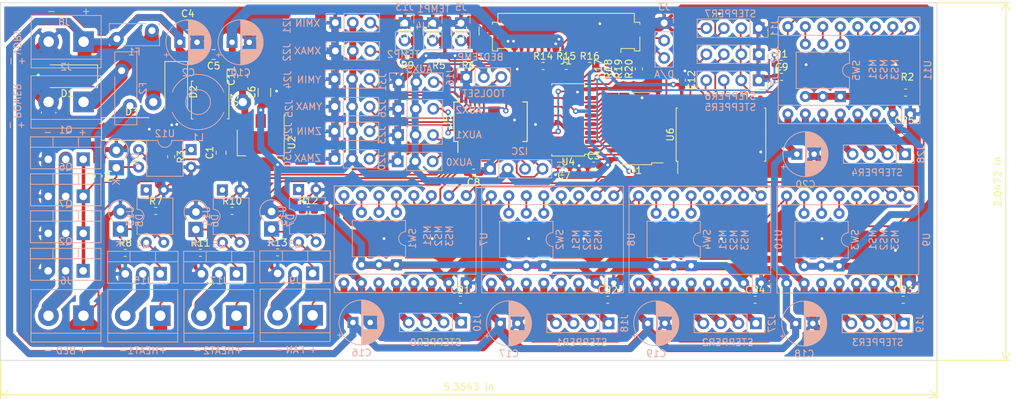
<source format=kicad_pcb>
(kicad_pcb (version 20171130) (host pcbnew "(5.1.0)-1")
  (layers (0 F.Cu signal) (31 B.Cu signal) (34 B.Paste user) (35 F.Paste user) (36 B.SilkS user) (37 F.SilkS user) (38 B.Mask user) (39 F.Mask user) (44 Edge.Cuts user))
  (net 0 "")
  (net 1 +5V)
  (net 2 GND)
  (net 3 Vdrive)
  (net 4 +3V3)
  (net 5 "Net-(C5-Pad1)")
  (net 6 "Net-(C9-Pad2)")
  (net 7 /AD1)
  (net 8 /AD2)
  (net 9 "Net-(D2-Pad1)")
  (net 10 Vpower)
  (net 11 /DA0)
  (net 12 /DA1)
  (net 13 "Net-(J6-Pad2)")
  (net 14 /DIR5)
  (net 15 /STEP5)
  (net 16 "Net-(J9-Pad2)")
  (net 17 "Net-(J10-Pad1)")
  (net 18 "Net-(J10-Pad2)")
  (net 19 "Net-(J10-Pad3)")
  (net 20 "Net-(J10-Pad4)")
  (net 21 /DIR7)
  (net 22 /STEP7)
  (net 23 /DIR6)
  (net 24 /STEP6)
  (net 25 /I2C_SCL)
  (net 26 /I2C_SDA)
  (net 27 "Net-(J15-Pad2)")
  (net 28 /TOOLSET)
  (net 29 "Net-(J17-Pad2)")
  (net 30 "Net-(J18-Pad4)")
  (net 31 "Net-(J18-Pad3)")
  (net 32 "Net-(J18-Pad2)")
  (net 33 "Net-(J18-Pad1)")
  (net 34 "Net-(J19-Pad4)")
  (net 35 "Net-(J19-Pad3)")
  (net 36 "Net-(J19-Pad2)")
  (net 37 "Net-(J19-Pad1)")
  (net 38 /AUX_1)
  (net 39 /X_MIN)
  (net 40 /X_MAX)
  (net 41 /AUX_2)
  (net 42 /Y_MIN)
  (net 43 /Y_MAX)
  (net 44 /AUX_3)
  (net 45 "Net-(J27-Pad4)")
  (net 46 "Net-(J27-Pad3)")
  (net 47 "Net-(J27-Pad2)")
  (net 48 "Net-(J27-Pad1)")
  (net 49 "Net-(J28-Pad1)")
  (net 50 "Net-(J28-Pad2)")
  (net 51 "Net-(J28-Pad3)")
  (net 52 "Net-(J28-Pad4)")
  (net 53 /Z_MIN)
  (net 54 /Z_MAX)
  (net 55 /I2S_WS)
  (net 56 /DRV_EN)
  (net 57 /HEAT_BED)
  (net 58 /FAN)
  (net 59 /HEAT_1)
  (net 60 /HEAT_2)
  (net 61 /INT)
  (net 62 /I2S_BS)
  (net 63 /I2S_DO)
  (net 64 /RESERV)
  (net 65 "Net-(SW1-Pad4)")
  (net 66 "Net-(SW1-Pad5)")
  (net 67 "Net-(SW1-Pad6)")
  (net 68 "Net-(SW2-Pad4)")
  (net 69 "Net-(SW2-Pad5)")
  (net 70 "Net-(SW2-Pad6)")
  (net 71 "Net-(SW3-Pad6)")
  (net 72 "Net-(SW3-Pad5)")
  (net 73 "Net-(SW3-Pad4)")
  (net 74 "Net-(SW4-Pad4)")
  (net 75 "Net-(SW4-Pad5)")
  (net 76 "Net-(SW4-Pad6)")
  (net 77 "Net-(SW5-Pad6)")
  (net 78 "Net-(SW5-Pad5)")
  (net 79 "Net-(SW5-Pad4)")
  (net 80 /DIR1)
  (net 81 /DIR2)
  (net 82 /DIR3)
  (net 83 /DIR4)
  (net 84 "Net-(U1-Pad9)")
  (net 85 /DIR0)
  (net 86 "Net-(U3-Pad2)")
  (net 87 "Net-(U4-Pad15)")
  (net 88 "Net-(U4-Pad9)")
  (net 89 "Net-(U4-Pad7)")
  (net 90 "Net-(U4-Pad6)")
  (net 91 "Net-(U4-Pad5)")
  (net 92 "Net-(U4-Pad4)")
  (net 93 "Net-(U4-Pad3)")
  (net 94 "Net-(U4-Pad2)")
  (net 95 "Net-(U4-Pad1)")
  (net 96 "Net-(U5-Pad11)")
  (net 97 "Net-(U5-Pad14)")
  (net 98 "Net-(U5-Pad19)")
  (net 99 /STEP0)
  (net 100 /STEP1)
  (net 101 /STEP2)
  (net 102 /STEP3)
  (net 103 /STEP4)
  (net 104 "Net-(U7-Pad13)")
  (net 105 "Net-(U8-Pad13)")
  (net 106 "Net-(U9-Pad13)")
  (net 107 "Net-(U10-Pad13)")
  (net 108 "Net-(U11-Pad13)")
  (net 109 /AD_BED)
  (net 110 "Net-(D4-Pad1)")
  (net 111 "Net-(D5-Pad1)")
  (net 112 "Net-(D6-Pad1)")
  (net 113 "Net-(D7-Pad1)")
  (net 114 "Net-(R3-Pad1)")
  (net 115 "Net-(R7-Pad1)")
  (net 116 "Net-(R10-Pad1)")
  (net 117 "Net-(R12-Pad1)")
  (net 118 "Net-(J1-Pad1)")
  (net 119 "Net-(J1-Pad2)")
  (net 120 "Net-(J1-Pad3)")
  (net 121 "Net-(J1-Pad4)")
  (net 122 "Net-(J1-Pad5)")
  (net 123 "Net-(J1-Pad6)")
  (net 124 "Net-(J1-Pad7)")
  (net 125 /AUX_0)
  (net 126 Vheat)
  (module Package_TO_SOT_THT:TO-220-3_Vertical (layer B.Cu) (at 97.0092 88.5261 180)
    (fp_text reference Q7 (at 2.54 4.27 180) (layer B.SilkS) (effects (justify mirror)))
    (fp_text value 75N75)
    (pad 3 thru_hole oval (at 5.08 0 180) (size 1.905 2) (drill 1.1) (layers *.Cu *.Mask) (net 2 GND))
    (pad 2 thru_hole oval (at 2.54 0 180) (size 1.905 2) (drill 1.1) (layers *.Cu *.Mask) (net 13 "Net-(J6-Pad2)"))
    (pad 1 thru_hole rect (at 0 0 180) (size 1.905 2) (drill 1.1) (layers *.Cu *.Mask) (net 110 "Net-(D4-Pad1)"))
  )
  (module Package_TO_SOT_THT:TO-220-3_Vertical (layer B.Cu) (at 97.0092 83.154 180)
    (fp_text reference Q6 (at 2.54 4.27 180) (layer B.SilkS) (effects (justify mirror)))
    (fp_text value 75N75)
    (pad 3 thru_hole oval (at 5.08 0 180) (size 1.905 2) (drill 1.1) (layers *.Cu *.Mask) (net 2 GND))
    (pad 2 thru_hole oval (at 2.54 0 180) (size 1.905 2) (drill 1.1) (layers *.Cu *.Mask) (net 13 "Net-(J6-Pad2)"))
    (pad 1 thru_hole rect (at 0 0 180) (size 1.905 2) (drill 1.1) (layers *.Cu *.Mask) (net 110 "Net-(D4-Pad1)"))
  )
  (module Capacitor_SMD:C_0603_1608Metric_Pad1.05x0.95mm_HandSolder (layer F.Cu) (at 216.2762 73.5401)
    (fp_text reference C25 (at 0 -1.43) (layer F.SilkS))
    (fp_text value 0.1)
    (pad 2 smd roundrect (at 0.875 0) (size 1.05 0.95) (layers F.Cu F.Paste F.Mask) (net 2 GND))
    (pad 1 smd roundrect (at -0.875 0) (size 1.05 0.95) (layers F.Cu F.Paste F.Mask) (net 4 +3V3))
  )
  (module Capacitor_SMD:C_0603_1608Metric_Pad1.05x0.95mm_HandSolder (layer F.Cu) (at 194.5973 98.1908)
    (fp_text reference C24 (at 0 -1.43) (layer F.SilkS))
    (fp_text value 0.1)
    (pad 2 smd roundrect (at 0.875 0) (size 1.05 0.95) (layers F.Cu F.Paste F.Mask) (net 2 GND))
    (pad 1 smd roundrect (at -0.875 0) (size 1.05 0.95) (layers F.Cu F.Paste F.Mask) (net 4 +3V3))
  )
  (module Capacitor_SMD:C_0603_1608Metric_Pad1.05x0.95mm_HandSolder (layer F.Cu) (at 216.0984 98.1908)
    (fp_text reference C23 (at 0 -1.43) (layer F.SilkS))
    (fp_text value 0.1)
    (pad 2 smd roundrect (at 0.875 0) (size 1.05 0.95) (layers F.Cu F.Paste F.Mask) (net 2 GND))
    (pad 1 smd roundrect (at -0.875 0) (size 1.05 0.95) (layers F.Cu F.Paste F.Mask) (net 4 +3V3))
  )
  (module Capacitor_SMD:C_0603_1608Metric_Pad1.05x0.95mm_HandSolder (layer F.Cu) (at 173.1851 98.1908)
    (fp_text reference C22 (at 0 -1.43) (layer F.SilkS))
    (fp_text value 0.1)
    (pad 2 smd roundrect (at 0.875 0) (size 1.05 0.95) (layers F.Cu F.Paste F.Mask) (net 2 GND))
    (pad 1 smd roundrect (at -0.875 0) (size 1.05 0.95) (layers F.Cu F.Paste F.Mask) (net 4 +3V3))
  )
  (module Capacitor_SMD:C_0603_1608Metric_Pad1.05x0.95mm_HandSolder (layer F.Cu) (at 151.7856 98.1908)
    (fp_text reference C21 (at 0 -1.43) (layer F.SilkS))
    (fp_text value 0.1)
    (pad 2 smd roundrect (at 0.875 0) (size 1.05 0.95) (layers F.Cu F.Paste F.Mask) (net 2 GND))
    (pad 1 smd roundrect (at -0.875 0) (size 1.05 0.95) (layers F.Cu F.Paste F.Mask) (net 4 +3V3))
  )
  (module TerminalBlock:TerminalBlock_bornier-2_P5.08mm (layer B.Cu) (at 130.3213 100.4514 180)
    (fp_text reference J9 (at 2.54 5.08 180) (layer B.SilkS) (effects (justify mirror)))
    (fp_text value FAN)
    (pad 2 thru_hole circle (at 5.08 0 180) (size 3 3) (drill 1.52) (layers *.Cu *.Mask) (net 16 "Net-(J9-Pad2)"))
    (pad 1 thru_hole rect (at 0 0 180) (size 3 3) (drill 1.52) (layers *.Cu *.Mask) (net 126 Vheat))
  )
  (module Diode_THT:D_DO-41_SOD81_P2.54mm_Vertical_KathodeUp (layer B.Cu) (at 124.365 87.9038 90)
    (fp_text reference D7 (at 1.27 2.750635 90) (layer B.SilkS) (effects (justify mirror)))
    (fp_text value 12V)
    (fp_text user K (at -2.1 0 90) (layer B.SilkS) (effects (justify mirror)))
    (pad 2 thru_hole oval (at 2.54 0 90) (size 2.2 2.2) (drill 1.1) (layers *.Cu *.Mask) (net 2 GND))
    (pad 1 thru_hole rect (at 0 0 90) (size 2.2 2.2) (drill 1.1) (layers *.Cu *.Mask) (net 113 "Net-(D7-Pad1)"))
  )
  (module Diode_THT:D_DO-41_SOD81_P2.54mm_Vertical_KathodeUp (layer B.Cu) (at 113.3795 87.9673 90)
    (fp_text reference D6 (at 1.27 2.750635 90) (layer B.SilkS) (effects (justify mirror)))
    (fp_text value 12V)
    (fp_text user K (at -2.1 0 90) (layer B.SilkS) (effects (justify mirror)))
    (pad 2 thru_hole oval (at 2.54 0 90) (size 2.2 2.2) (drill 1.1) (layers *.Cu *.Mask) (net 2 GND))
    (pad 1 thru_hole rect (at 0 0 90) (size 2.2 2.2) (drill 1.1) (layers *.Cu *.Mask) (net 112 "Net-(D6-Pad1)"))
  )
  (module Diode_THT:D_DO-41_SOD81_P2.54mm_Vertical_KathodeUp (layer B.Cu) (at 102.4194 87.9292 90)
    (fp_text reference D5 (at 1.27 2.750635 90) (layer B.SilkS) (effects (justify mirror)))
    (fp_text value 12V)
    (fp_text user K (at -2.1 0 90) (layer B.SilkS) (effects (justify mirror)))
    (pad 2 thru_hole oval (at 2.54 0 90) (size 2.2 2.2) (drill 1.1) (layers *.Cu *.Mask) (net 2 GND))
    (pad 1 thru_hole rect (at 0 0 90) (size 2.2 2.2) (drill 1.1) (layers *.Cu *.Mask) (net 111 "Net-(D5-Pad1)"))
  )
  (module Diode_THT:D_DO-41_SOD81_P2.54mm_Vertical_KathodeUp (layer B.Cu) (at 101.8225 79.0011 90)
    (fp_text reference D4 (at 1.27 2.750635 90) (layer B.SilkS) (effects (justify mirror)))
    (fp_text value 12V)
    (fp_text user K (at -2.1 0 90) (layer B.SilkS) (effects (justify mirror)))
    (pad 1 thru_hole rect (at 0 0 90) (size 2.2 2.2) (drill 1.1) (layers *.Cu *.Mask) (net 110 "Net-(D4-Pad1)"))
    (pad 2 thru_hole oval (at 2.54 0 90) (size 2.2 2.2) (drill 1.1) (layers *.Cu *.Mask) (net 2 GND))
  )
  (module Package_DIP:DIP-4_W7.62mm (layer B.Cu) (at 128.2893 82.1634 270)
    (fp_text reference U15 (at 3.81 2.33 270) (layer B.SilkS) (effects (justify mirror)))
    (fp_text value TLP521)
    (pad 4 thru_hole oval (at 7.62 0 270) (size 1.6 1.6) (drill 0.8) (layers *.Cu *.Mask) (net 126 Vheat))
    (pad 2 thru_hole oval (at 0 -2.54 270) (size 1.6 1.6) (drill 0.8) (layers *.Cu *.Mask) (net 2 GND))
    (pad 3 thru_hole oval (at 7.62 -2.54 270) (size 1.6 1.6) (drill 0.8) (layers *.Cu *.Mask) (net 113 "Net-(D7-Pad1)"))
    (pad 1 thru_hole rect (at 0 0 270) (size 1.6 1.6) (drill 0.8) (layers *.Cu *.Mask) (net 117 "Net-(R12-Pad1)"))
  )
  (module Package_DIP:DIP-4_W7.62mm (layer B.Cu) (at 117.2276 82.2269 270)
    (fp_text reference U14 (at 3.81 2.33 270) (layer B.SilkS) (effects (justify mirror)))
    (fp_text value TLP521)
    (pad 4 thru_hole oval (at 7.62 0 270) (size 1.6 1.6) (drill 0.8) (layers *.Cu *.Mask) (net 126 Vheat))
    (pad 2 thru_hole oval (at 0 -2.54 270) (size 1.6 1.6) (drill 0.8) (layers *.Cu *.Mask) (net 2 GND))
    (pad 3 thru_hole oval (at 7.62 -2.54 270) (size 1.6 1.6) (drill 0.8) (layers *.Cu *.Mask) (net 112 "Net-(D6-Pad1)"))
    (pad 1 thru_hole rect (at 0 0 270) (size 1.6 1.6) (drill 0.8) (layers *.Cu *.Mask) (net 116 "Net-(R10-Pad1)"))
  )
  (module Package_DIP:DIP-4_W7.62mm (layer B.Cu) (at 106.1659 82.2269 270)
    (fp_text reference U13 (at 3.81 2.33 270) (layer B.SilkS) (effects (justify mirror)))
    (fp_text value TLP521)
    (pad 4 thru_hole oval (at 7.62 0 270) (size 1.6 1.6) (drill 0.8) (layers *.Cu *.Mask) (net 126 Vheat))
    (pad 2 thru_hole oval (at 0 -2.54 270) (size 1.6 1.6) (drill 0.8) (layers *.Cu *.Mask) (net 2 GND))
    (pad 3 thru_hole oval (at 7.62 -2.54 270) (size 1.6 1.6) (drill 0.8) (layers *.Cu *.Mask) (net 111 "Net-(D5-Pad1)"))
    (pad 1 thru_hole rect (at 0 0 270) (size 1.6 1.6) (drill 0.8) (layers *.Cu *.Mask) (net 115 "Net-(R7-Pad1)"))
  )
  (module Package_DIP:DIP-4_W7.62mm (layer B.Cu) (at 112.681 76.3595 180)
    (fp_text reference U12 (at 3.81 2.33 180) (layer B.SilkS) (effects (justify mirror)))
    (fp_text value TLP521)
    (pad 1 thru_hole rect (at 0 0 180) (size 1.6 1.6) (drill 0.8) (layers *.Cu *.Mask) (net 114 "Net-(R3-Pad1)"))
    (pad 3 thru_hole oval (at 7.62 -2.54 180) (size 1.6 1.6) (drill 0.8) (layers *.Cu *.Mask) (net 110 "Net-(D4-Pad1)"))
    (pad 2 thru_hole oval (at 0 -2.54 180) (size 1.6 1.6) (drill 0.8) (layers *.Cu *.Mask) (net 2 GND))
    (pad 4 thru_hole oval (at 7.62 0 180) (size 1.6 1.6) (drill 0.8) (layers *.Cu *.Mask) (net 126 Vheat))
  )
  (module Resistor_SMD:R_0603_1608Metric_Pad1.05x0.95mm_HandSolder (layer F.Cu) (at 125.2413 91.3074)
    (fp_text reference R13 (at 0 -1.43) (layer F.SilkS))
    (fp_text value 47k)
    (pad 2 smd roundrect (at 0.875 0) (size 1.05 0.95) (layers F.Cu F.Paste F.Mask) (net 113 "Net-(D7-Pad1)"))
    (pad 1 smd roundrect (at -0.875 0) (size 1.05 0.95) (layers F.Cu F.Paste F.Mask) (net 2 GND))
  )
  (module Resistor_SMD:R_0603_1608Metric_Pad1.05x0.95mm_HandSolder (layer F.Cu) (at 129.7003 85.2114)
    (fp_text reference R12 (at 0 -1.43) (layer F.SilkS))
    (fp_text value 470)
    (pad 2 smd roundrect (at 0.875 0) (size 1.05 0.95) (layers F.Cu F.Paste F.Mask) (net 58 /FAN))
    (pad 1 smd roundrect (at -0.875 0) (size 1.05 0.95) (layers F.Cu F.Paste F.Mask) (net 117 "Net-(R12-Pad1)"))
  )
  (module Resistor_SMD:R_0603_1608Metric_Pad1.05x0.95mm_HandSolder (layer F.Cu) (at 114.0386 91.3709)
    (fp_text reference R11 (at 0 -1.43) (layer F.SilkS))
    (fp_text value 47k)
    (pad 2 smd roundrect (at 0.875 0) (size 1.05 0.95) (layers F.Cu F.Paste F.Mask) (net 112 "Net-(D6-Pad1)"))
    (pad 1 smd roundrect (at -0.875 0) (size 1.05 0.95) (layers F.Cu F.Paste F.Mask) (net 2 GND))
  )
  (module Resistor_SMD:R_0603_1608Metric_Pad1.05x0.95mm_HandSolder (layer F.Cu) (at 118.6386 85.2749)
    (fp_text reference R10 (at 0 -1.43) (layer F.SilkS))
    (fp_text value 470)
    (pad 2 smd roundrect (at 0.875 0) (size 1.05 0.95) (layers F.Cu F.Paste F.Mask) (net 60 /HEAT_2))
    (pad 1 smd roundrect (at -0.875 0) (size 1.05 0.95) (layers F.Cu F.Paste F.Mask) (net 116 "Net-(R10-Pad1)"))
  )
  (module Resistor_SMD:R_0603_1608Metric_Pad1.05x0.95mm_HandSolder (layer F.Cu) (at 103.1179 91.3709)
    (fp_text reference R8 (at 0 -1.43) (layer F.SilkS))
    (fp_text value 47k)
    (pad 2 smd roundrect (at 0.875 0) (size 1.05 0.95) (layers F.Cu F.Paste F.Mask) (net 111 "Net-(D5-Pad1)"))
    (pad 1 smd roundrect (at -0.875 0) (size 1.05 0.95) (layers F.Cu F.Paste F.Mask) (net 2 GND))
  )
  (module Resistor_SMD:R_0603_1608Metric_Pad1.05x0.95mm_HandSolder (layer F.Cu) (at 107.5489 85.2749)
    (fp_text reference R7 (at 0 -1.43) (layer F.SilkS))
    (fp_text value 470)
    (pad 2 smd roundrect (at 0.875 0) (size 1.05 0.95) (layers F.Cu F.Paste F.Mask) (net 59 /HEAT_1))
    (pad 1 smd roundrect (at -0.875 0) (size 1.05 0.95) (layers F.Cu F.Paste F.Mask) (net 115 "Net-(R7-Pad1)"))
  )
  (module Package_TO_SOT_THT:TO-220-3_Vertical (layer B.Cu) (at 119.2596 94.4189 180)
    (fp_text reference Q5 (at 2.54 4.27 180) (layer B.SilkS) (effects (justify mirror)))
    (fp_text value 50N06)
    (pad 3 thru_hole oval (at 5.08 0 180) (size 1.905 2) (drill 1.1) (layers *.Cu *.Mask) (net 2 GND))
    (pad 2 thru_hole oval (at 2.54 0 180) (size 1.905 2) (drill 1.1) (layers *.Cu *.Mask) (net 29 "Net-(J17-Pad2)"))
    (pad 1 thru_hole rect (at 0 0 180) (size 1.905 2) (drill 1.1) (layers *.Cu *.Mask) (net 112 "Net-(D6-Pad1)"))
  )
  (module Capacitor_SMD:C_0805_2012Metric_Pad1.15x1.40mm_HandSolder (layer F.Cu) (at 117.02948 76.80284 90)
    (fp_text reference C1 (at 0 -1.65 90) (layer F.SilkS))
    (fp_text value 1)
    (pad 1 smd roundrect (at -1.025 0 90) (size 1.15 1.4) (layers F.Cu F.Paste F.Mask) (roundrect_rratio 0.217391) (net 1 +5V))
    (pad 2 smd roundrect (at 1.025 0 90) (size 1.15 1.4) (layers F.Cu F.Paste F.Mask) (roundrect_rratio 0.217391) (net 2 GND))
  )
  (module Capacitor_THT:CP_Radial_D6.3mm_P2.50mm (layer B.Cu) (at 111.0446 60.7512)
    (fp_text reference C2 (at 1.25 4.4) (layer B.SilkS) (effects (justify mirror)))
    (fp_text value 47/35V)
    (pad 1 thru_hole rect (at 0 0) (size 1.6 1.6) (drill 0.8) (layers *.Cu *.Mask) (net 3 Vdrive))
    (pad 2 thru_hole circle (at 2.5 0) (size 1.6 1.6) (drill 0.8) (layers *.Cu *.Mask) (net 2 GND))
  )
  (module Capacitor_SMD:C_0603_1608Metric_Pad1.05x0.95mm_HandSolder (layer F.Cu) (at 171.1518 78.6836)
    (fp_text reference C3 (at 0 -1.43) (layer F.SilkS))
    (fp_text value 0.1)
    (pad 1 smd roundrect (at -0.875 0) (size 1.05 0.95) (layers F.Cu F.Paste F.Mask) (net 2 GND))
    (pad 2 smd roundrect (at 0.875 0) (size 1.05 0.95) (layers F.Cu F.Paste F.Mask) (net 4 +3V3))
  )
  (module Capacitor_SMD:C_0805_2012Metric_Pad1.15x1.40mm_HandSolder (layer F.Cu) (at 112.1984 58.2366)
    (fp_text reference C4 (at 0 -1.65) (layer F.SilkS))
    (fp_text value 1/35V)
    (pad 2 smd roundrect (at 1.025 0) (size 1.15 1.4) (layers F.Cu F.Paste F.Mask) (roundrect_rratio 0.217391) (net 2 GND))
    (pad 1 smd roundrect (at -1.025 0) (size 1.15 1.4) (layers F.Cu F.Paste F.Mask) (roundrect_rratio 0.217391) (net 3 Vdrive))
  )
  (module Capacitor_SMD:C_0805_2012Metric_Pad1.15x1.40mm_HandSolder (layer F.Cu) (at 115.9486 62.5292 180)
    (fp_text reference C5 (at 0 -1.65 180) (layer F.SilkS))
    (fp_text value 1)
    (pad 1 smd roundrect (at -1.025 0 180) (size 1.15 1.4) (layers F.Cu F.Paste F.Mask) (roundrect_rratio 0.217391) (net 5 "Net-(C5-Pad1)"))
    (pad 2 smd roundrect (at 1.025 0 180) (size 1.15 1.4) (layers F.Cu F.Paste F.Mask) (roundrect_rratio 0.217391) (net 3 Vdrive))
  )
  (module Capacitor_SMD:C_1206_3216Metric_Pad1.42x1.75mm_HandSolder (layer F.Cu) (at 123.3236 68.04194 90)
    (fp_text reference C6 (at 0 -1.82 90) (layer F.SilkS))
    (fp_text value 10)
    (pad 1 smd roundrect (at -1.4875 0 90) (size 1.425 1.75) (layers F.Cu F.Paste F.Mask) (roundrect_rratio 0.175439) (net 4 +3V3))
    (pad 2 smd roundrect (at 1.4875 0 90) (size 1.425 1.75) (layers F.Cu F.Paste F.Mask) (roundrect_rratio 0.175439) (net 2 GND))
  )
  (module Capacitor_SMD:C_0603_1608Metric_Pad1.05x0.95mm_HandSolder (layer F.Cu) (at 166.8224 78.6836 180)
    (fp_text reference C7 (at 0 -1.43 180) (layer F.SilkS))
    (fp_text value 0.1)
    (pad 2 smd roundrect (at 0.875 0 180) (size 1.05 0.95) (layers F.Cu F.Paste F.Mask) (net 4 +3V3))
    (pad 1 smd roundrect (at -0.875 0 180) (size 1.05 0.95) (layers F.Cu F.Paste F.Mask) (net 2 GND))
  )
  (module Capacitor_SMD:C_0603_1608Metric_Pad1.05x0.95mm_HandSolder (layer F.Cu) (at 153.7 79.7 180)
    (fp_text reference C8 (at 0 -1.43 180) (layer F.SilkS))
    (fp_text value 0.1)
    (pad 1 smd roundrect (at -0.875 0 180) (size 1.05 0.95) (layers F.Cu F.Paste F.Mask) (net 2 GND))
    (pad 2 smd roundrect (at 0.875 0 180) (size 1.05 0.95) (layers F.Cu F.Paste F.Mask) (net 4 +3V3))
  )
  (module Capacitor_SMD:C_0603_1608Metric_Pad1.05x0.95mm_HandSolder (layer F.Cu) (at 198.4454 65.7804)
    (fp_text reference C9 (at 0 -1.43) (layer F.SilkS))
    (fp_text value 220p)
    (pad 1 smd roundrect (at -0.875 0) (size 1.05 0.95) (layers F.Cu F.Paste F.Mask) (net 2 GND))
    (pad 2 smd roundrect (at 0.875 0) (size 1.05 0.95) (layers F.Cu F.Paste F.Mask) (net 6 "Net-(C9-Pad2)"))
  )
  (module Capacitor_THT:CP_Radial_D6.3mm_P2.50mm (layer B.Cu) (at 118.6246 60.7512)
    (fp_text reference C10 (at 1.25 4.4) (layer B.SilkS) (effects (justify mirror)))
    (fp_text value 100/10V)
    (pad 1 thru_hole rect (at 0 0) (size 1.6 1.6) (drill 0.8) (layers *.Cu *.Mask) (net 1 +5V))
    (pad 2 thru_hole circle (at 2.5 0) (size 1.6 1.6) (drill 0.8) (layers *.Cu *.Mask) (net 2 GND))
  )
  (module Capacitor_SMD:C_0805_2012Metric_Pad1.15x1.40mm_HandSolder (layer F.Cu) (at 120.14352 65.62916 90)
    (fp_text reference C11 (at 0 -1.65 90) (layer F.SilkS))
    (fp_text value 1)
    (pad 2 smd roundrect (at 1.025 0 90) (size 1.15 1.4) (layers F.Cu F.Paste F.Mask) (roundrect_rratio 0.217391) (net 2 GND))
    (pad 1 smd roundrect (at -1.025 0 90) (size 1.15 1.4) (layers F.Cu F.Paste F.Mask) (roundrect_rratio 0.217391) (net 1 +5V))
  )
  (module Capacitor_SMD:C_0603_1608Metric_Pad1.05x0.95mm_HandSolder (layer F.Cu) (at 183.9407 66.249 270)
    (fp_text reference C12 (at 0 -1.43 270) (layer F.SilkS))
    (fp_text value 0.1)
    (pad 2 smd roundrect (at 0.875 0 270) (size 1.05 0.95) (layers F.Cu F.Paste F.Mask) (net 4 +3V3))
    (pad 1 smd roundrect (at -0.875 0 270) (size 1.05 0.95) (layers F.Cu F.Paste F.Mask) (net 2 GND))
  )
  (module Capacitor_SMD:C_1206_3216Metric_Pad1.42x1.75mm_HandSolder (layer F.Cu) (at 149.5364 59.1494 90)
    (fp_text reference C13 (at 0 -1.82 90) (layer F.SilkS))
    (fp_text value 10)
    (pad 1 smd roundrect (at -1.4875 0 90) (size 1.425 1.75) (layers F.Cu F.Paste F.Mask) (roundrect_rratio 0.175439) (net 7 /AD1))
    (pad 2 smd roundrect (at 1.4875 0 90) (size 1.425 1.75) (layers F.Cu F.Paste F.Mask) (roundrect_rratio 0.175439) (net 2 GND))
  )
  (module Capacitor_SMD:C_1206_3216Metric_Pad1.42x1.75mm_HandSolder (layer F.Cu) (at 153.6004 59.1129 90)
    (fp_text reference C14 (at 0 -1.82 90) (layer F.SilkS))
    (fp_text value 10)
    (pad 2 smd roundrect (at 1.4875 0 90) (size 1.425 1.75) (layers F.Cu F.Paste F.Mask) (roundrect_rratio 0.175439) (net 2 GND))
    (pad 1 smd roundrect (at -1.4875 0 90) (size 1.425 1.75) (layers F.Cu F.Paste F.Mask) (roundrect_rratio 0.175439) (net 109 /AD_BED))
  )
  (module Capacitor_SMD:C_1206_3216Metric_Pad1.42x1.75mm_HandSolder (layer F.Cu) (at 145.4724 59.0764 90)
    (fp_text reference C15 (at 0 -1.82 90) (layer F.SilkS))
    (fp_text value 10)
    (pad 2 smd roundrect (at 1.4875 0 90) (size 1.425 1.75) (layers F.Cu F.Paste F.Mask) (roundrect_rratio 0.175439) (net 2 GND))
    (pad 1 smd roundrect (at -1.4875 0 90) (size 1.425 1.75) (layers F.Cu F.Paste F.Mask) (roundrect_rratio 0.175439) (net 8 /AD2))
  )
  (module Capacitor_THT:CP_Radial_D6.3mm_P2.50mm (layer B.Cu) (at 136.1906 101.4928)
    (fp_text reference C16 (at 1.25 4.4) (layer B.SilkS) (effects (justify mirror)))
    (fp_text value 100/35V)
    (pad 2 thru_hole circle (at 2.5 0) (size 1.6 1.6) (drill 0.8) (layers *.Cu *.Mask) (net 2 GND))
    (pad 1 thru_hole rect (at 0 0) (size 1.6 1.6) (drill 0.8) (layers *.Cu *.Mask) (net 3 Vdrive))
  )
  (module Capacitor_THT:CP_Radial_D6.3mm_P2.50mm (layer B.Cu) (at 157.5901 101.6198)
    (fp_text reference C17 (at 1.25 4.4) (layer B.SilkS) (effects (justify mirror)))
    (fp_text value 100/35V)
    (pad 1 thru_hole rect (at 0 0) (size 1.6 1.6) (drill 0.8) (layers *.Cu *.Mask) (net 3 Vdrive))
    (pad 2 thru_hole circle (at 2.5 0) (size 1.6 1.6) (drill 0.8) (layers *.Cu *.Mask) (net 2 GND))
  )
  (module Capacitor_THT:CP_Radial_D6.3mm_P2.50mm (layer B.Cu) (at 200.478 101.6452)
    (fp_text reference C18 (at 1.25 4.4) (layer B.SilkS) (effects (justify mirror)))
    (fp_text value 100/35V)
    (pad 2 thru_hole circle (at 2.5 0) (size 1.6 1.6) (drill 0.8) (layers *.Cu *.Mask) (net 2 GND))
    (pad 1 thru_hole rect (at 0 0) (size 1.6 1.6) (drill 0.8) (layers *.Cu *.Mask) (net 3 Vdrive))
  )
  (module Capacitor_THT:CP_Radial_D6.3mm_P2.50mm (layer B.Cu) (at 178.9896 101.6198)
    (fp_text reference C19 (at 1.25 4.4) (layer B.SilkS) (effects (justify mirror)))
    (fp_text value 100/35V)
    (pad 2 thru_hole circle (at 2.5 0) (size 1.6 1.6) (drill 0.8) (layers *.Cu *.Mask) (net 2 GND))
    (pad 1 thru_hole rect (at 0 0) (size 1.6 1.6) (drill 0.8) (layers *.Cu *.Mask) (net 3 Vdrive))
  )
  (module Capacitor_THT:CP_Radial_D6.3mm_P2.50mm (layer B.Cu) (at 200.6558 77.0199)
    (fp_text reference C20 (at 1.25 4.4) (layer B.SilkS) (effects (justify mirror)))
    (fp_text value 100/35V)
    (pad 1 thru_hole rect (at 0 0) (size 1.6 1.6) (drill 0.8) (layers *.Cu *.Mask) (net 3 Vdrive))
    (pad 2 thru_hole circle (at 2.5 0) (size 1.6 1.6) (drill 0.8) (layers *.Cu *.Mask) (net 2 GND))
  )
  (module Diode_SMD:D_SMA_Handsoldering (layer F.Cu) (at 94.6997 65.6915 180)
    (fp_text reference D1 (at 0 -2.5 180) (layer F.SilkS))
    (fp_text value SS36)
    (pad 1 smd rect (at -2.5 0 180) (size 3.5 1.8) (layers F.Cu F.Paste F.Mask) (net 3 Vdrive))
    (pad 2 smd rect (at 2.5 0 180) (size 3.5 1.8) (layers F.Cu F.Paste F.Mask) (net 2 GND))
  )
  (module Diode_SMD:D_SMA_Handsoldering (layer F.Cu) (at 110.51692 67.94892 270)
    (fp_text reference D2 (at 0 -2.5 270) (layer F.SilkS))
    (fp_text value SS36)
    (pad 1 smd rect (at -2.5 0 270) (size 3.5 1.8) (layers F.Cu F.Paste F.Mask) (net 9 "Net-(D2-Pad1)"))
    (pad 2 smd rect (at 2.5 0 270) (size 3.5 1.8) (layers F.Cu F.Paste F.Mask) (net 2 GND))
  )
  (module Diode_SMD:D_SMA_Handsoldering (layer F.Cu) (at 104.06976 73.35468)
    (fp_text reference D3 (at 0 -2.5) (layer F.SilkS))
    (fp_text value SS36)
    (pad 2 smd rect (at 2.5 0) (size 3.5 1.8) (layers F.Cu F.Paste F.Mask) (net 2 GND))
    (pad 1 smd rect (at -2.5 0) (size 3.5 1.8) (layers F.Cu F.Paste F.Mask) (net 126 Vheat))
  )
  (module Fuse:Fuse_Bourns_MF-RG300 (layer B.Cu) (at 101.8987 60.2432)
    (fp_text reference F1 (at 2.55 1.9) (layer B.SilkS) (effects (justify mirror)))
    (fp_text value 15A/30R300)
    (pad 2 thru_hole circle (at 5.1 -1.2) (size 2.01 2.01) (drill 1.01) (layers *.Cu *.Mask) (net 10 Vpower))
    (pad 1 thru_hole circle (at 0 0) (size 2.01 2.01) (drill 1.01) (layers *.Cu *.Mask) (net 3 Vdrive))
  )
  (module Fuse:Fuse_Bourns_MF-RG500 (layer B.Cu) (at 103.791 69.98664 90)
    (fp_text reference F2 (at 2.55 1.9 90) (layer B.SilkS) (effects (justify mirror)))
    (fp_text value 30A/30R600)
    (pad 2 thru_hole circle (at 5.1 -1.2 90) (size 2.01 2.01) (drill 1.01) (layers *.Cu *.Mask) (net 10 Vpower))
    (pad 1 thru_hole circle (at 0 0 90) (size 2.01 2.01) (drill 1.01) (layers *.Cu *.Mask) (net 126 Vheat))
  )
  (module Connector_FFC-FPC:Molex_200528-0160_1x16-1MP_P1.00mm_Horizontal (layer F.Cu) (at 167.1386 60.8401 180)
    (fp_text reference J1 (at 0 -2.61 180) (layer F.SilkS))
    (fp_text value FPC16)
    (pad MP smd rect (at -10.3 1.79 180) (size 2 1.3) (layers F.Cu F.Paste F.Mask) (net 2 GND))
    (pad MP smd rect (at 10.3 1.79 180) (size 2 1.3) (layers F.Cu F.Paste F.Mask) (net 2 GND))
    (pad 1 smd rect (at -7.5 -0.91 180) (size 0.4 1) (layers F.Cu F.Paste F.Mask) (net 118 "Net-(J1-Pad1)"))
    (pad 2 smd rect (at -6.5 -0.91 180) (size 0.4 1) (layers F.Cu F.Paste F.Mask) (net 119 "Net-(J1-Pad2)"))
    (pad 3 smd rect (at -5.5 -0.91 180) (size 0.4 1) (layers F.Cu F.Paste F.Mask) (net 120 "Net-(J1-Pad3)"))
    (pad 4 smd rect (at -4.5 -0.91 180) (size 0.4 1) (layers F.Cu F.Paste F.Mask) (net 121 "Net-(J1-Pad4)"))
    (pad 5 smd rect (at -3.5 -0.91 180) (size 0.4 1) (layers F.Cu F.Paste F.Mask) (net 122 "Net-(J1-Pad5)"))
    (pad 6 smd rect (at -2.5 -0.91 180) (size 0.4 1) (layers F.Cu F.Paste F.Mask) (net 123 "Net-(J1-Pad6)"))
    (pad 7 smd rect (at -1.5 -0.91 180) (size 0.4 1) (layers F.Cu F.Paste F.Mask) (net 124 "Net-(J1-Pad7)"))
    (pad 8 smd rect (at -0.5 -0.91 180) (size 0.4 1) (layers F.Cu F.Paste F.Mask) (net 12 /DA1))
    (pad 9 smd rect (at 0.5 -0.91 180) (size 0.4 1) (layers F.Cu F.Paste F.Mask) (net 11 /DA0))
    (pad 10 smd rect (at 1.5 -0.91 180) (size 0.4 1) (layers F.Cu F.Paste F.Mask) (net 1 +5V))
    (pad 11 smd rect (at 2.5 -0.91 180) (size 0.4 1) (layers F.Cu F.Paste F.Mask) (net 2 GND))
    (pad 12 smd rect (at 3.5 -0.91 180) (size 0.4 1) (layers F.Cu F.Paste F.Mask) (net 8 /AD2))
    (pad 13 smd rect (at 4.5 -0.91 180) (size 0.4 1) (layers F.Cu F.Paste F.Mask) (net 7 /AD1))
    (pad 14 smd rect (at 5.5 -0.91 180) (size 0.4 1) (layers F.Cu F.Paste F.Mask) (net 109 /AD_BED))
    (pad 15 smd rect (at 6.5 -0.91 180) (size 0.4 1) (layers F.Cu F.Paste F.Mask) (net 2 GND))
    (pad 16 smd rect (at 7.5 -0.91 180) (size 0.4 1) (layers F.Cu F.Paste F.Mask) (net 1 +5V))
  )
  (module TerminalBlock:TerminalBlock_bornier-2_P5.08mm (layer B.Cu) (at 97.06 69.4253 180)
    (fp_text reference J2 (at 2.54 5.08 180) (layer B.SilkS) (effects (justify mirror)))
    (fp_text value POWER)
    (pad 2 thru_hole circle (at 5.08 0 180) (size 3 3) (drill 1.52) (layers *.Cu *.Mask) (net 2 GND))
    (pad 1 thru_hole rect (at 0 0 180) (size 3 3) (drill 1.52) (layers *.Cu *.Mask) (net 10 Vpower))
  )
  (module Connector_PinHeader_2.54mm:PinHeader_1x03_P2.54mm_Vertical (layer B.Cu) (at 181.388 57.9445 180)
    (fp_text reference J3 (at 0 2.33 180) (layer B.SilkS) (effects (justify mirror)))
    (fp_text value D/A)
    (pad 3 thru_hole oval (at 0 -5.08 180) (size 1.7 1.7) (drill 1) (layers *.Cu *.Mask) (net 12 /DA1))
    (pad 2 thru_hole oval (at 0 -2.54 180) (size 1.7 1.7) (drill 1) (layers *.Cu *.Mask) (net 11 /DA0))
    (pad 1 thru_hole rect (at 0 0 180) (size 1.7 1.7) (drill 1) (layers *.Cu *.Mask) (net 2 GND))
  )
  (module Connector_PinHeader_2.54mm:PinHeader_1x02_P2.54mm_Vertical (layer B.Cu) (at 147.7711 57.9699 180)
    (fp_text reference J4 (at 1.6711 -0.4301 180) (layer B.SilkS) (effects (justify mirror)))
    (fp_text value TEMP1)
    (pad 1 thru_hole rect (at 0 0 180) (size 1.7 1.7) (drill 1) (layers *.Cu *.Mask) (net 2 GND))
    (pad 2 thru_hole oval (at 0 -2.54 180) (size 1.7 1.7) (drill 1) (layers *.Cu *.Mask) (net 7 /AD1))
  )
  (module Connector_PinHeader_2.54mm:PinHeader_1x02_P2.54mm_Vertical (layer B.Cu) (at 151.8732 57.9699 180)
    (fp_text reference J5 (at 0 2.33 180) (layer B.SilkS) (effects (justify mirror)))
    (fp_text value BEDTEMP)
    (pad 1 thru_hole rect (at 0 0 180) (size 1.7 1.7) (drill 1) (layers *.Cu *.Mask) (net 2 GND))
    (pad 2 thru_hole oval (at 0 -2.54 180) (size 1.7 1.7) (drill 1) (layers *.Cu *.Mask) (net 109 /AD_BED))
  )
  (module TerminalBlock:TerminalBlock_bornier-2_P5.08mm (layer B.Cu) (at 97.0473 100.5149 180)
    (fp_text reference J6 (at 2.54 5.08 180) (layer B.SilkS) (effects (justify mirror)))
    (fp_text value BED)
    (pad 2 thru_hole circle (at 5.08 0 180) (size 3 3) (drill 1.52) (layers *.Cu *.Mask) (net 13 "Net-(J6-Pad2)"))
    (pad 1 thru_hole rect (at 0 0 180) (size 3 3) (drill 1.52) (layers *.Cu *.Mask) (net 126 Vheat))
  )
  (module Connector_PinHeader_2.54mm:PinHeader_1x04_P2.54mm_Vertical (layer B.Cu) (at 195.1151 66.2805 90)
    (fp_text reference J7 (at 0 2.33 90) (layer B.SilkS) (effects (justify mirror)))
    (fp_text value STEPPER5)
    (pad 1 thru_hole rect (at 0 0 90) (size 1.7 1.7) (drill 1) (layers *.Cu *.Mask) (net 2 GND))
    (pad 2 thru_hole oval (at 0 -2.54 90) (size 1.7 1.7) (drill 1) (layers *.Cu *.Mask) (net 56 /DRV_EN))
    (pad 3 thru_hole oval (at 0 -5.08 90) (size 1.7 1.7) (drill 1) (layers *.Cu *.Mask) (net 15 /STEP5))
    (pad 4 thru_hole oval (at 0 -7.62 90) (size 1.7 1.7) (drill 1) (layers *.Cu *.Mask) (net 14 /DIR5))
  )
  (module TerminalBlock:TerminalBlock_bornier-2_P5.08mm (layer B.Cu) (at 97.0727 60.6623 180)
    (fp_text reference J8 (at 2.8321 2.8321 180) (layer B.SilkS) (effects (justify mirror)))
    (fp_text value VDRV)
    (pad 2 thru_hole circle (at 5.08 0 180) (size 3 3) (drill 1.52) (layers *.Cu *.Mask) (net 2 GND))
    (pad 1 thru_hole rect (at 0 0 180) (size 3 3) (drill 1.52) (layers *.Cu *.Mask) (net 3 Vdrive))
  )
  (module Connector_PinHeader_2.54mm:PinHeader_1x04_P2.54mm_Vertical (layer B.Cu) (at 151.8986 101.4928 90)
    (fp_text reference J10 (at 0 2.33 90) (layer B.SilkS) (effects (justify mirror)))
    (fp_text value STEPPER0)
    (pad 1 thru_hole rect (at 0 0 90) (size 1.7 1.7) (drill 1) (layers *.Cu *.Mask) (net 17 "Net-(J10-Pad1)"))
    (pad 2 thru_hole oval (at 0 -2.54 90) (size 1.7 1.7) (drill 1) (layers *.Cu *.Mask) (net 18 "Net-(J10-Pad2)"))
    (pad 3 thru_hole oval (at 0 -5.08 90) (size 1.7 1.7) (drill 1) (layers *.Cu *.Mask) (net 19 "Net-(J10-Pad3)"))
    (pad 4 thru_hole oval (at 0 -7.62 90) (size 1.7 1.7) (drill 1) (layers *.Cu *.Mask) (net 20 "Net-(J10-Pad4)"))
  )
  (module Connector_PinHeader_2.54mm:PinHeader_1x04_P2.54mm_Vertical (layer B.Cu) (at 195.1278 58.6986 90)
    (fp_text reference J11 (at 0 2.33 90) (layer B.SilkS) (effects (justify mirror)))
    (fp_text value STEPPER7)
    (pad 1 thru_hole rect (at 0 0 90) (size 1.7 1.7) (drill 1) (layers *.Cu *.Mask) (net 2 GND))
    (pad 2 thru_hole oval (at 0 -2.54 90) (size 1.7 1.7) (drill 1) (layers *.Cu *.Mask) (net 56 /DRV_EN))
    (pad 3 thru_hole oval (at 0 -5.08 90) (size 1.7 1.7) (drill 1) (layers *.Cu *.Mask) (net 22 /STEP7))
    (pad 4 thru_hole oval (at 0 -7.62 90) (size 1.7 1.7) (drill 1) (layers *.Cu *.Mask) (net 21 /DIR7))
  )
  (module Connector_PinHeader_2.54mm:PinHeader_1x04_P2.54mm_Vertical (layer B.Cu) (at 195.1278 62.4959 90)
    (fp_text reference J12 (at 0 2.33 90) (layer B.SilkS) (effects (justify mirror)))
    (fp_text value STEPPER6)
    (pad 1 thru_hole rect (at 0 0 90) (size 1.7 1.7) (drill 1) (layers *.Cu *.Mask) (net 2 GND))
    (pad 2 thru_hole oval (at 0 -2.54 90) (size 1.7 1.7) (drill 1) (layers *.Cu *.Mask) (net 56 /DRV_EN))
    (pad 3 thru_hole oval (at 0 -5.08 90) (size 1.7 1.7) (drill 1) (layers *.Cu *.Mask) (net 24 /STEP6))
    (pad 4 thru_hole oval (at 0 -7.62 90) (size 1.7 1.7) (drill 1) (layers *.Cu *.Mask) (net 23 /DIR6))
  )
  (module Connector_PinHeader_2.54mm:PinHeader_1x02_P2.54mm_Vertical (layer B.Cu) (at 143.6944 57.9445 180)
    (fp_text reference J13 (at 0 2.33 180) (layer B.SilkS) (effects (justify mirror)))
    (fp_text value TEMP2)
    (pad 2 thru_hole oval (at 0 -2.54 180) (size 1.7 1.7) (drill 1) (layers *.Cu *.Mask) (net 8 /AD2))
    (pad 1 thru_hole rect (at 0 0 180) (size 1.7 1.7) (drill 1) (layers *.Cu *.Mask) (net 2 GND))
  )
  (module Connector_PinHeader_2.54mm:PinHeader_1x04_P2.54mm_Vertical (layer B.Cu) (at 156.1023 79.1535 270)
    (fp_text reference J14 (at -0.1535 -10.2977 270) (layer B.SilkS) (effects (justify mirror)))
    (fp_text value I2C)
    (pad 4 thru_hole oval (at 0 -7.62 270) (size 1.7 1.7) (drill 1) (layers *.Cu *.Mask) (net 25 /I2C_SCL))
    (pad 3 thru_hole oval (at 0 -5.08 270) (size 1.7 1.7) (drill 1) (layers *.Cu *.Mask) (net 26 /I2C_SDA))
    (pad 2 thru_hole oval (at 0 -2.54 270) (size 1.7 1.7) (drill 1) (layers *.Cu *.Mask) (net 4 +3V3))
    (pad 1 thru_hole rect (at 0 0 270) (size 1.7 1.7) (drill 1) (layers *.Cu *.Mask) (net 2 GND))
  )
  (module TerminalBlock:TerminalBlock_bornier-2_P5.08mm (layer B.Cu) (at 108.1979 100.5149 180)
    (fp_text reference J15 (at 2.54 5.08 180) (layer B.SilkS) (effects (justify mirror)))
    (fp_text value HEAT1)
    (pad 2 thru_hole circle (at 5.08 0 180) (size 3 3) (drill 1.52) (layers *.Cu *.Mask) (net 27 "Net-(J15-Pad2)"))
    (pad 1 thru_hole rect (at 0 0 180) (size 3 3) (drill 1.52) (layers *.Cu *.Mask) (net 126 Vheat))
  )
  (module Connector_PinHeader_2.54mm:PinHeader_1x03_P2.54mm_Vertical (layer B.Cu) (at 152.64536 65.8 270)
    (fp_text reference J16 (at 0 2.33 270) (layer B.SilkS) (effects (justify mirror)))
    (fp_text value TOOLSET)
    (pad 3 thru_hole oval (at 0 -5.08 270) (size 1.7 1.7) (drill 1) (layers *.Cu *.Mask) (net 28 /TOOLSET))
    (pad 2 thru_hole oval (at 0 -2.54 270) (size 1.7 1.7) (drill 1) (layers *.Cu *.Mask) (net 4 +3V3))
    (pad 1 thru_hole rect (at 0 0 270) (size 1.7 1.7) (drill 1) (layers *.Cu *.Mask) (net 2 GND))
  )
  (module TerminalBlock:TerminalBlock_bornier-2_P5.08mm (layer B.Cu) (at 119.2596 100.5149 180)
    (fp_text reference J17 (at 2.54 5.08 180) (layer B.SilkS) (effects (justify mirror)))
    (fp_text value HEAT2)
    (pad 2 thru_hole circle (at 5.08 0 180) (size 3 3) (drill 1.52) (layers *.Cu *.Mask) (net 29 "Net-(J17-Pad2)"))
    (pad 1 thru_hole rect (at 0 0 180) (size 3 3) (drill 1.52) (layers *.Cu *.Mask) (net 126 Vheat))
  )
  (module Connector_PinHeader_2.54mm:PinHeader_1x04_P2.54mm_Vertical (layer B.Cu) (at 173.2981 101.6198 90)
    (fp_text reference J18 (at 0 2.33 90) (layer B.SilkS) (effects (justify mirror)))
    (fp_text value STEPPER1)
    (pad 4 thru_hole oval (at 0 -7.62 90) (size 1.7 1.7) (drill 1) (layers *.Cu *.Mask) (net 30 "Net-(J18-Pad4)"))
    (pad 3 thru_hole oval (at 0 -5.08 90) (size 1.7 1.7) (drill 1) (layers *.Cu *.Mask) (net 31 "Net-(J18-Pad3)"))
    (pad 2 thru_hole oval (at 0 -2.54 90) (size 1.7 1.7) (drill 1) (layers *.Cu *.Mask) (net 32 "Net-(J18-Pad2)"))
    (pad 1 thru_hole rect (at 0 0 90) (size 1.7 1.7) (drill 1) (layers *.Cu *.Mask) (net 33 "Net-(J18-Pad1)"))
  )
  (module Connector_PinHeader_2.54mm:PinHeader_1x04_P2.54mm_Vertical (layer B.Cu) (at 216.186 101.6452 90)
    (fp_text reference J19 (at 0 2.33 90) (layer B.SilkS) (effects (justify mirror)))
    (fp_text value STEPPER3)
    (pad 4 thru_hole oval (at 0 -7.62 90) (size 1.7 1.7) (drill 1) (layers *.Cu *.Mask) (net 34 "Net-(J19-Pad4)"))
    (pad 3 thru_hole oval (at 0 -5.08 90) (size 1.7 1.7) (drill 1) (layers *.Cu *.Mask) (net 35 "Net-(J19-Pad3)"))
    (pad 2 thru_hole oval (at 0 -2.54 90) (size 1.7 1.7) (drill 1) (layers *.Cu *.Mask) (net 36 "Net-(J19-Pad2)"))
    (pad 1 thru_hole rect (at 0 0 90) (size 1.7 1.7) (drill 1) (layers *.Cu *.Mask) (net 37 "Net-(J19-Pad1)"))
  )
  (module Connector_PinHeader_2.54mm:PinHeader_1x03_P2.54mm_Vertical (layer B.Cu) (at 142.68348 78.074 270)
    (fp_text reference J20 (at 0 2.33 270) (layer B.SilkS) (effects (justify mirror)))
    (fp_text value AUX0)
    (pad 1 thru_hole rect (at 0 0 270) (size 1.7 1.7) (drill 1) (layers *.Cu *.Mask) (net 2 GND))
    (pad 2 thru_hole oval (at 0 -2.54 270) (size 1.7 1.7) (drill 1) (layers *.Cu *.Mask) (net 4 +3V3))
    (pad 3 thru_hole oval (at 0 -5.08 270) (size 1.7 1.7) (drill 1) (layers *.Cu *.Mask) (net 125 /AUX_0))
  )
  (module Connector_PinHeader_2.54mm:PinHeader_1x03_P2.54mm_Vertical (layer B.Cu) (at 133.62 57.9 270)
    (fp_text reference J21 (at 0.3 7.02 270) (layer B.SilkS) (effects (justify mirror)))
    (fp_text value XMIN)
    (pad 3 thru_hole oval (at 0 -5.08 270) (size 1.7 1.7) (drill 1) (layers *.Cu *.Mask) (net 39 /X_MIN))
    (pad 2 thru_hole oval (at 0 -2.54 270) (size 1.7 1.7) (drill 1) (layers *.Cu *.Mask) (net 4 +3V3))
    (pad 1 thru_hole rect (at 0 0 270) (size 1.7 1.7) (drill 1) (layers *.Cu *.Mask) (net 2 GND))
  )
  (module Connector_PinHeader_2.54mm:PinHeader_1x03_P2.54mm_Vertical (layer B.Cu) (at 133.62 62 270)
    (fp_text reference J22 (at 0.2 7.02 270) (layer B.SilkS) (effects (justify mirror)))
    (fp_text value XMAX)
    (pad 1 thru_hole rect (at 0 0 270) (size 1.7 1.7) (drill 1) (layers *.Cu *.Mask) (net 2 GND))
    (pad 2 thru_hole oval (at 0 -2.54 270) (size 1.7 1.7) (drill 1) (layers *.Cu *.Mask) (net 4 +3V3))
    (pad 3 thru_hole oval (at 0 -5.08 270) (size 1.7 1.7) (drill 1) (layers *.Cu *.Mask) (net 40 /X_MAX))
  )
  (module Connector_PinHeader_2.54mm:PinHeader_1x03_P2.54mm_Vertical (layer B.Cu) (at 142.73936 74.2386 270)
    (fp_text reference J23 (at 0 2.33 270) (layer B.SilkS) (effects (justify mirror)))
    (fp_text value AUX1)
    (pad 3 thru_hole oval (at 0 -5.08 270) (size 1.7 1.7) (drill 1) (layers *.Cu *.Mask) (net 38 /AUX_1))
    (pad 2 thru_hole oval (at 0 -2.54 270) (size 1.7 1.7) (drill 1) (layers *.Cu *.Mask) (net 4 +3V3))
    (pad 1 thru_hole rect (at 0 0 270) (size 1.7 1.7) (drill 1) (layers *.Cu *.Mask) (net 2 GND))
  )
  (module Connector_PinHeader_2.54mm:PinHeader_1x03_P2.54mm_Vertical (layer B.Cu) (at 133.52 66.1 270)
    (fp_text reference J24 (at 0.1 6.82 270) (layer B.SilkS) (effects (justify mirror)))
    (fp_text value YMIN)
    (pad 3 thru_hole oval (at 0 -5.08 270) (size 1.7 1.7) (drill 1) (layers *.Cu *.Mask) (net 42 /Y_MIN))
    (pad 2 thru_hole oval (at 0 -2.54 270) (size 1.7 1.7) (drill 1) (layers *.Cu *.Mask) (net 4 +3V3))
    (pad 1 thru_hole rect (at 0 0 270) (size 1.7 1.7) (drill 1) (layers *.Cu *.Mask) (net 2 GND))
  )
  (module Connector_PinHeader_2.54mm:PinHeader_1x03_P2.54mm_Vertical (layer B.Cu) (at 133.52 70.1 270)
    (fp_text reference J25 (at 0.3 6.62 270) (layer B.SilkS) (effects (justify mirror)))
    (fp_text value YMAX)
    (pad 3 thru_hole oval (at 0 -5.08 270) (size 1.7 1.7) (drill 1) (layers *.Cu *.Mask) (net 43 /Y_MAX))
    (pad 2 thru_hole oval (at 0 -2.54 270) (size 1.7 1.7) (drill 1) (layers *.Cu *.Mask) (net 4 +3V3))
    (pad 1 thru_hole rect (at 0 0 270) (size 1.7 1.7) (drill 1) (layers *.Cu *.Mask) (net 2 GND))
  )
  (module Connector_PinHeader_2.54mm:PinHeader_1x03_P2.54mm_Vertical (layer B.Cu) (at 142.76984 70.41336 270)
    (fp_text reference J26 (at 0 2.33 270) (layer B.SilkS) (effects (justify mirror)))
    (fp_text value AUX2)
    (pad 1 thru_hole rect (at 0 0 270) (size 1.7 1.7) (drill 1) (layers *.Cu *.Mask) (net 2 GND))
    (pad 2 thru_hole oval (at 0 -2.54 270) (size 1.7 1.7) (drill 1) (layers *.Cu *.Mask) (net 4 +3V3))
    (pad 3 thru_hole oval (at 0 -5.08 270) (size 1.7 1.7) (drill 1) (layers *.Cu *.Mask) (net 41 /AUX_2))
  )
  (module Connector_PinHeader_2.54mm:PinHeader_1x04_P2.54mm_Vertical (layer B.Cu) (at 194.6976 101.6198 90)
    (fp_text reference J27 (at 0 2.33 90) (layer B.SilkS) (effects (justify mirror)))
    (fp_text value STEPPER2)
    (pad 4 thru_hole oval (at 0 -7.62 90) (size 1.7 1.7) (drill 1) (layers *.Cu *.Mask) (net 45 "Net-(J27-Pad4)"))
    (pad 3 thru_hole oval (at 0 -5.08 90) (size 1.7 1.7) (drill 1) (layers *.Cu *.Mask) (net 46 "Net-(J27-Pad3)"))
    (pad 2 thru_hole oval (at 0 -2.54 90) (size 1.7 1.7) (drill 1) (layers *.Cu *.Mask) (net 47 "Net-(J27-Pad2)"))
    (pad 1 thru_hole rect (at 0 0 90) (size 1.7 1.7) (drill 1) (layers *.Cu *.Mask) (net 48 "Net-(J27-Pad1)"))
  )
  (module Connector_PinHeader_2.54mm:PinHeader_1x04_P2.54mm_Vertical (layer B.Cu) (at 216.3638 77.0199 90)
    (fp_text reference J28 (at 0 2.33 90) (layer B.SilkS) (effects (justify mirror)))
    (fp_text value STEPPER4)
    (pad 1 thru_hole rect (at 0 0 90) (size 1.7 1.7) (drill 1) (layers *.Cu *.Mask) (net 49 "Net-(J28-Pad1)"))
    (pad 2 thru_hole oval (at 0 -2.54 90) (size 1.7 1.7) (drill 1) (layers *.Cu *.Mask) (net 50 "Net-(J28-Pad2)"))
    (pad 3 thru_hole oval (at 0 -5.08 90) (size 1.7 1.7) (drill 1) (layers *.Cu *.Mask) (net 51 "Net-(J28-Pad3)"))
    (pad 4 thru_hole oval (at 0 -7.62 90) (size 1.7 1.7) (drill 1) (layers *.Cu *.Mask) (net 52 "Net-(J28-Pad4)"))
  )
  (module Connector_PinHeader_2.54mm:PinHeader_1x03_P2.54mm_Vertical (layer B.Cu) (at 133.52 73.7 270)
    (fp_text reference J29 (at 0 6.72 270) (layer B.SilkS) (effects (justify mirror)))
    (fp_text value ZMIN)
    (pad 1 thru_hole rect (at 0 0 270) (size 1.7 1.7) (drill 1) (layers *.Cu *.Mask) (net 2 GND))
    (pad 2 thru_hole oval (at 0 -2.54 270) (size 1.7 1.7) (drill 1) (layers *.Cu *.Mask) (net 4 +3V3))
    (pad 3 thru_hole oval (at 0 -5.08 270) (size 1.7 1.7) (drill 1) (layers *.Cu *.Mask) (net 53 /Z_MIN))
  )
  (module Connector_PinHeader_2.54mm:PinHeader_1x03_P2.54mm_Vertical (layer B.Cu) (at 133.52 77.7 270)
    (fp_text reference J30 (at -0.1 6.82 270) (layer B.SilkS) (effects (justify mirror)))
    (fp_text value ZMAX)
    (pad 1 thru_hole rect (at 0 0 270) (size 1.7 1.7) (drill 1) (layers *.Cu *.Mask) (net 2 GND))
    (pad 2 thru_hole oval (at 0 -2.54 270) (size 1.7 1.7) (drill 1) (layers *.Cu *.Mask) (net 4 +3V3))
    (pad 3 thru_hole oval (at 0 -5.08 270) (size 1.7 1.7) (drill 1) (layers *.Cu *.Mask) (net 54 /Z_MAX))
  )
  (module Connector_PinHeader_2.54mm:PinHeader_1x03_P2.54mm_Vertical (layer B.Cu) (at 142.83588 66.5424 270)
    (fp_text reference J31 (at 0 2.33 270) (layer B.SilkS) (effects (justify mirror)))
    (fp_text value AUX3)
    (pad 1 thru_hole rect (at 0 0 270) (size 1.7 1.7) (drill 1) (layers *.Cu *.Mask) (net 2 GND))
    (pad 2 thru_hole oval (at 0 -2.54 270) (size 1.7 1.7) (drill 1) (layers *.Cu *.Mask) (net 4 +3V3))
    (pad 3 thru_hole oval (at 0 -5.08 270) (size 1.7 1.7) (drill 1) (layers *.Cu *.Mask) (net 44 /AUX_3))
  )
  (module Inductor_THT:L_Toroid_Horizontal_D7.8mm_P13.00mm_Diameter9-5mm_Amidon-T30 (layer B.Cu) (at 107.18952 69.44816)
    (fp_text reference L1 (at 6.5 5.1489) (layer B.SilkS) (effects (justify mirror)))
    (fp_text value 47/3A)
    (pad 1 thru_hole circle (at 0 0) (size 2.4 2.4) (drill 1.2) (layers *.Cu *.Mask) (net 9 "Net-(D2-Pad1)"))
    (pad 2 thru_hole circle (at 13 0) (size 2.4 2.4) (drill 1.2) (layers *.Cu *.Mask) (net 1 +5V))
  )
  (module Package_TO_SOT_THT:TO-220-3_Vertical (layer B.Cu) (at 97.0092 77.7692 180)
    (fp_text reference Q1 (at 2.54 4.27 180) (layer B.SilkS) (effects (justify mirror)))
    (fp_text value 75N75)
    (pad 3 thru_hole oval (at 5.08 0 180) (size 1.905 2) (drill 1.1) (layers *.Cu *.Mask) (net 2 GND))
    (pad 2 thru_hole oval (at 2.54 0 180) (size 1.905 2) (drill 1.1) (layers *.Cu *.Mask) (net 13 "Net-(J6-Pad2)"))
    (pad 1 thru_hole rect (at 0 0 180) (size 1.905 2) (drill 1.1) (layers *.Cu *.Mask) (net 110 "Net-(D4-Pad1)"))
  )
  (module Package_TO_SOT_THT:TO-220-3_Vertical (layer B.Cu) (at 96.9965 93.9871 180)
    (fp_text reference Q2 (at 2.54 4.27 180) (layer B.SilkS) (effects (justify mirror)))
    (fp_text value 75N75)
    (pad 3 thru_hole oval (at 5.08 0 180) (size 1.905 2) (drill 1.1) (layers *.Cu *.Mask) (net 2 GND))
    (pad 2 thru_hole oval (at 2.54 0 180) (size 1.905 2) (drill 1.1) (layers *.Cu *.Mask) (net 13 "Net-(J6-Pad2)"))
    (pad 1 thru_hole rect (at 0 0 180) (size 1.905 2) (drill 1.1) (layers *.Cu *.Mask) (net 110 "Net-(D4-Pad1)"))
  )
  (module Package_TO_SOT_THT:TO-220-3_Vertical (layer B.Cu) (at 130.3213 94.3554 180)
    (fp_text reference Q3 (at 2.54 4.27 180) (layer B.SilkS) (effects (justify mirror)))
    (fp_text value 50N06)
    (pad 3 thru_hole oval (at 5.08 0 180) (size 1.905 2) (drill 1.1) (layers *.Cu *.Mask) (net 2 GND))
    (pad 2 thru_hole oval (at 2.54 0 180) (size 1.905 2) (drill 1.1) (layers *.Cu *.Mask) (net 16 "Net-(J9-Pad2)"))
    (pad 1 thru_hole rect (at 0 0 180) (size 1.905 2) (drill 1.1) (layers *.Cu *.Mask) (net 113 "Net-(D7-Pad1)"))
  )
  (module Package_TO_SOT_THT:TO-220-3_Vertical (layer B.Cu) (at 108.1979 94.4189 180)
    (fp_text reference Q4 (at 2.54 4.27 180) (layer B.SilkS) (effects (justify mirror)))
    (fp_text value 50N06)
    (pad 3 thru_hole oval (at 5.08 0 180) (size 1.905 2) (drill 1.1) (layers *.Cu *.Mask) (net 2 GND))
    (pad 2 thru_hole oval (at 2.54 0 180) (size 1.905 2) (drill 1.1) (layers *.Cu *.Mask) (net 27 "Net-(J15-Pad2)"))
    (pad 1 thru_hole rect (at 0 0 180) (size 1.905 2) (drill 1.1) (layers *.Cu *.Mask) (net 111 "Net-(D5-Pad1)"))
  )
  (module Resistor_SMD:R_0603_1608Metric_Pad1.05x0.95mm_HandSolder (layer F.Cu) (at 198.3946 63.8881)
    (fp_text reference R1 (at 0 -1.43) (layer F.SilkS))
    (fp_text value 10k)
    (pad 1 smd roundrect (at -0.875 0) (size 1.05 0.95) (layers F.Cu F.Paste F.Mask) (net 55 /I2S_WS))
    (pad 2 smd roundrect (at 0.875 0) (size 1.05 0.95) (layers F.Cu F.Paste F.Mask) (net 6 "Net-(C9-Pad2)"))
  )
  (module Resistor_SMD:R_0603_1608Metric_Pad1.05x0.95mm_HandSolder (layer F.Cu) (at 216.4514 68.0664 180)
    (fp_text reference R2 (at -0.257501 2.270499 180) (layer F.SilkS))
    (fp_text value 10k)
    (pad 1 smd roundrect (at -0.875 0 180) (size 1.05 0.95) (layers F.Cu F.Paste F.Mask) (net 56 /DRV_EN))
    (pad 2 smd roundrect (at 0.875 0 180) (size 1.05 0.95) (layers F.Cu F.Paste F.Mask) (net 4 +3V3))
  )
  (module Resistor_SMD:R_0603_1608Metric_Pad1.05x0.95mm_HandSolder (layer F.Cu) (at 109.7854 77.3895 270)
    (fp_text reference R3 (at 0 -1.43 270) (layer F.SilkS))
    (fp_text value 470)
    (pad 2 smd roundrect (at 0.875 0 270) (size 1.05 0.95) (layers F.Cu F.Paste F.Mask) (net 57 /HEAT_BED))
    (pad 1 smd roundrect (at -0.875 0 270) (size 1.05 0.95) (layers F.Cu F.Paste F.Mask) (net 114 "Net-(R3-Pad1)"))
  )
  (module Resistor_SMD:R_0603_1608Metric_Pad1.05x0.95mm_HandSolder (layer F.Cu) (at 99.2444 80.2216 270)
    (fp_text reference R4 (at 0 -1.43 270) (layer F.SilkS))
    (fp_text value 47k)
    (pad 2 smd roundrect (at 0.875 0 270) (size 1.05 0.95) (layers F.Cu F.Paste F.Mask) (net 110 "Net-(D4-Pad1)"))
    (pad 1 smd roundrect (at -0.875 0 270) (size 1.05 0.95) (layers F.Cu F.Paste F.Mask) (net 2 GND))
  )
  (module Resistor_SMD:R_0603_1608Metric_Pad1.05x0.95mm_HandSolder (layer F.Cu) (at 148.6614 62.6689 180)
    (fp_text reference R5 (at 0 -1.43 180) (layer F.SilkS))
    (fp_text value 10k)
    (pad 1 smd roundrect (at -0.875 0 180) (size 1.05 0.95) (layers F.Cu F.Paste F.Mask) (net 7 /AD1))
    (pad 2 smd roundrect (at 0.875 0 180) (size 1.05 0.95) (layers F.Cu F.Paste F.Mask) (net 4 +3V3))
  )
  (module Resistor_SMD:R_0603_1608Metric_Pad1.05x0.95mm_HandSolder (layer F.Cu) (at 152.9514 62.6689 180)
    (fp_text reference R6 (at 0 -1.43 180) (layer F.SilkS))
    (fp_text value 68k)
    (pad 2 smd roundrect (at 0.875 0 180) (size 1.05 0.95) (layers F.Cu F.Paste F.Mask) (net 4 +3V3))
    (pad 1 smd roundrect (at -0.875 0 180) (size 1.05 0.95) (layers F.Cu F.Paste F.Mask) (net 109 /AD_BED))
  )
  (module Resistor_SMD:R_0603_1608Metric_Pad1.05x0.95mm_HandSolder (layer F.Cu) (at 144.0894 62.6689 180)
    (fp_text reference R9 (at 0 -1.43 180) (layer F.SilkS))
    (fp_text value 10k)
    (pad 2 smd roundrect (at 0.875 0 180) (size 1.05 0.95) (layers F.Cu F.Paste F.Mask) (net 4 +3V3))
    (pad 1 smd roundrect (at -0.875 0 180) (size 1.05 0.95) (layers F.Cu F.Paste F.Mask) (net 8 /AD2))
  )
  (module Resistor_SMD:R_0603_1608Metric_Pad1.05x0.95mm_HandSolder (layer F.Cu) (at 163.7998 64.2056)
    (fp_text reference R14 (at 0 -1.43) (layer F.SilkS))
    (fp_text value 15)
    (pad 1 smd roundrect (at -0.875 0) (size 1.05 0.95) (layers F.Cu F.Paste F.Mask) (net 61 /INT))
    (pad 2 smd roundrect (at 0.875 0) (size 1.05 0.95) (layers F.Cu F.Paste F.Mask) (net 124 "Net-(J1-Pad7)"))
  )
  (module Resistor_SMD:R_0603_1608Metric_Pad1.05x0.95mm_HandSolder (layer F.Cu) (at 167.1399 64.1929)
    (fp_text reference R15 (at 0 -1.43) (layer F.SilkS))
    (fp_text value 15)
    (pad 2 smd roundrect (at 0.875 0) (size 1.05 0.95) (layers F.Cu F.Paste F.Mask) (net 123 "Net-(J1-Pad6)"))
    (pad 1 smd roundrect (at -0.875 0) (size 1.05 0.95) (layers F.Cu F.Paste F.Mask) (net 26 /I2C_SDA))
  )
  (module Resistor_SMD:R_0603_1608Metric_Pad1.05x0.95mm_HandSolder (layer F.Cu) (at 170.5689 64.1929)
    (fp_text reference R16 (at 0 -1.43) (layer F.SilkS))
    (fp_text value 15)
    (pad 1 smd roundrect (at -0.875 0) (size 1.05 0.95) (layers F.Cu F.Paste F.Mask) (net 25 /I2C_SCL))
    (pad 2 smd roundrect (at 0.875 0) (size 1.05 0.95) (layers F.Cu F.Paste F.Mask) (net 122 "Net-(J1-Pad5)"))
  )
  (module Resistor_SMD:R_0603_1608Metric_Pad1.05x0.95mm_HandSolder (layer F.Cu) (at 173.2346 64.6107 90)
    (fp_text reference R17 (at 0 -1.43 90) (layer F.SilkS))
    (fp_text value 15)
    (pad 2 smd roundrect (at 0.875 0 90) (size 1.05 0.95) (layers F.Cu F.Paste F.Mask) (net 121 "Net-(J1-Pad4)"))
    (pad 1 smd roundrect (at -0.875 0 90) (size 1.05 0.95) (layers F.Cu F.Paste F.Mask) (net 55 /I2S_WS))
  )
  (module Resistor_SMD:R_0603_1608Metric_Pad1.05x0.95mm_HandSolder (layer F.Cu) (at 174.7078 64.6107 90)
    (fp_text reference R18 (at 0 -1.43 90) (layer F.SilkS))
    (fp_text value 15)
    (pad 2 smd roundrect (at 0.875 0 90) (size 1.05 0.95) (layers F.Cu F.Paste F.Mask) (net 120 "Net-(J1-Pad3)"))
    (pad 1 smd roundrect (at -0.875 0 90) (size 1.05 0.95) (layers F.Cu F.Paste F.Mask) (net 62 /I2S_BS))
  )
  (module Resistor_SMD:R_0603_1608Metric_Pad1.05x0.95mm_HandSolder (layer F.Cu) (at 176.181 64.6107 90)
    (fp_text reference R19 (at 0 -1.43 90) (layer F.SilkS))
    (fp_text value 15)
    (pad 1 smd roundrect (at -0.875 0 90) (size 1.05 0.95) (layers F.Cu F.Paste F.Mask) (net 63 /I2S_DO))
    (pad 2 smd roundrect (at 0.875 0 90) (size 1.05 0.95) (layers F.Cu F.Paste F.Mask) (net 119 "Net-(J1-Pad2)"))
  )
  (module Resistor_SMD:R_0603_1608Metric_Pad1.05x0.95mm_HandSolder (layer F.Cu) (at 177.705 64.6107 90)
    (fp_text reference R20 (at 0 -1.43 90) (layer F.SilkS))
    (fp_text value 15)
    (pad 2 smd roundrect (at 0.875 0 90) (size 1.05 0.95) (layers F.Cu F.Paste F.Mask) (net 118 "Net-(J1-Pad1)"))
    (pad 1 smd roundrect (at -0.875 0 90) (size 1.05 0.95) (layers F.Cu F.Paste F.Mask) (net 64 /RESERV))
  )
  (module Package_DIP:DIP-6_W7.62mm (layer B.Cu) (at 142.5006 93.1108 90)
    (fp_text reference SW1 (at 3.81 2.33 90) (layer B.SilkS) (effects (justify mirror)))
    (fp_text value SW_DIP_x03)
    (pad 1 thru_hole rect (at 0 0 90) (size 1.6 1.6) (drill 0.8) (layers *.Cu *.Mask) (net 4 +3V3))
    (pad 4 thru_hole oval (at 7.62 -5.08 90) (size 1.6 1.6) (drill 0.8) (layers *.Cu *.Mask) (net 65 "Net-(SW1-Pad4)"))
    (pad 2 thru_hole oval (at 0 -2.54 90) (size 1.6 1.6) (drill 0.8) (layers *.Cu *.Mask) (net 4 +3V3))
    (pad 5 thru_hole oval (at 7.62 -2.54 90) (size 1.6 1.6) (drill 0.8) (layers *.Cu *.Mask) (net 66 "Net-(SW1-Pad5)"))
    (pad 3 thru_hole oval (at 0 -5.08 90) (size 1.6 1.6) (drill 0.8) (layers *.Cu *.Mask) (net 4 +3V3))
    (pad 6 thru_hole oval (at 7.62 0 90) (size 1.6 1.6) (drill 0.8) (layers *.Cu *.Mask) (net 67 "Net-(SW1-Pad6)"))
  )
  (module Package_DIP:DIP-6_W7.62mm (layer B.Cu) (at 163.9001 93.2378 90)
    (fp_text reference SW2 (at 3.81 2.33 90) (layer B.SilkS) (effects (justify mirror)))
    (fp_text value SW_DIP_x03)
    (pad 1 thru_hole rect (at 0 0 90) (size 1.6 1.6) (drill 0.8) (layers *.Cu *.Mask) (net 4 +3V3))
    (pad 4 thru_hole oval (at 7.62 -5.08 90) (size 1.6 1.6) (drill 0.8) (layers *.Cu *.Mask) (net 68 "Net-(SW2-Pad4)"))
    (pad 2 thru_hole oval (at 0 -2.54 90) (size 1.6 1.6) (drill 0.8) (layers *.Cu *.Mask) (net 4 +3V3))
    (pad 5 thru_hole oval (at 7.62 -2.54 90) (size 1.6 1.6) (drill 0.8) (layers *.Cu *.Mask) (net 69 "Net-(SW2-Pad5)"))
    (pad 3 thru_hole oval (at 0 -5.08 90) (size 1.6 1.6) (drill 0.8) (layers *.Cu *.Mask) (net 4 +3V3))
    (pad 6 thru_hole oval (at 7.62 0 90) (size 1.6 1.6) (drill 0.8) (layers *.Cu *.Mask) (net 70 "Net-(SW2-Pad6)"))
  )
  (module Package_DIP:DIP-6_W7.62mm (layer B.Cu) (at 206.788 93.2632 90)
    (fp_text reference SW3 (at 3.81 2.33 90) (layer B.SilkS) (effects (justify mirror)))
    (fp_text value SW_DIP_x03)
    (pad 6 thru_hole oval (at 7.62 0 90) (size 1.6 1.6) (drill 0.8) (layers *.Cu *.Mask) (net 71 "Net-(SW3-Pad6)"))
    (pad 3 thru_hole oval (at 0 -5.08 90) (size 1.6 1.6) (drill 0.8) (layers *.Cu *.Mask) (net 4 +3V3))
    (pad 5 thru_hole oval (at 7.62 -2.54 90) (size 1.6 1.6) (drill 0.8) (layers *.Cu *.Mask) (net 72 "Net-(SW3-Pad5)"))
    (pad 2 thru_hole oval (at 0 -2.54 90) (size 1.6 1.6) (drill 0.8) (layers *.Cu *.Mask) (net 4 +3V3))
    (pad 4 thru_hole oval (at 7.62 -5.08 90) (size 1.6 1.6) (drill 0.8) (layers *.Cu *.Mask) (net 73 "Net-(SW3-Pad4)"))
    (pad 1 thru_hole rect (at 0 0 90) (size 1.6 1.6) (drill 0.8) (layers *.Cu *.Mask) (net 4 +3V3))
  )
  (module Package_DIP:DIP-6_W7.62mm (layer B.Cu) (at 185.2996 93.2378 90)
    (fp_text reference SW4 (at 3.81 2.33 90) (layer B.SilkS) (effects (justify mirror)))
    (fp_text value SW_DIP_x03)
    (pad 1 thru_hole rect (at 0 0 90) (size 1.6 1.6) (drill 0.8) (layers *.Cu *.Mask) (net 4 +3V3))
    (pad 4 thru_hole oval (at 7.62 -5.08 90) (size 1.6 1.6) (drill 0.8) (layers *.Cu *.Mask) (net 74 "Net-(SW4-Pad4)"))
    (pad 2 thru_hole oval (at 0 -2.54 90) (size 1.6 1.6) (drill 0.8) (layers *.Cu *.Mask) (net 4 +3V3))
    (pad 5 thru_hole oval (at 7.62 -2.54 90) (size 1.6 1.6) (drill 0.8) (layers *.Cu *.Mask) (net 75 "Net-(SW4-Pad5)"))
    (pad 3 thru_hole oval (at 0 -5.08 90) (size 1.6 1.6) (drill 0.8) (layers *.Cu *.Mask) (net 4 +3V3))
    (pad 6 thru_hole oval (at 7.62 0 90) (size 1.6 1.6) (drill 0.8) (layers *.Cu *.Mask) (net 76 "Net-(SW4-Pad6)"))
  )
  (module Package_DIP:DIP-6_W7.62mm (layer B.Cu) (at 206.9658 68.6379 90)
    (fp_text reference SW5 (at 3.81 2.33 90) (layer B.SilkS) (effects (justify mirror)))
    (fp_text value SW_DIP_x03)
    (pad 6 thru_hole oval (at 7.62 0 90) (size 1.6 1.6) (drill 0.8) (layers *.Cu *.Mask) (net 77 "Net-(SW5-Pad6)"))
    (pad 3 thru_hole oval (at 0 -5.08 90) (size 1.6 1.6) (drill 0.8) (layers *.Cu *.Mask) (net 4 +3V3))
    (pad 5 thru_hole oval (at 7.62 -2.54 90) (size 1.6 1.6) (drill 0.8) (layers *.Cu *.Mask) (net 78 "Net-(SW5-Pad5)"))
    (pad 2 thru_hole oval (at 0 -2.54 90) (size 1.6 1.6) (drill 0.8) (layers *.Cu *.Mask) (net 4 +3V3))
    (pad 4 thru_hole oval (at 7.62 -5.08 90) (size 1.6 1.6) (drill 0.8) (layers *.Cu *.Mask) (net 79 "Net-(SW5-Pad4)"))
    (pad 1 thru_hole rect (at 0 0 90) (size 1.6 1.6) (drill 0.8) (layers *.Cu *.Mask) (net 4 +3V3))
  )
  (module Package_SO:SOP-16_4.55x10.3mm_P1.27mm (layer F.Cu) (at 177.1855 73.2861 180)
    (fp_text reference U1 (at 0 -6.1 180) (layer F.SilkS))
    (fp_text value 74HC595)
    (pad 1 smd roundrect (at -3.25 -4.445 180) (size 1.6 0.6) (layers F.Cu F.Paste F.Mask) (net 80 /DIR1))
    (pad 2 smd roundrect (at -3.25 -3.175 180) (size 1.6 0.6) (layers F.Cu F.Paste F.Mask) (net 81 /DIR2))
    (pad 3 smd roundrect (at -3.25 -1.905 180) (size 1.6 0.6) (layers F.Cu F.Paste F.Mask) (net 82 /DIR3))
    (pad 4 smd roundrect (at -3.25 -0.635 180) (size 1.6 0.6) (layers F.Cu F.Paste F.Mask) (net 83 /DIR4))
    (pad 5 smd roundrect (at -3.25 0.635 180) (size 1.6 0.6) (layers F.Cu F.Paste F.Mask) (net 14 /DIR5))
    (pad 6 smd roundrect (at -3.25 1.905 180) (size 1.6 0.6) (layers F.Cu F.Paste F.Mask) (net 23 /DIR6))
    (pad 7 smd roundrect (at -3.25 3.175 180) (size 1.6 0.6) (layers F.Cu F.Paste F.Mask) (net 21 /DIR7))
    (pad 8 smd roundrect (at -3.25 4.445 180) (size 1.6 0.6) (layers F.Cu F.Paste F.Mask) (net 2 GND))
    (pad 9 smd roundrect (at 3.25 4.445 180) (size 1.6 0.6) (layers F.Cu F.Paste F.Mask) (net 84 "Net-(U1-Pad9)"))
    (pad 10 smd roundrect (at 3.25 3.175 180) (size 1.6 0.6) (layers F.Cu F.Paste F.Mask) (net 4 +3V3))
    (pad 11 smd roundrect (at 3.25 1.905 180) (size 1.6 0.6) (layers F.Cu F.Paste F.Mask) (net 62 /I2S_BS))
    (pad 12 smd roundrect (at 3.25 0.635 180) (size 1.6 0.6) (layers F.Cu F.Paste F.Mask) (net 55 /I2S_WS))
    (pad 13 smd roundrect (at 3.25 -0.635 180) (size 1.6 0.6) (layers F.Cu F.Paste F.Mask) (net 2 GND))
    (pad 14 smd roundrect (at 3.25 -1.905 180) (size 1.6 0.6) (layers F.Cu F.Paste F.Mask) (net 63 /I2S_DO))
    (pad 15 smd roundrect (at 3.25 -3.175 180) (size 1.6 0.6) (layers F.Cu F.Paste F.Mask) (net 85 /DIR0))
    (pad 16 smd roundrect (at 3.25 -4.445 180) (size 1.6 0.6) (layers F.Cu F.Paste F.Mask) (net 4 +3V3))
  )
  (module Package_TO_SOT_SMD:SOT-223-3_TabPin2 (layer F.Cu) (at 122.78896 75.34136 270)
    (fp_text reference U2 (at 0 -4.5 270) (layer F.SilkS))
    (fp_text value AP1117-33)
    (pad 2 smd rect (at 3.15 0 270) (size 2 3.8) (layers F.Cu F.Paste F.Mask) (net 4 +3V3))
    (pad 2 smd rect (at -3.15 0 270) (size 2 1.5) (layers F.Cu F.Paste F.Mask) (net 4 +3V3))
    (pad 3 smd rect (at -3.15 2.3 270) (size 2 1.5) (layers F.Cu F.Paste F.Mask) (net 1 +5V))
    (pad 1 smd rect (at -3.15 -2.3 270) (size 2 1.5) (layers F.Cu F.Paste F.Mask) (net 2 GND))
  )
  (module Package_SO:SOP-8_5.28x5.23mm_P1.27mm (layer F.Cu) (at 115.44452 69.15016 270)
    (fp_text reference U3 (at 0 -3.56 270) (layer F.SilkS))
    (fp_text value XL2001)
    (pad 1 smd roundrect (at -3.6 -1.905 270) (size 1.6 0.6) (layers F.Cu F.Paste F.Mask) (net 1 +5V))
    (pad 2 smd roundrect (at -3.6 -0.635 270) (size 1.6 0.6) (layers F.Cu F.Paste F.Mask) (net 86 "Net-(U3-Pad2)"))
    (pad 3 smd roundrect (at -3.6 0.635 270) (size 1.6 0.6) (layers F.Cu F.Paste F.Mask) (net 5 "Net-(C5-Pad1)"))
    (pad 4 smd roundrect (at -3.6 1.905 270) (size 1.6 0.6) (layers F.Cu F.Paste F.Mask) (net 3 Vdrive))
    (pad 5 smd roundrect (at 3.6 1.905 270) (size 1.6 0.6) (layers F.Cu F.Paste F.Mask) (net 9 "Net-(D2-Pad1)"))
    (pad 6 smd roundrect (at 3.6 0.635 270) (size 1.6 0.6) (layers F.Cu F.Paste F.Mask) (net 9 "Net-(D2-Pad1)"))
    (pad 7 smd roundrect (at 3.6 -0.635 270) (size 1.6 0.6) (layers F.Cu F.Paste F.Mask) (net 2 GND))
    (pad 8 smd roundrect (at 3.6 -1.905 270) (size 1.6 0.6) (layers F.Cu F.Paste F.Mask) (net 2 GND))
  )
  (module Package_SO:SOP-16_4.55x10.3mm_P1.27mm (layer F.Cu) (at 167.4446 72.0288 180)
    (fp_text reference U4 (at 0 -6.1 180) (layer F.SilkS))
    (fp_text value 74HC595)
    (pad 16 smd roundrect (at 3.25 -4.445 180) (size 1.6 0.6) (layers F.Cu F.Paste F.Mask) (net 4 +3V3))
    (pad 15 smd roundrect (at 3.25 -3.175 180) (size 1.6 0.6) (layers F.Cu F.Paste F.Mask) (net 87 "Net-(U4-Pad15)"))
    (pad 14 smd roundrect (at 3.25 -1.905 180) (size 1.6 0.6) (layers F.Cu F.Paste F.Mask) (net 84 "Net-(U1-Pad9)"))
    (pad 13 smd roundrect (at 3.25 -0.635 180) (size 1.6 0.6) (layers F.Cu F.Paste F.Mask) (net 2 GND))
    (pad 12 smd roundrect (at 3.25 0.635 180) (size 1.6 0.6) (layers F.Cu F.Paste F.Mask) (net 55 /I2S_WS))
    (pad 11 smd roundrect (at 3.25 1.905 180) (size 1.6 0.6) (layers F.Cu F.Paste F.Mask) (net 62 /I2S_BS))
    (pad 10 smd roundrect (at 3.25 3.175 180) (size 1.6 0.6) (layers F.Cu F.Paste F.Mask) (net 4 +3V3))
    (pad 9 smd roundrect (at 3.25 4.445 180) (size 1.6 0.6) (layers F.Cu F.Paste F.Mask) (net 88 "Net-(U4-Pad9)"))
    (pad 8 smd roundrect (at -3.25 4.445 180) (size 1.6 0.6) (layers F.Cu F.Paste F.Mask) (net 2 GND))
    (pad 7 smd roundrect (at -3.25 3.175 180) (size 1.6 0.6) (layers F.Cu F.Paste F.Mask) (net 89 "Net-(U4-Pad7)"))
    (pad 6 smd roundrect (at -3.25 1.905 180) (size 1.6 0.6) (layers F.Cu F.Paste F.Mask) (net 90 "Net-(U4-Pad6)"))
    (pad 5 smd roundrect (at -3.25 0.635 180) (size 1.6 0.6) (layers F.Cu F.Paste F.Mask) (net 91 "Net-(U4-Pad5)"))
    (pad 4 smd roundrect (at -3.25 -0.635 180) (size 1.6 0.6) (layers F.Cu F.Paste F.Mask) (net 92 "Net-(U4-Pad4)"))
    (pad 3 smd roundrect (at -3.25 -1.905 180) (size 1.6 0.6) (layers F.Cu F.Paste F.Mask) (net 93 "Net-(U4-Pad3)"))
    (pad 2 smd roundrect (at -3.25 -3.175 180) (size 1.6 0.6) (layers F.Cu F.Paste F.Mask) (net 94 "Net-(U4-Pad2)"))
    (pad 1 smd roundrect (at -3.25 -4.445 180) (size 1.6 0.6) (layers F.Cu F.Paste F.Mask) (net 95 "Net-(U4-Pad1)"))
  )
  (module Package_SO:SSOP-28_5.3x10.2mm_P0.65mm (layer F.Cu) (at 156.1699 72.3014 90)
    (fp_text reference U5 (at 0 -6.25 90) (layer F.SilkS))
    (fp_text value MCP23017_SS)
    (pad 1 smd rect (at -3.6 -4.225 90) (size 1.75 0.45) (layers F.Cu F.Paste F.Mask) (net 57 /HEAT_BED))
    (pad 2 smd rect (at -3.6 -3.575 90) (size 1.75 0.45) (layers F.Cu F.Paste F.Mask) (net 59 /HEAT_1))
    (pad 3 smd rect (at -3.6 -2.925 90) (size 1.75 0.45) (layers F.Cu F.Paste F.Mask) (net 60 /HEAT_2))
    (pad 4 smd rect (at -3.6 -2.275 90) (size 1.75 0.45) (layers F.Cu F.Paste F.Mask) (net 58 /FAN))
    (pad 5 smd rect (at -3.6 -1.625 90) (size 1.75 0.45) (layers F.Cu F.Paste F.Mask) (net 125 /AUX_0))
    (pad 6 smd rect (at -3.6 -0.975 90) (size 1.75 0.45) (layers F.Cu F.Paste F.Mask) (net 38 /AUX_1))
    (pad 7 smd rect (at -3.6 -0.325 90) (size 1.75 0.45) (layers F.Cu F.Paste F.Mask) (net 41 /AUX_2))
    (pad 8 smd rect (at -3.6 0.325 90) (size 1.75 0.45) (layers F.Cu F.Paste F.Mask) (net 56 /DRV_EN))
    (pad 9 smd rect (at -3.6 0.975 90) (size 1.75 0.45) (layers F.Cu F.Paste F.Mask) (net 4 +3V3))
    (pad 10 smd rect (at -3.6 1.625 90) (size 1.75 0.45) (layers F.Cu F.Paste F.Mask) (net 2 GND))
    (pad 11 smd rect (at -3.6 2.275 90) (size 1.75 0.45) (layers F.Cu F.Paste F.Mask) (net 96 "Net-(U5-Pad11)"))
    (pad 12 smd rect (at -3.6 2.925 90) (size 1.75 0.45) (layers F.Cu F.Paste F.Mask) (net 25 /I2C_SCL))
    (pad 13 smd rect (at -3.6 3.575 90) (size 1.75 0.45) (layers F.Cu F.Paste F.Mask) (net 26 /I2C_SDA))
    (pad 14 smd rect (at -3.6 4.225 90) (size 1.75 0.45) (layers F.Cu F.Paste F.Mask) (net 97 "Net-(U5-Pad14)"))
    (pad 15 smd rect (at 3.6 4.225 90) (size 1.75 0.45) (layers F.Cu F.Paste F.Mask) (net 2 GND))
    (pad 16 smd rect (at 3.6 3.575 90) (size 1.75 0.45) (layers F.Cu F.Paste F.Mask) (net 2 GND))
    (pad 17 smd rect (at 3.6 2.925 90) (size 1.75 0.45) (layers F.Cu F.Paste F.Mask) (net 2 GND))
    (pad 18 smd rect (at 3.6 2.275 90) (size 1.75 0.45) (layers F.Cu F.Paste F.Mask) (net 4 +3V3))
    (pad 19 smd rect (at 3.6 1.625 90) (size 1.75 0.45) (layers F.Cu F.Paste F.Mask) (net 98 "Net-(U5-Pad19)"))
    (pad 20 smd rect (at 3.6 0.975 90) (size 1.75 0.45) (layers F.Cu F.Paste F.Mask) (net 61 /INT))
    (pad 21 smd rect (at 3.6 0.325 90) (size 1.75 0.45) (layers F.Cu F.Paste F.Mask) (net 28 /TOOLSET))
    (pad 22 smd rect (at 3.6 -0.325 90) (size 1.75 0.45) (layers F.Cu F.Paste F.Mask) (net 44 /AUX_3))
    (pad 23 smd rect (at 3.6 -0.975 90) (size 1.75 0.45) (layers F.Cu F.Paste F.Mask) (net 54 /Z_MAX))
    (pad 24 smd rect (at 3.6 -1.625 90) (size 1.75 0.45) (layers F.Cu F.Paste F.Mask) (net 53 /Z_MIN))
    (pad 25 smd rect (at 3.6 -2.275 90) (size 1.75 0.45) (layers F.Cu F.Paste F.Mask) (net 43 /Y_MAX))
    (pad 26 smd rect (at 3.6 -2.925 90) (size 1.75 0.45) (layers F.Cu F.Paste F.Mask) (net 42 /Y_MIN))
    (pad 27 smd rect (at 3.6 -3.575 90) (size 1.75 0.45) (layers F.Cu F.Paste F.Mask) (net 40 /X_MAX))
    (pad 28 smd rect (at 3.6 -4.225 90) (size 1.75 0.45) (layers F.Cu F.Paste F.Mask) (net 39 /X_MIN))
  )
  (module Package_SO:SOIC-20W_7.5x12.8mm_P1.27mm (layer F.Cu) (at 189.6303 74.1733 90)
    (fp_text reference U6 (at 0 -7.35 90) (layer F.SilkS))
    (fp_text value 74HC273)
    (pad 1 smd roundrect (at -4.65 -5.715 90) (size 2.05 0.6) (layers F.Cu F.Paste F.Mask) (net 55 /I2S_WS))
    (pad 2 smd roundrect (at -4.65 -4.445 90) (size 2.05 0.6) (layers F.Cu F.Paste F.Mask) (net 99 /STEP0))
    (pad 3 smd roundrect (at -4.65 -3.175 90) (size 2.05 0.6) (layers F.Cu F.Paste F.Mask) (net 87 "Net-(U4-Pad15)"))
    (pad 4 smd roundrect (at -4.65 -1.905 90) (size 2.05 0.6) (layers F.Cu F.Paste F.Mask) (net 95 "Net-(U4-Pad1)"))
    (pad 5 smd roundrect (at -4.65 -0.635 90) (size 2.05 0.6) (layers F.Cu F.Paste F.Mask) (net 100 /STEP1))
    (pad 6 smd roundrect (at -4.65 0.635 90) (size 2.05 0.6) (layers F.Cu F.Paste F.Mask) (net 101 /STEP2))
    (pad 7 smd roundrect (at -4.65 1.905 90) (size 2.05 0.6) (layers F.Cu F.Paste F.Mask) (net 94 "Net-(U4-Pad2)"))
    (pad 8 smd roundrect (at -4.65 3.175 90) (size 2.05 0.6) (layers F.Cu F.Paste F.Mask) (net 93 "Net-(U4-Pad3)"))
    (pad 9 smd roundrect (at -4.65 4.445 90) (size 2.05 0.6) (layers F.Cu F.Paste F.Mask) (net 102 /STEP3))
    (pad 10 smd roundrect (at -4.65 5.715 90) (size 2.05 0.6) (layers F.Cu F.Paste F.Mask) (net 2 GND))
    (pad 11 smd roundrect (at 4.65 5.715 90) (size 2.05 0.6) (layers F.Cu F.Paste F.Mask) (net 6 "Net-(C9-Pad2)"))
    (pad 12 smd roundrect (at 4.65 4.445 90) (size 2.05 0.6) (layers F.Cu F.Paste F.Mask) (net 103 /STEP4))
    (pad 13 smd roundrect (at 4.65 3.175 90) (size 2.05 0.6) (layers F.Cu F.Paste F.Mask) (net 92 "Net-(U4-Pad4)"))
    (pad 14 smd roundrect (at 4.65 1.905 90) (size 2.05 0.6) (layers F.Cu F.Paste F.Mask) (net 91 "Net-(U4-Pad5)"))
    (pad 15 smd roundrect (at 4.65 0.635 90) (size 2.05 0.6) (layers F.Cu F.Paste F.Mask) (net 15 /STEP5))
    (pad 16 smd roundrect (at 4.65 -0.635 90) (size 2.05 0.6) (layers F.Cu F.Paste F.Mask) (net 24 /STEP6))
    (pad 17 smd roundrect (at 4.65 -1.905 90) (size 2.05 0.6) (layers F.Cu F.Paste F.Mask) (net 90 "Net-(U4-Pad6)"))
    (pad 18 smd roundrect (at 4.65 -3.175 90) (size 2.05 0.6) (layers F.Cu F.Paste F.Mask) (net 89 "Net-(U4-Pad7)"))
    (pad 19 smd roundrect (at 4.65 -4.445 90) (size 2.05 0.6) (layers F.Cu F.Paste F.Mask) (net 22 /STEP7))
    (pad 20 smd roundrect (at 4.65 -5.715 90) (size 2.05 0.6) (layers F.Cu F.Paste F.Mask) (net 4 +3V3))
  )
  (module Module:Pololu_Breakout-16_15.2x20.3mm (layer B.Cu) (at 152.6506 95.7408 90)
    (fp_text reference U7 (at 6.35 2.54 90) (layer B.SilkS) (effects (justify mirror)))
    (fp_text value A4988)
    (pad 1 thru_hole rect (at 0 0 90) (size 1.6 1.6) (drill 0.8) (layers *.Cu *.Mask) (net 2 GND))
    (pad 9 thru_hole oval (at 12.7 -17.78 90) (size 1.6 1.6) (drill 0.8) (layers *.Cu *.Mask) (net 56 /DRV_EN))
    (pad 2 thru_hole oval (at 0 -2.54 90) (size 1.6 1.6) (drill 0.8) (layers *.Cu *.Mask) (net 4 +3V3))
    (pad 10 thru_hole oval (at 12.7 -15.24 90) (size 1.6 1.6) (drill 0.8) (layers *.Cu *.Mask) (net 65 "Net-(SW1-Pad4)"))
    (pad 3 thru_hole oval (at 0 -5.08 90) (size 1.6 1.6) (drill 0.8) (layers *.Cu *.Mask) (net 17 "Net-(J10-Pad1)"))
    (pad 11 thru_hole oval (at 12.7 -12.7 90) (size 1.6 1.6) (drill 0.8) (layers *.Cu *.Mask) (net 66 "Net-(SW1-Pad5)"))
    (pad 4 thru_hole oval (at 0 -7.62 90) (size 1.6 1.6) (drill 0.8) (layers *.Cu *.Mask) (net 18 "Net-(J10-Pad2)"))
    (pad 12 thru_hole oval (at 12.7 -10.16 90) (size 1.6 1.6) (drill 0.8) (layers *.Cu *.Mask) (net 67 "Net-(SW1-Pad6)"))
    (pad 5 thru_hole oval (at 0 -10.16 90) (size 1.6 1.6) (drill 0.8) (layers *.Cu *.Mask) (net 19 "Net-(J10-Pad3)"))
    (pad 13 thru_hole oval (at 12.7 -7.62 90) (size 1.6 1.6) (drill 0.8) (layers *.Cu *.Mask) (net 104 "Net-(U7-Pad13)"))
    (pad 6 thru_hole oval (at 0 -12.7 90) (size 1.6 1.6) (drill 0.8) (layers *.Cu *.Mask) (net 20 "Net-(J10-Pad4)"))
    (pad 14 thru_hole oval (at 12.7 -5.08 90) (size 1.6 1.6) (drill 0.8) (layers *.Cu *.Mask) (net 104 "Net-(U7-Pad13)"))
    (pad 7 thru_hole oval (at 0 -15.24 90) (size 1.6 1.6) (drill 0.8) (layers *.Cu *.Mask) (net 2 GND))
    (pad 15 thru_hole oval (at 12.7 -2.54 90) (size 1.6 1.6) (drill 0.8) (layers *.Cu *.Mask) (net 99 /STEP0))
    (pad 8 thru_hole oval (at 0 -17.78 90) (size 1.6 1.6) (drill 0.8) (layers *.Cu *.Mask) (net 3 Vdrive))
    (pad 16 thru_hole oval (at 12.7 0 90) (size 1.6 1.6) (drill 0.8) (layers *.Cu *.Mask) (net 85 /DIR0))
  )
  (module Module:Pololu_Breakout-16_15.2x20.3mm (layer B.Cu) (at 174.0601 95.7778 90)
    (fp_text reference U8 (at 6.35 2.54 90) (layer B.SilkS) (effects (justify mirror)))
    (fp_text value A4988)
    (pad 16 thru_hole oval (at 12.7 0 90) (size 1.6 1.6) (drill 0.8) (layers *.Cu *.Mask) (net 80 /DIR1))
    (pad 8 thru_hole oval (at 0 -17.78 90) (size 1.6 1.6) (drill 0.8) (layers *.Cu *.Mask) (net 3 Vdrive))
    (pad 15 thru_hole oval (at 12.7 -2.54 90) (size 1.6 1.6) (drill 0.8) (layers *.Cu *.Mask) (net 100 /STEP1))
    (pad 7 thru_hole oval (at 0 -15.24 90) (size 1.6 1.6) (drill 0.8) (layers *.Cu *.Mask) (net 2 GND))
    (pad 14 thru_hole oval (at 12.7 -5.08 90) (size 1.6 1.6) (drill 0.8) (layers *.Cu *.Mask) (net 105 "Net-(U8-Pad13)"))
    (pad 6 thru_hole oval (at 0 -12.7 90) (size 1.6 1.6) (drill 0.8) (layers *.Cu *.Mask) (net 30 "Net-(J18-Pad4)"))
    (pad 13 thru_hole oval (at 12.7 -7.62 90) (size 1.6 1.6) (drill 0.8) (layers *.Cu *.Mask) (net 105 "Net-(U8-Pad13)"))
    (pad 5 thru_hole oval (at 0 -10.16 90) (size 1.6 1.6) (drill 0.8) (layers *.Cu *.Mask) (net 31 "Net-(J18-Pad3)"))
    (pad 12 thru_hole oval (at 12.7 -10.16 90) (size 1.6 1.6) (drill 0.8) (layers *.Cu *.Mask) (net 70 "Net-(SW2-Pad6)"))
    (pad 4 thru_hole oval (at 0 -7.62 90) (size 1.6 1.6) (drill 0.8) (layers *.Cu *.Mask) (net 32 "Net-(J18-Pad2)"))
    (pad 11 thru_hole oval (at 12.7 -12.7 90) (size 1.6 1.6) (drill 0.8) (layers *.Cu *.Mask) (net 69 "Net-(SW2-Pad5)"))
    (pad 3 thru_hole oval (at 0 -5.08 90) (size 1.6 1.6) (drill 0.8) (layers *.Cu *.Mask) (net 33 "Net-(J18-Pad1)"))
    (pad 10 thru_hole oval (at 12.7 -15.24 90) (size 1.6 1.6) (drill 0.8) (layers *.Cu *.Mask) (net 68 "Net-(SW2-Pad4)"))
    (pad 2 thru_hole oval (at 0 -2.54 90) (size 1.6 1.6) (drill 0.8) (layers *.Cu *.Mask) (net 4 +3V3))
    (pad 9 thru_hole oval (at 12.7 -17.78 90) (size 1.6 1.6) (drill 0.8) (layers *.Cu *.Mask) (net 56 /DRV_EN))
    (pad 1 thru_hole rect (at 0 0 90) (size 1.6 1.6) (drill 0.8) (layers *.Cu *.Mask) (net 2 GND))
  )
  (module Module:Pololu_Breakout-16_15.2x20.3mm (layer B.Cu) (at 216.948 95.8032 90)
    (fp_text reference U9 (at 6.35 2.54 90) (layer B.SilkS) (effects (justify mirror)))
    (fp_text value A4988)
    (pad 1 thru_hole rect (at 0 0 90) (size 1.6 1.6) (drill 0.8) (layers *.Cu *.Mask) (net 2 GND))
    (pad 9 thru_hole oval (at 12.7 -17.78 90) (size 1.6 1.6) (drill 0.8) (layers *.Cu *.Mask) (net 56 /DRV_EN))
    (pad 2 thru_hole oval (at 0 -2.54 90) (size 1.6 1.6) (drill 0.8) (layers *.Cu *.Mask) (net 4 +3V3))
    (pad 10 thru_hole oval (at 12.7 -15.24 90) (size 1.6 1.6) (drill 0.8) (layers *.Cu *.Mask) (net 73 "Net-(SW3-Pad4)"))
    (pad 3 thru_hole oval (at 0 -5.08 90) (size 1.6 1.6) (drill 0.8) (layers *.Cu *.Mask) (net 37 "Net-(J19-Pad1)"))
    (pad 11 thru_hole oval (at 12.7 -12.7 90) (size 1.6 1.6) (drill 0.8) (layers *.Cu *.Mask) (net 72 "Net-(SW3-Pad5)"))
    (pad 4 thru_hole oval (at 0 -7.62 90) (size 1.6 1.6) (drill 0.8) (layers *.Cu *.Mask) (net 36 "Net-(J19-Pad2)"))
    (pad 12 thru_hole oval (at 12.7 -10.16 90) (size 1.6 1.6) (drill 0.8) (layers *.Cu *.Mask) (net 71 "Net-(SW3-Pad6)"))
    (pad 5 thru_hole oval (at 0 -10.16 90) (size 1.6 1.6) (drill 0.8) (layers *.Cu *.Mask) (net 35 "Net-(J19-Pad3)"))
    (pad 13 thru_hole oval (at 12.7 -7.62 90) (size 1.6 1.6) (drill 0.8) (layers *.Cu *.Mask) (net 106 "Net-(U9-Pad13)"))
    (pad 6 thru_hole oval (at 0 -12.7 90) (size 1.6 1.6) (drill 0.8) (layers *.Cu *.Mask) (net 34 "Net-(J19-Pad4)"))
    (pad 14 thru_hole oval (at 12.7 -5.08 90) (size 1.6 1.6) (drill 0.8) (layers *.Cu *.Mask) (net 106 "Net-(U9-Pad13)"))
    (pad 7 thru_hole oval (at 0 -15.24 90) (size 1.6 1.6) (drill 0.8) (layers *.Cu *.Mask) (net 2 GND))
    (pad 15 thru_hole oval (at 12.7 -2.54 90) (size 1.6 1.6) (drill 0.8) (layers *.Cu *.Mask) (net 102 /STEP3))
    (pad 8 thru_hole oval (at 0 -17.78 90) (size 1.6 1.6) (drill 0.8) (layers *.Cu *.Mask) (net 3 Vdrive))
    (pad 16 thru_hole oval (at 12.7 0 90) (size 1.6 1.6) (drill 0.8) (layers *.Cu *.Mask) (net 82 /DIR3))
  )
  (module Module:Pololu_Breakout-16_15.2x20.3mm (layer B.Cu) (at 195.4596 95.7778 90)
    (fp_text reference U10 (at 6.35 2.54 90) (layer B.SilkS) (effects (justify mirror)))
    (fp_text value A4988)
    (pad 16 thru_hole oval (at 12.7 0 90) (size 1.6 1.6) (drill 0.8) (layers *.Cu *.Mask) (net 81 /DIR2))
    (pad 8 thru_hole oval (at 0 -17.78 90) (size 1.6 1.6) (drill 0.8) (layers *.Cu *.Mask) (net 3 Vdrive))
    (pad 15 thru_hole oval (at 12.7 -2.54 90) (size 1.6 1.6) (drill 0.8) (layers *.Cu *.Mask) (net 101 /STEP2))
    (pad 7 thru_hole oval (at 0 -15.24 90) (size 1.6 1.6) (drill 0.8) (layers *.Cu *.Mask) (net 2 GND))
    (pad 14 thru_hole oval (at 12.7 -5.08 90) (size 1.6 1.6) (drill 0.8) (layers *.Cu *.Mask) (net 107 "Net-(U10-Pad13)"))
    (pad 6 thru_hole oval (at 0 -12.7 90) (size 1.6 1.6) (drill 0.8) (layers *.Cu *.Mask) (net 45 "Net-(J27-Pad4)"))
    (pad 13 thru_hole oval (at 12.7 -7.62 90) (size 1.6 1.6) (drill 0.8) (layers *.Cu *.Mask) (net 107 "Net-(U10-Pad13)"))
    (pad 5 thru_hole oval (at 0 -10.16 90) (size 1.6 1.6) (drill 0.8) (layers *.Cu *.Mask) (net 46 "Net-(J27-Pad3)"))
    (pad 12 thru_hole oval (at 12.7 -10.16 90) (size 1.6 1.6) (drill 0.8) (layers *.Cu *.Mask) (net 76 "Net-(SW4-Pad6)"))
    (pad 4 thru_hole oval (at 0 -7.62 90) (size 1.6 1.6) (drill 0.8) (layers *.Cu *.Mask) (net 47 "Net-(J27-Pad2)"))
    (pad 11 thru_hole oval (at 12.7 -12.7 90) (size 1.6 1.6) (drill 0.8) (layers *.Cu *.Mask) (net 75 "Net-(SW4-Pad5)"))
    (pad 3 thru_hole oval (at 0 -5.08 90) (size 1.6 1.6) (drill 0.8) (layers *.Cu *.Mask) (net 48 "Net-(J27-Pad1)"))
    (pad 10 thru_hole oval (at 12.7 -15.24 90) (size 1.6 1.6) (drill 0.8) (layers *.Cu *.Mask) (net 74 "Net-(SW4-Pad4)"))
    (pad 2 thru_hole oval (at 0 -2.54 90) (size 1.6 1.6) (drill 0.8) (layers *.Cu *.Mask) (net 4 +3V3))
    (pad 9 thru_hole oval (at 12.7 -17.78 90) (size 1.6 1.6) (drill 0.8) (layers *.Cu *.Mask) (net 56 /DRV_EN))
    (pad 1 thru_hole rect (at 0 0 90) (size 1.6 1.6) (drill 0.8) (layers *.Cu *.Mask) (net 2 GND))
  )
  (module Module:Pololu_Breakout-16_15.2x20.3mm (layer B.Cu) (at 217.1258 71.1779 90)
    (fp_text reference U11 (at 6.35 2.54 90) (layer B.SilkS) (effects (justify mirror)))
    (fp_text value A4988)
    (pad 1 thru_hole rect (at 0 0 90) (size 1.6 1.6) (drill 0.8) (layers *.Cu *.Mask) (net 2 GND))
    (pad 9 thru_hole oval (at 12.7 -17.78 90) (size 1.6 1.6) (drill 0.8) (layers *.Cu *.Mask) (net 56 /DRV_EN))
    (pad 2 thru_hole oval (at 0 -2.54 90) (size 1.6 1.6) (drill 0.8) (layers *.Cu *.Mask) (net 4 +3V3))
    (pad 10 thru_hole oval (at 12.7 -15.24 90) (size 1.6 1.6) (drill 0.8) (layers *.Cu *.Mask) (net 79 "Net-(SW5-Pad4)"))
    (pad 3 thru_hole oval (at 0 -5.08 90) (size 1.6 1.6) (drill 0.8) (layers *.Cu *.Mask) (net 49 "Net-(J28-Pad1)"))
    (pad 11 thru_hole oval (at 12.7 -12.7 90) (size 1.6 1.6) (drill 0.8) (layers *.Cu *.Mask) (net 78 "Net-(SW5-Pad5)"))
    (pad 4 thru_hole oval (at 0 -7.62 90) (size 1.6 1.6) (drill 0.8) (layers *.Cu *.Mask) (net 50 "Net-(J28-Pad2)"))
    (pad 12 thru_hole oval (at 12.7 -10.16 90) (size 1.6 1.6) (drill 0.8) (layers *.Cu *.Mask) (net 77 "Net-(SW5-Pad6)"))
    (pad 5 thru_hole oval (at 0 -10.16 90) (size 1.6 1.6) (drill 0.8) (layers *.Cu *.Mask) (net 51 "Net-(J28-Pad3)"))
    (pad 13 thru_hole oval (at 12.7 -7.62 90) (size 1.6 1.6) (drill 0.8) (layers *.Cu *.Mask) (net 108 "Net-(U11-Pad13)"))
    (pad 6 thru_hole oval (at 0 -12.7 90) (size 1.6 1.6) (drill 0.8) (layers *.Cu *.Mask) (net 52 "Net-(J28-Pad4)"))
    (pad 14 thru_hole oval (at 12.7 -5.08 90) (size 1.6 1.6) (drill 0.8) (layers *.Cu *.Mask) (net 108 "Net-(U11-Pad13)"))
    (pad 7 thru_hole oval (at 0 -15.24 90) (size 1.6 1.6) (drill 0.8) (layers *.Cu *.Mask) (net 2 GND))
    (pad 15 thru_hole oval (at 12.7 -2.54 90) (size 1.6 1.6) (drill 0.8) (layers *.Cu *.Mask) (net 103 /STEP4))
    (pad 8 thru_hole oval (at 0 -17.78 90) (size 1.6 1.6) (drill 0.8) (layers *.Cu *.Mask) (net 3 Vdrive))
    (pad 16 thru_hole oval (at 12.7 0 90) (size 1.6 1.6) (drill 0.8) (layers *.Cu *.Mask) (net 83 /DIR4))
  )
  (dimension 52 (width 0.15) (layer F.SilkS) (gr_text "52.000 mm" (at 232.3 81 270) (layer F.SilkS) (effects (font (size 1 1) (thickness 0.15)))) (feature1 (pts (xy 221 107) (xy 231.586421 107))) (feature2 (pts (xy 221 55) (xy 231.586421 55))) (crossbar (pts (xy 231 55) (xy 231 107))) (arrow1a (pts (xy 231 107) (xy 230.413579 105.873496))) (arrow1b (pts (xy 231 107) (xy 231.586421 105.873496))) (arrow2a (pts (xy 231 55) (xy 230.413579 56.126504))) (arrow2b (pts (xy 231 55) (xy 231.586421 56.126504))))
  (gr_text "MS1\nMS2\nMS3" (at 213.3 64.7 90) (layer B.SilkS) (effects (font (size 1 1)) (justify mirror)))
  (gr_text "MS1\nMS2\nMS3" (at 148.6 88.9 90) (layer B.SilkS) (effects (font (size 1 1)) (justify mirror)))
  (gr_text "MS1\nMS2\nMS3" (at 170.2 89.5 90) (layer B.SilkS) (effects (font (size 1 1)) (justify mirror)))
  (gr_text "MS1\nMS2\nMS3" (at 191.5 89.5 90) (layer B.SilkS) (effects (font (size 1 1)) (justify mirror)))
  (gr_text "MS1\nMS2\nMS3" (at 213.3 89.5 90) (layer B.SilkS) (effects (font (size 1 1)) (justify mirror)))
  (gr_text "+     -" (at 94.4 73.8) (layer B.SilkS) (effects (font (size 1 1)) (justify mirror)))
  (gr_text "+     -" (at 94.9 56.2) (layer B.SilkS) (effects (font (size 1 1)) (justify mirror)))
  (gr_text "+\n-" (at 87.4 63.5 270) (layer B.SilkS) (effects (font (size 1 1)) (justify mirror)))
  (gr_text VDRV (at 87.4 60.7 270) (layer B.SilkS) (effects (font (size 1 1)) (justify mirror)))
  (gr_text "+\n-" (at 87.3 72.8 270) (layer B.SilkS) (effects (font (size 1 1)) (justify mirror)))
  (gr_text POWER (at 87.4 69.3 270) (layer B.SilkS) (effects (font (size 1 1)) (justify mirror)))
  (gr_text - (at 125.4 105.4) (layer B.SilkS) (effects (font (size 1 1)) (justify mirror)))
  (gr_text + (at 130.4 105.4) (layer B.SilkS) (effects (font (size 1 1)) (justify mirror)))
  (gr_text - (at 113.6 105.5) (layer B.SilkS) (effects (font (size 1 1)) (justify mirror)))
  (gr_text + (at 119.6 105.5) (layer B.SilkS) (effects (font (size 1 1)) (justify mirror)))
  (gr_text - (at 102.8 105.5) (layer B.SilkS) (effects (font (size 1 1)) (justify mirror)))
  (gr_text + (at 108.6 105.5) (layer B.SilkS) (effects (font (size 1 1)) (justify mirror)))
  (gr_text - (at 91.9 105.5) (layer B.SilkS) (effects (font (size 1 1)) (justify mirror)))
  (gr_text + (at 96.9 105.5) (layer B.SilkS) (effects (font (size 1 1)) (justify mirror)))
  (gr_text BED (at 94.5 105.6) (layer B.SilkS) (effects (font (size 1 1)) (justify mirror)))
  (gr_text HEAT1 (at 105.7 105.6) (layer B.SilkS) (effects (font (size 1 1)) (justify mirror)))
  (gr_text HEAT2 (at 116.7 105.6) (layer B.SilkS) (effects (font (size 1 1)) (justify mirror)))
  (gr_text FAN (at 127.8 105.5) (layer B.SilkS) (effects (font (size 1 1)) (justify mirror)))
  (gr_text TOOLSET (at 155.2 68.2) (layer B.SilkS) (effects (font (size 1 1)) (justify mirror)))
  (gr_text I2C (at 160.4 76.6) (layer B.SilkS) (effects (font (size 1 1)) (justify mirror)))
  (gr_text ZMAX (at 129.6 77.6) (layer B.SilkS) (effects (font (size 1 1)) (justify mirror)))
  (gr_text ZMIN (at 129.8 73.7) (layer B.SilkS) (effects (font (size 1 1)) (justify mirror)))
  (gr_text YMAX (at 129.8 70.1) (layer B.SilkS) (effects (font (size 1 1)) (justify mirror)))
  (gr_text YMIN (at 129.8 66.2) (layer B.SilkS) (effects (font (size 1 1)) (justify mirror)))
  (gr_text XMAX (at 129.6 62) (layer B.SilkS) (effects (font (size 1 1)) (justify mirror)))
  (gr_text XMIN (at 129.6 58) (layer B.SilkS) (effects (font (size 1 1)) (justify mirror)))
  (gr_text AUX0 (at 151.6 78.2) (layer B.SilkS) (effects (font (size 1 1)) (justify mirror)))
  (gr_text AUX1 (at 153 74.2) (layer B.SilkS) (effects (font (size 1 1)) (justify mirror)))
  (gr_text AUX2 (at 153 70.6) (layer B.SilkS) (effects (font (size 1 1)) (justify mirror)))
  (gr_text AUX3 (at 145.8 64.6) (layer B.SilkS) (effects (font (size 1 1)) (justify mirror)))
  (gr_text TEMP2 (at 143.5 62.5) (layer B.SilkS) (effects (font (size 1 1)) (justify mirror)))
  (gr_text TEMP1 (at 147.9 55.9) (layer B.SilkS) (effects (font (size 1 1)) (justify mirror)))
  (gr_text BEDTEMP (at 154.7 62.9) (layer B.SilkS) (effects (font (size 1 1)) (justify mirror)))
  (gr_text D/A (at 181.4 65.4) (layer B.SilkS) (effects (font (size 1 1)) (justify mirror)))
  (gr_text STEPPER5 (at 191 70.2) (layer B.SilkS) (effects (font (size 1 1)) (justify mirror)))
  (gr_text STEPPER6 (at 191 68.6) (layer B.SilkS) (effects (font (size 1 1)) (justify mirror)))
  (gr_text STEPPER7 (at 191 56.6) (layer B.SilkS) (effects (font (size 1 1)) (justify mirror)))
  (gr_text STEPPER0 (at 148.2 104.4) (layer B.SilkS) (effects (font (size 1 1)) (justify mirror)))
  (gr_text STEPPER1 (at 169.4 104.4) (layer B.SilkS) (effects (font (size 1 1)) (justify mirror)))
  (gr_text STEPPER2 (at 190.6 104.4) (layer B.SilkS) (effects (font (size 1 1)) (justify mirror)))
  (gr_text STEPPER3 (at 212.4 104.4) (layer B.SilkS) (effects (font (size 1 1)) (justify mirror)))
  (gr_text STEPPER4 (at 212.3 79.7) (layer B.SilkS) (effects (font (size 1 1)) (justify mirror)))
  (dimension 136 (width 0.15) (layer F.SilkS) (gr_text "136.000 mm" (at 153 113.3) (layer F.SilkS) (effects (font (size 1 1) (thickness 0.15)))) (feature1 (pts (xy 221 107) (xy 221 112.586421))) (feature2 (pts (xy 85 107) (xy 85 112.586421))) (crossbar (pts (xy 85 112) (xy 221 112))) (arrow1a (pts (xy 221 112) (xy 219.873496 112.586421))) (arrow1b (pts (xy 221 112) (xy 219.873496 111.413579))) (arrow2a (pts (xy 85 112) (xy 86.126504 112.586421))) (arrow2b (pts (xy 85 112) (xy 86.126504 111.413579))))
  (gr_text "ESPCNC DRIVER V1" (at 128.8 67.9 90) (layer F.Cu) (effects (font (size 1.5 1.5) (thickness 0.3))))
  (gr_line (start 85 107) (end 85 55) (layer Edge.Cuts) (width 0.1))
  (gr_line (start 221 107) (end 85 107) (layer Edge.Cuts) (width 0.1))
  (gr_line (start 221 55) (end 221 107) (layer Edge.Cuts) (width 0.1))
  (gr_line (start 85 55) (end 221 55) (layer Edge.Cuts) (width 0.1))
  (via (at 158.7 60.6) (size 0.8) (drill 0.4) (layers F.Cu B.Cu) (net 1))
  (via (at 166.1 60.3) (size 0.8) (drill 0.4) (layers F.Cu B.Cu) (net 1))
  (segment (start 120.14352 66.65416) (end 120.14352 69.2094) (width 1) (layer F.Cu) (net 1))
  (segment (start 120.48896 70.19136) (end 119.95556 69.65796) (width 1) (layer F.Cu) (net 1))
  (segment (start 120.48896 72.19136) (end 120.48896 70.19136) (width 1) (layer F.Cu) (net 1))
  (segment (start 117.82948 77.82784) (end 120.4534 75.20392) (width 1) (layer F.Cu) (net 1))
  (segment (start 117.02948 77.82784) (end 117.82948 77.82784) (width 1) (layer F.Cu) (net 1))
  (segment (start 120.4534 75.20392) (end 120.4534 72.20152) (width 1) (layer F.Cu) (net 1))
  (segment (start 118.66016 63.68744) (end 118.66016 60.8274) (width 1) (layer F.Cu) (net 1))
  (segment (start 117.50192 64.84568) (end 118.66016 63.68744) (width 1) (layer F.Cu) (net 1))
  (segment (start 118.4976 66.65416) (end 120.27052 66.65416) (width 1) (layer F.Cu) (net 1))
  (segment (start 117.44096 65.59752) (end 118.4976 66.65416) (width 1) (layer F.Cu) (net 1))
  (segment (start 165.6386 60.7614) (end 166.1 60.3) (width 1) (layer F.Cu) (net 1))
  (segment (start 165.6386 61.7501) (end 165.6386 60.9614) (width 1) (layer F.Cu) (net 1))
  (segment (start 159.6386 61.5386) (end 158.7 60.6) (width 1) (layer F.Cu) (net 1))
  (segment (start 159.6386 61.7501) (end 159.6386 61.5386) (width 0.5) (layer F.Cu) (net 1))
  (segment (start 165.8 60.6) (end 166.1 60.3) (width 1) (layer B.Cu) (net 1))
  (segment (start 165.6386 60.9614) (end 165.6386 60.7614) (width 1) (layer F.Cu) (net 1))
  (via (at 165.6386 60.9614) (size 0.8) (drill 0.4) (layers F.Cu B.Cu) (net 1))
  (via (at 159.5 60.6) (size 0.8) (drill 0.4) (layers F.Cu B.Cu) (net 1))
  (segment (start 158.7 60.6) (end 159.5 60.6) (width 1) (layer F.Cu) (net 1))
  (segment (start 158.7 60.6) (end 165.8 60.6) (width 2) (layer B.Cu) (net 1))
  (segment (start 154.10001 56.00001) (end 158.7 60.6) (width 1.5) (layer B.Cu) (net 1))
  (segment (start 121.07579 56.00001) (end 154.10001 56.00001) (width 1.5) (layer B.Cu) (net 1))
  (segment (start 118.6246 60.7512) (end 118.6246 58.4512) (width 1.5) (layer B.Cu) (net 1))
  (segment (start 118.6246 58.4512) (end 121.07579 56.00001) (width 1.5) (layer B.Cu) (net 1))
  (via (at 162.7 72.7) (size 0.8) (drill 0.4) (layers F.Cu B.Cu) (net 2))
  (segment (start 201.8858 71.1779) (end 201.8858 72.30927) (width 1) (layer F.Cu) (net 2))
  (segment (start 201.8858 72.30927) (end 201.8858 74.61853) (width 1) (layer F.Cu) (net 2))
  (segment (start 201.8858 74.61853) (end 203.1558 75.88853) (width 1) (layer F.Cu) (net 2))
  (segment (start 203.1558 75.88853) (end 203.1558 77.0199) (width 1) (layer F.Cu) (net 2))
  (segment (start 201.708 95.8032) (end 201.708 96.93457) (width 1) (layer F.Cu) (net 2))
  (segment (start 201.708 96.93457) (end 201.708 99.24383) (width 1) (layer F.Cu) (net 2))
  (segment (start 201.708 99.24383) (end 202.978 100.51383) (width 1) (layer F.Cu) (net 2))
  (segment (start 202.978 100.51383) (end 202.978 101.6452) (width 1) (layer F.Cu) (net 2))
  (segment (start 180.2196 95.7778) (end 180.2196 96.90917) (width 1) (layer F.Cu) (net 2))
  (segment (start 180.2196 96.90917) (end 180.2196 99.21843) (width 1) (layer F.Cu) (net 2))
  (segment (start 180.2196 99.21843) (end 181.4896 100.48843) (width 1) (layer F.Cu) (net 2))
  (segment (start 181.4896 100.48843) (end 181.4896 101.6198) (width 1) (layer F.Cu) (net 2))
  (segment (start 137.4206 95.6508) (end 137.4206 96.78217) (width 1) (layer F.Cu) (net 2))
  (segment (start 137.4206 96.78217) (end 137.4206 99.09143) (width 1) (layer F.Cu) (net 2))
  (segment (start 137.4206 99.09143) (end 138.6906 100.36143) (width 1) (layer F.Cu) (net 2))
  (segment (start 138.6906 100.36143) (end 138.6906 101.4928) (width 1) (layer F.Cu) (net 2))
  (segment (start 124.3663 93.4804) (end 125.2413 94.3554) (width 0.5) (layer F.Cu) (net 2))
  (segment (start 124.3663 91.3074) (end 124.3663 93.4804) (width 0.5) (layer F.Cu) (net 2))
  (segment (start 113.3046 93.5439) (end 114.1796 94.4189) (width 0.5) (layer F.Cu) (net 2))
  (segment (start 113.3046 91.3709) (end 113.3046 93.5439) (width 0.5) (layer F.Cu) (net 2))
  (segment (start 102.2429 91.3709) (end 102.2429 93.5439) (width 0.5) (layer F.Cu) (net 2))
  (segment (start 102.2429 93.5439) (end 103.1179 94.4189) (width 0.5) (layer F.Cu) (net 2))
  (segment (start 102.6099 91.1169) (end 102.3559 91.3709) (width 0.5) (layer F.Cu) (net 2))
  (segment (start 158.8201 95.7778) (end 158.8201 96.90917) (width 1) (layer F.Cu) (net 2))
  (segment (start 158.8201 99.21843) (end 160.0901 100.48843) (width 1) (layer F.Cu) (net 2))
  (segment (start 158.8201 96.90917) (end 158.8201 99.21843) (width 1) (layer F.Cu) (net 2))
  (segment (start 160.0901 100.48843) (end 160.0901 101.6198) (width 1) (layer F.Cu) (net 2))
  (segment (start 143.6944 57.9445) (end 153.5877 57.9445) (width 0.5) (layer F.Cu) (net 2))
  (segment (start 145.0444 57.9445) (end 145.2349 57.754) (width 0.5) (layer F.Cu) (net 2))
  (segment (start 143.6944 57.9445) (end 145.0444 57.9445) (width 0.5) (layer F.Cu) (net 2))
  (segment (start 145.2349 57.754) (end 153.4099 57.754) (width 0.5) (layer F.Cu) (net 2))
  (segment (start 181.388 57.9445) (end 180.038 57.9445) (width 0.5) (layer F.Cu) (net 2))
  (segment (start 164.6386 59.0983) (end 164.6748 59.0621) (width 0.5) (layer F.Cu) (net 2))
  (segment (start 164.6386 61.7501) (end 164.6386 59.0983) (width 0.5) (layer F.Cu) (net 2))
  (segment (start 160.6386 59.0978) (end 160.6743 59.0621) (width 0.5) (layer F.Cu) (net 2))
  (segment (start 160.6386 61.7501) (end 160.6386 59.0978) (width 0.5) (layer F.Cu) (net 2))
  (segment (start 164.6748 59.0621) (end 160.6743 59.0621) (width 1.5) (layer F.Cu) (net 2))
  (segment (start 160.6743 59.0621) (end 156.9024 59.0621) (width 1.5) (layer F.Cu) (net 2))
  (segment (start 178.1876 68.8284) (end 180.5371 68.8284) (width 0.5) (layer F.Cu) (net 2))
  (segment (start 166.2242 72.6638) (end 164.243 72.6638) (width 0.25) (layer F.Cu) (net 2))
  (segment (start 168.11921 74.55881) (end 166.2242 72.6638) (width 0.25) (layer F.Cu) (net 2))
  (segment (start 171.97459 74.55881) (end 168.11921 74.55881) (width 0.25) (layer F.Cu) (net 2))
  (segment (start 173.9355 73.9211) (end 172.6123 73.9211) (width 0.25) (layer F.Cu) (net 2))
  (segment (start 172.6123 73.9211) (end 171.97459 74.55881) (width 0.25) (layer F.Cu) (net 2))
  (segment (start 195.0278 58.9986) (end 195.0278 66.5551) (width 0.5) (layer F.Cu) (net 2))
  (segment (start 197.4535 65.7677) (end 195.3707 65.7677) (width 0.5) (layer F.Cu) (net 2))
  (segment (start 167.6974 78.6836) (end 168.3224 78.6836) (width 0.5) (layer F.Cu) (net 2))
  (segment (start 168.3224 78.6836) (end 169.0164 78.6836) (width 0.5) (layer F.Cu) (net 2))
  (segment (start 156.8386 59.0501) (end 156.4205 59.0501) (width 1) (layer F.Cu) (net 2))
  (segment (start 156.4205 59.0501) (end 155.0101 57.6397) (width 1) (layer F.Cu) (net 2))
  (segment (start 155.0101 57.6397) (end 153.6893 57.6397) (width 1) (layer F.Cu) (net 2))
  (segment (start 180.5625 65.911282) (end 180.5625 68.5998) (width 0.5) (layer F.Cu) (net 2))
  (segment (start 168.3578 60.92181) (end 168.815 60.92181) (width 0.25) (layer F.Cu) (net 2))
  (segment (start 180.5625 65.911282) (end 179.4957 64.844482) (width 0.25) (layer F.Cu) (net 2))
  (segment (start 179.4957 63.7103) (end 176.816 61.0306) (width 0.25) (layer F.Cu) (net 2))
  (segment (start 176.816 61.0306) (end 175.204102 61.0306) (width 0.25) (layer F.Cu) (net 2))
  (segment (start 179.4957 64.844482) (end 179.4957 63.7103) (width 0.25) (layer F.Cu) (net 2))
  (segment (start 175.204102 61.0306) (end 175.095312 60.92181) (width 0.25) (layer F.Cu) (net 2))
  (segment (start 175.095312 60.92181) (end 168.3578 60.92181) (width 0.25) (layer F.Cu) (net 2))
  (segment (start 180.5625 65.847845) (end 180.5625 65.911282) (width 0.5) (layer F.Cu) (net 2))
  (segment (start 183.0517 63.358645) (end 180.5625 65.847845) (width 0.5) (layer F.Cu) (net 2))
  (segment (start 181.5277 58.0207) (end 183.0517 59.5447) (width 0.5) (layer F.Cu) (net 2))
  (segment (start 183.0517 59.5447) (end 183.0517 63.358645) (width 0.5) (layer F.Cu) (net 2))
  (segment (start 157.7949 75.9014) (end 157.7949 77.4228) (width 0.25) (layer F.Cu) (net 2))
  (segment (start 157.7949 77.4228) (end 156.0642 79.1535) (width 0.25) (layer F.Cu) (net 2))
  (segment (start 159.0949 68.7014) (end 159.5699 68.7014) (width 0.25) (layer F.Cu) (net 2))
  (segment (start 159.5699 68.7014) (end 160.3822 68.7014) (width 0.25) (layer F.Cu) (net 2))
  (segment (start 155.3303 79.6742) (end 155.6859 79.3186) (width 0.5) (layer F.Cu) (net 2))
  (segment (start 154.7053 79.6) (end 155.3303 79.6) (width 0.5) (layer F.Cu) (net 2))
  (segment (start 155.6859 79.3186) (end 156.0642 79.3186) (width 0.5) (layer F.Cu) (net 2))
  (segment (start 91.9165 93.9871) (end 91.9165 77.6803) (width 2) (layer F.Cu) (net 2))
  (segment (start 112.7445 79.6615) (end 112.7445 78.8868) (width 0.25) (layer F.Cu) (net 2))
  (segment (start 110.979099 81.426901) (end 112.7445 79.6615) (width 0.25) (layer F.Cu) (net 2))
  (segment (start 108.7059 82.2269) (end 109.505899 81.426901) (width 0.25) (layer F.Cu) (net 2))
  (segment (start 109.505899 81.426901) (end 110.979099 81.426901) (width 0.25) (layer F.Cu) (net 2))
  (segment (start 101.3272 85.44) (end 102.1019 85.44) (width 0.25) (layer F.Cu) (net 2))
  (segment (start 102.2429 91.3709) (end 102.2429 91.2833) (width 0.25) (layer F.Cu) (net 2))
  (segment (start 123.7808 85.313) (end 124.1364 85.313) (width 0.25) (layer F.Cu) (net 2))
  (segment (start 112.3635 85.6305) (end 113.2525 85.6305) (width 0.25) (layer F.Cu) (net 2))
  (segment (start 129.0767 86.837) (end 127.2098 86.837) (width 0.25) (layer F.Cu) (net 2))
  (segment (start 101.7971 76.1944) (end 101.8098 76.2071) (width 0.25) (layer F.Cu) (net 2))
  (segment (start 93.4278 76.1309) (end 91.8784 77.6803) (width 0.25) (layer F.Cu) (net 2))
  (segment (start 101.8225 76.2071) (end 101.7463 76.1309) (width 0.25) (layer F.Cu) (net 2))
  (segment (start 101.7463 76.1309) (end 93.4278 76.1309) (width 0.25) (layer F.Cu) (net 2))
  (segment (start 100.266866 76.4611) (end 99.2698 77.458166) (width 0.25) (layer F.Cu) (net 2))
  (segment (start 101.8225 76.4611) (end 100.266866 76.4611) (width 0.25) (layer F.Cu) (net 2))
  (segment (start 99.2698 77.458166) (end 99.2698 79.1916) (width 0.25) (layer F.Cu) (net 2))
  (segment (start 203.105 77.6422) (end 203.105 76.9818) (width 0.5) (layer F.Cu) (net 2))
  (segment (start 195.358 79.2043) (end 195.3834 79.2297) (width 0.5) (layer F.Cu) (net 2))
  (segment (start 201.8858 71.1779) (end 201.6953 71.1779) (width 0.25) (layer F.Cu) (net 2))
  (segment (start 201.6318 78.8487) (end 195.5231 78.8487) (width 0.5) (layer F.Cu) (net 2))
  (segment (start 203.1177 77.3628) (end 201.6318 78.8487) (width 0.5) (layer F.Cu) (net 2))
  (segment (start 92.1197 69.3491) (end 92.1197 61.0179) (width 2) (layer F.Cu) (net 2))
  (segment (start 108.7059 82.2269) (end 107.52391 83.40889) (width 0.25) (layer F.Cu) (net 2))
  (segment (start 107.52391 83.40889) (end 107.52391 86.64561) (width 0.25) (layer F.Cu) (net 2))
  (segment (start 118.5992 85.75981) (end 118.5992 86.4814) (width 0.25) (layer F.Cu) (net 2))
  (segment (start 118.61361 85.7454) (end 118.5992 85.75981) (width 0.25) (layer F.Cu) (net 2))
  (segment (start 118.61361 84.8044) (end 118.61361 85.7454) (width 0.25) (layer F.Cu) (net 2))
  (segment (start 118.5992 84.78999) (end 118.61361 84.8044) (width 0.25) (layer F.Cu) (net 2))
  (segment (start 119.7676 82.2269) (end 118.5992 83.3953) (width 0.25) (layer F.Cu) (net 2))
  (segment (start 118.5992 83.3953) (end 118.5992 84.78999) (width 0.25) (layer F.Cu) (net 2))
  (segment (start 129.7117 83.281) (end 129.7117 86.837) (width 0.25) (layer F.Cu) (net 2))
  (segment (start 130.8293 82.1634) (end 129.7117 83.281) (width 0.25) (layer F.Cu) (net 2))
  (segment (start 127.2098 86.837) (end 127.0828 86.837) (width 0.5) (layer F.Cu) (net 2))
  (segment (start 127.0828 86.837) (end 125.5842 85.3384) (width 1.5) (layer F.Cu) (net 2))
  (segment (start 125.5842 85.3384) (end 124.4666 85.3384) (width 1.5) (layer F.Cu) (net 2))
  (segment (start 122.809366 85.3638) (end 121.450466 86.7227) (width 0.5) (layer F.Cu) (net 2))
  (segment (start 124.365 85.3638) (end 122.809366 85.3638) (width 0.5) (layer F.Cu) (net 2))
  (segment (start 121.450466 86.7227) (end 115.9322 86.7227) (width 0.5) (layer F.Cu) (net 2))
  (segment (start 115.9322 86.7227) (end 114.713 85.5035) (width 0.5) (layer F.Cu) (net 2))
  (segment (start 114.713 85.5035) (end 113.5827 85.5035) (width 0.5) (layer F.Cu) (net 2))
  (segment (start 121.450466 88.391566) (end 121.450466 86.7227) (width 0.5) (layer F.Cu) (net 2))
  (segment (start 124.3663 91.3074) (end 121.450466 88.391566) (width 0.5) (layer F.Cu) (net 2))
  (segment (start 103.975034 85.3892) (end 105.245034 86.6592) (width 0.5) (layer F.Cu) (net 2))
  (segment (start 102.4194 85.3892) (end 103.975034 85.3892) (width 0.5) (layer F.Cu) (net 2))
  (segment (start 105.245034 86.6592) (end 110.776 86.6592) (width 0.5) (layer F.Cu) (net 2))
  (segment (start 110.776 86.6592) (end 111.9317 85.5035) (width 0.5) (layer F.Cu) (net 2))
  (segment (start 111.9317 85.5035) (end 113.0493 85.5035) (width 0.5) (layer F.Cu) (net 2))
  (segment (start 110.776 86.6592) (end 110.776 89.631) (width 0.5) (layer F.Cu) (net 2))
  (segment (start 110.776 89.631) (end 112.4651 91.3201) (width 0.5) (layer F.Cu) (net 2))
  (segment (start 112.4651 91.3201) (end 113.2271 91.3201) (width 0.5) (layer F.Cu) (net 2))
  (segment (start 101.6828 91.3328) (end 102.14 91.3328) (width 0.5) (layer F.Cu) (net 2))
  (segment (start 100.2858 89.9358) (end 101.6828 91.3328) (width 0.5) (layer F.Cu) (net 2))
  (segment (start 100.2858 86.5576) (end 100.2858 89.9358) (width 0.5) (layer F.Cu) (net 2))
  (segment (start 102.4194 85.3892) (end 101.4542 85.3892) (width 0.5) (layer F.Cu) (net 2))
  (segment (start 101.4542 85.3892) (end 100.2858 86.5576) (width 0.5) (layer F.Cu) (net 2))
  (segment (start 121.1246 59.61983) (end 121.1246 60.7512) (width 1) (layer F.Cu) (net 2))
  (segment (start 115.5004 58.9478) (end 120.45257 58.9478) (width 1) (layer F.Cu) (net 2))
  (segment (start 120.45257 58.9478) (end 121.1246 59.61983) (width 1) (layer F.Cu) (net 2))
  (segment (start 115.5004 58.9478) (end 115.3226 58.9478) (width 1) (layer F.Cu) (net 2))
  (segment (start 115.3226 58.9478) (end 113.6335 60.6369) (width 1) (layer F.Cu) (net 2))
  (segment (start 113.5446 60.7512) (end 113.5446 58.5795) (width 1) (layer F.Cu) (net 2))
  (segment (start 113.5446 58.5795) (end 113.2271 58.262) (width 1) (layer F.Cu) (net 2))
  (segment (start 107.9312 81.41664) (end 108.66272 82.14816) (width 1) (layer F.Cu) (net 2))
  (segment (start 107.9312 80.70036) (end 107.9312 81.41664) (width 1) (layer F.Cu) (net 2))
  (segment (start 107.664209 80.967351) (end 107.9312 80.70036) (width 0.25) (layer F.Cu) (net 2))
  (segment (start 105.240447 80.967351) (end 107.664209 80.967351) (width 0.25) (layer F.Cu) (net 2))
  (segment (start 102.43464 83.773158) (end 105.240447 80.967351) (width 0.25) (layer F.Cu) (net 2))
  (segment (start 102.43464 85.37396) (end 102.43464 83.773158) (width 0.25) (layer F.Cu) (net 2))
  (segment (start 102.4194 85.3892) (end 102.43464 85.37396) (width 0.25) (layer F.Cu) (net 2))
  (segment (start 91.56988 69.26528) (end 92.0562 69.26528) (width 1) (layer F.Cu) (net 2))
  (segment (start 115.66804 74.52816) (end 117.09552 73.10068) (width 1) (layer F.Cu) (net 2))
  (segment (start 116.47952 72.75016) (end 116.49476 72.73492) (width 1) (layer F.Cu) (net 2))
  (segment (start 116.07952 72.75016) (end 116.47952 72.75016) (width 1) (layer F.Cu) (net 2))
  (segment (start 116.49476 72.73492) (end 117.21744 72.73492) (width 1) (layer F.Cu) (net 2))
  (segment (start 116.4548 74.52816) (end 115.66804 74.52816) (width 1) (layer F.Cu) (net 2))
  (segment (start 117.02948 75.10284) (end 116.4548 74.52816) (width 1) (layer F.Cu) (net 2))
  (segment (start 117.02948 75.77784) (end 117.02948 75.10284) (width 1) (layer F.Cu) (net 2))
  (segment (start 110.41532 72.50796) (end 110.60368 72.69632) (width 1) (layer F.Cu) (net 2))
  (segment (start 110.41532 72.232) (end 110.41532 72.50796) (width 1) (layer F.Cu) (net 2))
  (segment (start 107.9312 80.70036) (end 107.9312 74.71612) (width 1) (layer F.Cu) (net 2))
  (segment (start 104.59872 74.46212) (end 107.9312 74.46212) (width 0.5) (layer F.Cu) (net 2))
  (segment (start 101.8225 76.4611) (end 102.59974 76.4611) (width 0.5) (layer F.Cu) (net 2))
  (segment (start 102.59974 76.4611) (end 104.59872 74.46212) (width 0.5) (layer F.Cu) (net 2))
  (segment (start 106.56976 73.35468) (end 106.60754 73.39246) (width 0.5) (layer F.Cu) (net 2))
  (segment (start 120.14352 64.60416) (end 121.10872 63.63896) (width 1) (layer F.Cu) (net 2))
  (segment (start 121.10872 63.63896) (end 121.10872 60.66484) (width 1) (layer F.Cu) (net 2))
  (segment (start 125.08896 72.19136) (end 125.08896 67.8404) (width 1) (layer F.Cu) (net 2))
  (segment (start 125.08896 67.8404) (end 125.08896 67.8404) (width 1) (layer F.Cu) (net 2))
  (segment (start 123.68428 66.43572) (end 123.349 66.43572) (width 1) (layer F.Cu) (net 2))
  (segment (start 123.349 66.43572) (end 121.43384 64.52056) (width 1) (layer F.Cu) (net 2))
  (segment (start 121.43384 64.52056) (end 120.3518 64.52056) (width 1) (layer F.Cu) (net 2))
  (segment (start 115.46484 74.52816) (end 115.66804 74.52816) (width 1) (layer F.Cu) (net 2))
  (segment (start 112.43552 74.52816) (end 115.46484 74.52816) (width 1) (layer F.Cu) (net 2))
  (segment (start 115.01272 74.98028) (end 115.46484 74.52816) (width 0.5) (layer F.Cu) (net 2))
  (segment (start 115.01272 78.01304) (end 115.01272 74.98028) (width 0.5) (layer F.Cu) (net 2))
  (segment (start 125.08896 73.69136) (end 122.31668 76.46364) (width 0.5) (layer F.Cu) (net 2))
  (segment (start 125.08896 72.19136) (end 125.08896 73.69136) (width 0.5) (layer F.Cu) (net 2))
  (segment (start 122.31668 76.46364) (end 120.91568 76.46364) (width 0.5) (layer F.Cu) (net 2))
  (segment (start 120.91568 76.46364) (end 118.11152 79.2678) (width 0.5) (layer F.Cu) (net 2))
  (segment (start 118.11152 79.2678) (end 116.26748 79.2678) (width 0.5) (layer F.Cu) (net 2))
  (segment (start 116.26748 79.2678) (end 115.01272 78.01304) (width 0.5) (layer F.Cu) (net 2))
  (segment (start 133.62 57.9) (end 133.62 77.78) (width 1) (layer F.Cu) (net 2))
  (segment (start 169.0164 78.6836) (end 170.2501 78.6836) (width 0.5) (layer F.Cu) (net 2))
  (via (at 169.0164 78.6836) (size 0.8) (drill 0.4) (layers F.Cu B.Cu) (net 2))
  (segment (start 91.9292 77.7692) (end 91.9292 94.0708) (width 2) (layer B.Cu) (net 2))
  (segment (start 91.9927 60.6623) (end 91.9927 77.7073) (width 2) (layer B.Cu) (net 2))
  (segment (start 110.51692 72.1304) (end 110.12366 72.52366) (width 1) (layer F.Cu) (net 2))
  (segment (start 110.51692 70.44892) (end 110.51692 72.1304) (width 1) (layer F.Cu) (net 2))
  (segment (start 107.9312 74.71612) (end 109.87366 72.77366) (width 1) (layer F.Cu) (net 2))
  (segment (start 110.12366 72.52366) (end 110.41532 72.232) (width 1) (layer F.Cu) (net 2))
  (segment (start 91.9165 94.0346) (end 88.4 97.5511) (width 2) (layer B.Cu) (net 2))
  (segment (start 91.9165 93.9871) (end 91.9165 94.0346) (width 2) (layer B.Cu) (net 2))
  (segment (start 88.4 97.5511) (end 88.4 101.8) (width 2) (layer B.Cu) (net 2))
  (segment (start 88.4 101.8) (end 90.4 103.8) (width 2) (layer B.Cu) (net 2))
  (segment (start 90.4 103.8) (end 101.3 103.8) (width 2) (layer B.Cu) (net 2))
  (segment (start 101.3 103.8) (end 111.8 103.8) (width 2) (layer B.Cu) (net 2))
  (segment (start 100.1 102.6) (end 100.417899 102.917899) (width 2) (layer B.Cu) (net 2))
  (segment (start 100.1 98.9) (end 100.1 102.6) (width 2) (layer B.Cu) (net 2))
  (segment (start 103.1179 94.4189) (end 103.1179 95.8821) (width 2) (layer B.Cu) (net 2))
  (segment (start 103.1179 95.8821) (end 100.1 98.9) (width 2) (layer B.Cu) (net 2))
  (segment (start 111.2 103.2) (end 111.8 103.8) (width 2) (layer B.Cu) (net 2))
  (segment (start 111.2 97.6) (end 111.2 103.2) (width 2) (layer B.Cu) (net 2))
  (segment (start 114.1796 94.4189) (end 114.1796 94.6204) (width 2) (layer B.Cu) (net 2))
  (segment (start 114.1796 94.6204) (end 111.2 97.6) (width 2) (layer B.Cu) (net 2))
  (segment (start 125.2413 94.4029) (end 125.2413 94.3554) (width 2) (layer B.Cu) (net 2))
  (segment (start 122.3 97.3442) (end 125.2413 94.4029) (width 2) (layer B.Cu) (net 2))
  (segment (start 122 103.7) (end 122.3 103.4) (width 2) (layer B.Cu) (net 2))
  (segment (start 122.3 103.4) (end 122.3 97.3442) (width 2) (layer B.Cu) (net 2))
  (segment (start 121 103.8) (end 111.8 103.8) (width 2) (layer B.Cu) (net 2))
  (segment (start 132.492702 103.8) (end 121 103.8) (width 2) (layer B.Cu) (net 2))
  (segment (start 138.6906 101.4928) (end 138.6906 99.872798) (width 2) (layer B.Cu) (net 2))
  (segment (start 137.917802 99.1) (end 134.463398 99.1) (width 2) (layer B.Cu) (net 2))
  (segment (start 138.6906 99.872798) (end 137.917802 99.1) (width 2) (layer B.Cu) (net 2))
  (segment (start 134.463398 99.1) (end 133.5 100.063398) (width 2) (layer B.Cu) (net 2))
  (segment (start 133.5 100.063398) (end 133.5 102.792702) (width 2) (layer B.Cu) (net 2))
  (segment (start 133.5 102.792702) (end 132.492702 103.8) (width 2) (layer B.Cu) (net 2))
  (segment (start 140.6 103.6) (end 138.8 101.8) (width 1) (layer B.Cu) (net 2))
  (segment (start 153.4 103.6) (end 140.6 103.6) (width 1) (layer B.Cu) (net 2))
  (segment (start 160.0901 100.48843) (end 159.20167 99.6) (width 1) (layer B.Cu) (net 2))
  (segment (start 160.0901 101.6198) (end 160.0901 100.48843) (width 1) (layer B.Cu) (net 2))
  (segment (start 159.20167 99.6) (end 156.389898 99.6) (width 1) (layer B.Cu) (net 2))
  (segment (start 155 100.989898) (end 155 102) (width 1) (layer B.Cu) (net 2))
  (segment (start 156.389898 99.6) (end 155 100.989898) (width 1) (layer B.Cu) (net 2))
  (segment (start 155 102) (end 153.4 103.6) (width 1) (layer B.Cu) (net 2))
  (segment (start 181.4896 100.48843) (end 180.60117 99.6) (width 1) (layer B.Cu) (net 2))
  (segment (start 162.3 103.7) (end 160.2 101.6) (width 1) (layer B.Cu) (net 2))
  (segment (start 175.6 103.7) (end 162.3 103.7) (width 1) (layer B.Cu) (net 2))
  (segment (start 181.4896 101.6198) (end 181.4896 100.48843) (width 1) (layer B.Cu) (net 2))
  (segment (start 180.60117 99.6) (end 177.789398 99.6) (width 1) (layer B.Cu) (net 2))
  (segment (start 177.789398 99.6) (end 176.3 101.089398) (width 1) (layer B.Cu) (net 2))
  (segment (start 176.3 101.089398) (end 176.3 103) (width 1) (layer B.Cu) (net 2))
  (segment (start 176.3 103) (end 175.6 103.7) (width 1) (layer B.Cu) (net 2))
  (segment (start 200.884003 95.003201) (end 199.880802 94) (width 1) (layer F.Cu) (net 2))
  (segment (start 201.708 95.8032) (end 200.908001 95.003201) (width 1) (layer F.Cu) (net 2))
  (segment (start 200.908001 95.003201) (end 200.884003 95.003201) (width 1) (layer F.Cu) (net 2))
  (segment (start 199.880802 94) (end 197.3 94) (width 1) (layer F.Cu) (net 2))
  (segment (start 197.3 94) (end 195.6 95.7) (width 1) (layer F.Cu) (net 2))
  (segment (start 158.796102 95.7778) (end 156.718302 93.7) (width 1) (layer F.Cu) (net 2))
  (segment (start 158.8201 95.7778) (end 158.796102 95.7778) (width 1) (layer F.Cu) (net 2))
  (segment (start 156.718302 93.7) (end 154.5 93.7) (width 1) (layer F.Cu) (net 2))
  (segment (start 154.5 93.7) (end 152.6 95.6) (width 1) (layer F.Cu) (net 2))
  (segment (start 176 94) (end 174.4 95.6) (width 1) (layer F.Cu) (net 2))
  (segment (start 178.417802 94) (end 176 94) (width 1) (layer F.Cu) (net 2))
  (segment (start 180.2196 95.7778) (end 180.195602 95.7778) (width 1) (layer F.Cu) (net 2))
  (segment (start 180.195602 95.7778) (end 178.417802 94) (width 1) (layer F.Cu) (net 2))
  (segment (start 112.5 62.6) (end 113.584198 61.515802) (width 1.5) (layer B.Cu) (net 2))
  (segment (start 108.358238 62.6) (end 112.415802 62.6) (width 1) (layer B.Cu) (net 2))
  (segment (start 97.758238 73.2) (end 108.358238 62.6) (width 1) (layer B.Cu) (net 2))
  (segment (start 94.4984 73.2) (end 97.758238 73.2) (width 1) (layer B.Cu) (net 2))
  (segment (start 91.9292 77.7692) (end 91.9292 75.7692) (width 1) (layer B.Cu) (net 2))
  (segment (start 91.9292 75.7692) (end 94.4984 73.2) (width 1) (layer B.Cu) (net 2))
  (segment (start 133.5 61.8) (end 133.6 61.7) (width 0.5) (layer B.Cu) (net 2))
  (segment (start 133.52 65.92) (end 133.5 65.9) (width 0.5) (layer B.Cu) (net 2))
  (segment (start 133.52 77.7) (end 133.52 58.08) (width 1) (layer B.Cu) (net 2))
  (segment (start 142.68348 78.074) (end 142.68348 66.58348) (width 1) (layer B.Cu) (net 2))
  (segment (start 133.62 60.15) (end 133.87 59.9) (width 1) (layer B.Cu) (net 2))
  (segment (start 133.62 62) (end 133.62 60.15) (width 1) (layer B.Cu) (net 2))
  (segment (start 133.87 59.9) (end 141.1 59.9) (width 1) (layer B.Cu) (net 2))
  (segment (start 141.1 59.9) (end 142.9 58.1) (width 1) (layer B.Cu) (net 2))
  (segment (start 142.9 58.1) (end 143.6 58.1) (width 1) (layer B.Cu) (net 2))
  (segment (start 121.1246 60.7512) (end 128.0512 60.7512) (width 1) (layer B.Cu) (net 2))
  (segment (start 128.0512 60.7512) (end 129.3 62) (width 1) (layer B.Cu) (net 2))
  (segment (start 129.3 62) (end 133.6 62) (width 1) (layer B.Cu) (net 2))
  (segment (start 142.7 66.4) (end 142.7 66.8) (width 1) (layer B.Cu) (net 2))
  (segment (start 140.4 64.1) (end 142.7 66.4) (width 1) (layer B.Cu) (net 2))
  (segment (start 135.4 64.1) (end 140.4 64.1) (width 1) (layer B.Cu) (net 2))
  (segment (start 133.62 62) (end 133.62 62.32) (width 1) (layer B.Cu) (net 2))
  (segment (start 133.62 62.32) (end 135.4 64.1) (width 1) (layer B.Cu) (net 2))
  (segment (start 159.7 70.7) (end 159.7 68.9) (width 0.25) (layer F.Cu) (net 2))
  (segment (start 159.7 70.7) (end 159.7 72) (width 0.25) (layer F.Cu) (net 2))
  (segment (start 159.7 72) (end 159.65 72.05) (width 0.25) (layer F.Cu) (net 2))
  (segment (start 157.8 73.9) (end 157.8 75.4) (width 0.25) (layer F.Cu) (net 2))
  (segment (start 159.65 72.05) (end 157.8 73.9) (width 0.25) (layer F.Cu) (net 2))
  (via (at 159.65 72.05) (size 0.8) (drill 0.4) (layers F.Cu B.Cu) (net 2))
  (segment (start 162.7 72.7) (end 163.7 72.7) (width 0.25) (layer F.Cu) (net 2))
  (segment (start 160.3 72.7) (end 159.65 72.05) (width 1) (layer B.Cu) (net 2))
  (segment (start 162.7 72.7) (end 160.3 72.7) (width 1) (layer B.Cu) (net 2))
  (segment (start 153.924611 64.375389) (end 152.6 65.7) (width 0.25) (layer F.Cu) (net 2))
  (segment (start 160.987111 64.375389) (end 153.924611 64.375389) (width 0.25) (layer F.Cu) (net 2))
  (segment (start 144.744286 64.755714) (end 150.251074 64.755714) (width 1) (layer F.Cu) (net 2))
  (segment (start 151.29536 65.8) (end 152.64536 65.8) (width 1) (layer F.Cu) (net 2))
  (segment (start 142.9 66.6) (end 144.744286 64.755714) (width 1) (layer F.Cu) (net 2))
  (segment (start 141.5 65.2) (end 142.9 66.6) (width 1) (layer F.Cu) (net 2))
  (segment (start 141.5 58.7889) (end 141.5 65.2) (width 1) (layer F.Cu) (net 2))
  (segment (start 142.3444 57.9445) (end 141.5 58.7889) (width 1) (layer F.Cu) (net 2))
  (segment (start 143.6944 57.9445) (end 142.3444 57.9445) (width 1) (layer F.Cu) (net 2))
  (segment (start 150.251074 64.755714) (end 151.29536 65.8) (width 1) (layer F.Cu) (net 2))
  (segment (start 152.64536 67.15) (end 154.29536 68.8) (width 1) (layer B.Cu) (net 2))
  (segment (start 152.64536 65.8) (end 152.64536 67.15) (width 1) (layer B.Cu) (net 2))
  (segment (start 154.29536 68.8) (end 159.1 68.8) (width 1) (layer B.Cu) (net 2))
  (segment (start 159.65 69.35) (end 159.65 72.05) (width 0.5) (layer B.Cu) (net 2))
  (segment (start 159.1 68.8) (end 159.65 69.35) (width 0.5) (layer B.Cu) (net 2))
  (segment (start 159.250001 72.449999) (end 159.250001 74.849999) (width 1) (layer B.Cu) (net 2))
  (segment (start 159.65 72.05) (end 159.250001 72.449999) (width 1) (layer B.Cu) (net 2))
  (segment (start 159.250001 74.849999) (end 156.1 78) (width 1) (layer B.Cu) (net 2))
  (segment (start 156.1 78) (end 156.1 78.9) (width 1) (layer B.Cu) (net 2))
  (segment (start 151.9 58) (end 143.7 58) (width 1) (layer B.Cu) (net 2))
  (segment (start 152 57.9) (end 151.9 58) (width 1) (layer B.Cu) (net 2))
  (segment (start 151.8732 57.9699) (end 151.8732 57.9732) (width 1.5) (layer B.Cu) (net 2))
  (segment (start 160.049999 71.650001) (end 159.65 72.05) (width 1.5) (layer B.Cu) (net 2))
  (segment (start 160.049999 64.449999) (end 160.049999 64.650001) (width 1.5) (layer B.Cu) (net 2))
  (segment (start 153.0699 57.9699) (end 155.9 60.8) (width 1.5) (layer B.Cu) (net 2))
  (segment (start 151.8732 57.9699) (end 153.0699 57.9699) (width 1.5) (layer B.Cu) (net 2))
  (segment (start 155.9 60.8) (end 155.9 61.9) (width 1.5) (layer B.Cu) (net 2))
  (segment (start 155.9 61.9) (end 157.3 63.3) (width 1.5) (layer B.Cu) (net 2))
  (segment (start 157.3 63.3) (end 158.9 63.3) (width 1.5) (layer B.Cu) (net 2))
  (segment (start 158.9 63.3) (end 160.049999 64.449999) (width 1.5) (layer B.Cu) (net 2))
  (segment (start 168.6836 78.6836) (end 162.7 72.7) (width 1) (layer B.Cu) (net 2))
  (segment (start 169.0164 78.6836) (end 168.6836 78.6836) (width 1) (layer B.Cu) (net 2))
  (segment (start 166.8 63.3) (end 158.9 63.3) (width 1.5) (layer B.Cu) (net 2))
  (segment (start 181.388 57.9445) (end 172.1555 57.9445) (width 1.5) (layer B.Cu) (net 2))
  (segment (start 172.1555 57.9445) (end 172.05 58.05) (width 1.5) (layer B.Cu) (net 2))
  (segment (start 121.2 61.485802) (end 121.2 60.8) (width 1.5) (layer B.Cu) (net 2))
  (segment (start 119.685802 63) (end 121.2 61.485802) (width 1.5) (layer B.Cu) (net 2))
  (segment (start 113.6 60.8) (end 115.8 63) (width 1.5) (layer B.Cu) (net 2))
  (segment (start 115.8 63) (end 119.685802 63) (width 1.5) (layer B.Cu) (net 2))
  (segment (start 110.60368 72.69632) (end 112.43552 74.52816) (width 1) (layer F.Cu) (net 2))
  (via (at 110.60368 72.69632) (size 0.8) (drill 0.4) (layers F.Cu B.Cu) (net 2))
  (segment (start 109.87366 72.77366) (end 110.12366 72.52366) (width 1) (layer F.Cu) (net 2))
  (via (at 109.87366 72.77366) (size 0.8) (drill 0.4) (layers F.Cu B.Cu) (net 2))
  (segment (start 110.52634 72.77366) (end 109.87366 72.77366) (width 2) (layer B.Cu) (net 2))
  (segment (start 113.5446 60.7512) (end 113.5446 69.7554) (width 2) (layer B.Cu) (net 2))
  (segment (start 113.5446 69.7554) (end 110.52634 72.77366) (width 2) (layer B.Cu) (net 2))
  (segment (start 195.1278 58.6986) (end 195.1278 66.3278) (width 0.5) (layer B.Cu) (net 2))
  (segment (start 183.238 57.9445) (end 184.5825 56.6) (width 1) (layer B.Cu) (net 2))
  (segment (start 181.388 57.9445) (end 183.238 57.9445) (width 1) (layer B.Cu) (net 2))
  (segment (start 184.5825 56.6) (end 189.4 56.6) (width 1) (layer B.Cu) (net 2))
  (segment (start 193.7 56.6) (end 195.1 58) (width 1) (layer B.Cu) (net 2))
  (segment (start 195.1 58) (end 195.1 58.8) (width 1) (layer B.Cu) (net 2))
  (segment (start 184.4 64.9147) (end 184.4 64.9147) (width 0.25) (layer F.Cu) (net 2))
  (segment (start 183.9407 65.374) (end 184.4 64.9147) (width 0.25) (layer F.Cu) (net 2))
  (via (at 184.4 64.9147) (size 0.8) (drill 0.4) (layers F.Cu B.Cu) (net 2))
  (segment (start 197.3 97.8) (end 195.6 96.1) (width 1) (layer B.Cu) (net 2))
  (segment (start 183.5698 103.7) (end 187.6 103.7) (width 1) (layer B.Cu) (net 2))
  (segment (start 181.4896 101.6198) (end 183.5698 103.7) (width 1) (layer B.Cu) (net 2))
  (segment (start 187.6 103.7) (end 187.69999 103.79999) (width 1) (layer B.Cu) (net 2))
  (segment (start 187.69999 103.79999) (end 196.40001 103.79999) (width 1) (layer B.Cu) (net 2))
  (segment (start 196.40001 103.79999) (end 197.3 102.9) (width 1) (layer B.Cu) (net 2))
  (segment (start 197.3 102.9) (end 197.3 97.8) (width 1) (layer B.Cu) (net 2))
  (segment (start 199.4 62.8) (end 195.4 58.8) (width 1) (layer B.Cu) (net 2))
  (segment (start 199.4 62.9) (end 199.4 62.8) (width 1) (layer B.Cu) (net 2))
  (segment (start 199.4 66.9) (end 199.4 62.9) (width 1) (layer B.Cu) (net 2))
  (segment (start 203.1558 75.5558) (end 201.7 74.1) (width 1) (layer B.Cu) (net 2))
  (segment (start 201.7 74.1) (end 198.9 74.1) (width 1) (layer B.Cu) (net 2))
  (segment (start 203.1558 77.0199) (end 203.1558 75.5558) (width 1) (layer B.Cu) (net 2))
  (segment (start 198.9 74.1) (end 196.8 72) (width 1) (layer B.Cu) (net 2))
  (segment (start 196.8 72) (end 196.8 69.5) (width 1) (layer B.Cu) (net 2))
  (segment (start 196.8 69.5) (end 199.4 66.9) (width 1) (layer B.Cu) (net 2))
  (segment (start 169.7946 67.5838) (end 169.7784 67.6) (width 0.5) (layer F.Cu) (net 2))
  (segment (start 170.6946 67.5838) (end 169.7946 67.5838) (width 0.5) (layer F.Cu) (net 2))
  (segment (start 169.7784 67.6) (end 169.2 67.6) (width 0.5) (layer F.Cu) (net 2))
  (segment (start 169.2 67.6) (end 168.8 68) (width 0.5) (layer F.Cu) (net 2))
  (segment (start 178.1796 68.8204) (end 178.1876 68.8284) (width 0.5) (layer F.Cu) (net 2))
  (via (at 178.1796 68.8204) (size 0.8) (drill 0.4) (layers F.Cu B.Cu) (net 2))
  (segment (start 168.8 68) (end 168.8 68) (width 0.5) (layer F.Cu) (net 2))
  (via (at 168.8 68) (size 0.8) (drill 0.4) (layers F.Cu B.Cu) (net 2))
  (segment (start 195.4 78.8) (end 195.4 76.7) (width 0.5) (layer F.Cu) (net 2))
  (segment (start 195.3453 78.8233) (end 195.3233 78.8233) (width 0.5) (layer F.Cu) (net 2))
  (segment (start 195.3233 78.8233) (end 195.27532 78.77532) (width 0.5) (layer F.Cu) (net 2))
  (segment (start 195.4 76.7) (end 195.4 76.7) (width 0.5) (layer F.Cu) (net 2))
  (via (at 195.4 76.7) (size 0.8) (drill 0.4) (layers F.Cu B.Cu) (net 2))
  (segment (start 183.238 57.9445) (end 184.2 58.9065) (width 1) (layer B.Cu) (net 2))
  (segment (start 184.2 58.9065) (end 184.4 59.1065) (width 1) (layer B.Cu) (net 2))
  (segment (start 184.4 59.1065) (end 184.4 65.5) (width 1) (layer B.Cu) (net 2))
  (segment (start 168.8 65.3) (end 166.8 63.3) (width 1) (layer B.Cu) (net 2))
  (segment (start 168.8 68) (end 168.8 65.3) (width 1) (layer B.Cu) (net 2))
  (segment (start 178.1796 69.386085) (end 183.093515 74.3) (width 1) (layer B.Cu) (net 2))
  (segment (start 178.1796 68.8204) (end 178.1796 69.386085) (width 1) (layer B.Cu) (net 2))
  (segment (start 193 74.3) (end 195.4 76.7) (width 1) (layer B.Cu) (net 2))
  (segment (start 183.093515 74.3) (end 193 74.3) (width 1) (layer B.Cu) (net 2))
  (segment (start 196.8 69.5) (end 194.7 69.5) (width 1) (layer B.Cu) (net 2))
  (segment (start 193 71.2) (end 193 74.3) (width 1) (layer B.Cu) (net 2))
  (segment (start 194.7 69.5) (end 193 71.2) (width 1) (layer B.Cu) (net 2))
  (segment (start 125.08896 67.8404) (end 123.68428 66.43572) (width 1) (layer F.Cu) (net 2))
  (via (at 125.08896 67.8404) (size 0.8) (drill 0.4) (layers F.Cu B.Cu) (net 2))
  (segment (start 125.08896 67.8404) (end 125.08896 64.68896) (width 1) (layer B.Cu) (net 2))
  (segment (start 125.08896 64.68896) (end 121.1 60.7) (width 1) (layer B.Cu) (net 2))
  (segment (start 103.693762 62.8) (end 112.215802 62.8) (width 1.5) (layer B.Cu) (net 2))
  (segment (start 103.625401 62.731639) (end 103.693762 62.8) (width 1.5) (layer B.Cu) (net 2))
  (segment (start 112.215802 62.8) (end 112.415802 62.6) (width 1.5) (layer B.Cu) (net 2))
  (segment (start 100.8 62.6) (end 103.8 62.6) (width 1.5) (layer B.Cu) (net 2))
  (segment (start 99.2 64.2) (end 100.8 62.6) (width 1.5) (layer B.Cu) (net 2))
  (segment (start 91.98 69.4253) (end 97.2053 64.2) (width 1.5) (layer B.Cu) (net 2))
  (segment (start 97.2053 64.2) (end 99.2 64.2) (width 1.5) (layer B.Cu) (net 2))
  (segment (start 171.36591 67.5) (end 176.79329 67.5) (width 0.5) (layer F.Cu) (net 2))
  (segment (start 176.8592 67.5) (end 178.1796 68.8204) (width 0.5) (layer F.Cu) (net 2))
  (segment (start 176.79329 67.5) (end 176.8592 67.5) (width 0.5) (layer F.Cu) (net 2))
  (segment (start 205.7339 79.598) (end 203.1558 77.0199) (width 1) (layer F.Cu) (net 2))
  (segment (start 216.745702 79.598) (end 205.7339 79.598) (width 1) (layer F.Cu) (net 2))
  (segment (start 218.1545 78.189202) (end 216.745702 79.598) (width 1) (layer F.Cu) (net 2))
  (segment (start 218.1545 74.3545) (end 218.1545 78.189202) (width 1) (layer F.Cu) (net 2))
  (segment (start 217.1258 71.1779) (end 217.1258 73.3258) (width 1) (layer F.Cu) (net 2))
  (segment (start 217.1258 73.3258) (end 218.1545 74.3545) (width 1) (layer F.Cu) (net 2))
  (segment (start 205.264 103.9312) (end 202.978 101.6452) (width 1) (layer F.Cu) (net 2))
  (segment (start 217.583 103.9312) (end 205.264 103.9312) (width 1) (layer F.Cu) (net 2))
  (segment (start 218.472 103.0422) (end 217.583 103.9312) (width 1) (layer F.Cu) (net 2))
  (segment (start 218.472 99.572) (end 218.472 103.0422) (width 1) (layer F.Cu) (net 2))
  (segment (start 216.948 95.8032) (end 216.948 98.048) (width 1) (layer F.Cu) (net 2))
  (segment (start 216.948 98.048) (end 218.472 99.572) (width 1) (layer F.Cu) (net 2))
  (segment (start 183.7756 103.9058) (end 181.4896 101.6198) (width 1) (layer F.Cu) (net 2))
  (segment (start 195.4596 97.9404) (end 195.4 98) (width 1) (layer F.Cu) (net 2))
  (segment (start 195.4596 95.7778) (end 195.4596 97.9404) (width 1) (layer F.Cu) (net 2))
  (segment (start 195.4 98) (end 197.4 100) (width 1) (layer F.Cu) (net 2))
  (segment (start 197.4 100) (end 197.4 102.9) (width 1) (layer F.Cu) (net 2))
  (segment (start 197.4 102.9) (end 196.3942 103.9058) (width 1) (layer F.Cu) (net 2))
  (segment (start 196.3942 103.9058) (end 183.7756 103.9058) (width 1) (layer F.Cu) (net 2))
  (segment (start 162.3761 103.9058) (end 160.0901 101.6198) (width 1) (layer F.Cu) (net 2))
  (segment (start 174.595218 103.9058) (end 162.3761 103.9058) (width 1) (layer F.Cu) (net 2))
  (segment (start 176 102.501018) (end 174.595218 103.9058) (width 1) (layer F.Cu) (net 2))
  (segment (start 176 99.9) (end 176 102.501018) (width 1) (layer F.Cu) (net 2))
  (segment (start 174.0601 95.7778) (end 174.0601 97.9601) (width 1) (layer F.Cu) (net 2))
  (segment (start 174.0601 97.9601) (end 176 99.9) (width 1) (layer F.Cu) (net 2))
  (segment (start 140.9766 103.7788) (end 138.6906 101.4928) (width 1) (layer F.Cu) (net 2))
  (segment (start 153.082437 103.7788) (end 140.9766 103.7788) (width 1) (layer F.Cu) (net 2))
  (segment (start 154.6 102.261237) (end 153.082437 103.7788) (width 1) (layer F.Cu) (net 2))
  (segment (start 154.6 100) (end 154.6 102.261237) (width 1) (layer F.Cu) (net 2))
  (segment (start 152.6606 95.6508) (end 152.6606 98.0606) (width 1) (layer F.Cu) (net 2))
  (segment (start 152.6606 98.0606) (end 154.6 100) (width 1) (layer F.Cu) (net 2))
  (segment (start 90.492701 62.162299) (end 90.492701 65.507299) (width 2) (layer F.Cu) (net 2))
  (segment (start 91.9927 60.6623) (end 90.492701 62.162299) (width 2) (layer F.Cu) (net 2))
  (segment (start 90.492701 68.007299) (end 91.8 69.314598) (width 2) (layer F.Cu) (net 2))
  (segment (start 102.4194 85.3892) (end 124.7892 85.3892) (width 1) (layer B.Cu) (net 2))
  (segment (start 113.5446 71.5446) (end 113.5446 69.7554) (width 2) (layer B.Cu) (net 2))
  (segment (start 122.7 80.7) (end 113.5446 71.5446) (width 2) (layer B.Cu) (net 2))
  (segment (start 124.365 85.3638) (end 122.7 83.6988) (width 2) (layer B.Cu) (net 2))
  (segment (start 122.7 83.6988) (end 122.7 80.7) (width 2) (layer B.Cu) (net 2))
  (segment (start 127.224155 86.822645) (end 127.2098 86.837) (width 1.5) (layer F.Cu) (net 2))
  (segment (start 132.377045 86.822645) (end 127.224155 86.822645) (width 1.5) (layer F.Cu) (net 2))
  (segment (start 134.4 90.2) (end 134.4 88.8456) (width 1.5) (layer F.Cu) (net 2))
  (segment (start 134.4 88.8456) (end 132.377045 86.822645) (width 1.5) (layer F.Cu) (net 2))
  (segment (start 134.4 92.5667) (end 134.4 90.2) (width 1) (layer F.Cu) (net 2))
  (segment (start 137.4106 95.7408) (end 137.4106 95.5773) (width 0.5) (layer F.Cu) (net 2))
  (segment (start 137.4106 95.5773) (end 134.4 92.5667) (width 1) (layer F.Cu) (net 2))
  (segment (start 213.2448 89.3) (end 204.3 89.3) (width 2) (layer F.Cu) (net 2))
  (segment (start 216.948 95.8032) (end 216.948 93.0032) (width 2) (layer F.Cu) (net 2))
  (segment (start 216.948 93.0032) (end 214.9724 91.0276) (width 2) (layer F.Cu) (net 2))
  (segment (start 216.42641 69.42851) (end 216.42641 65.72641) (width 0.25) (layer F.Cu) (net 2))
  (segment (start 217.1258 71.1779) (end 217.1258 70.1279) (width 0.25) (layer F.Cu) (net 2))
  (segment (start 217.1258 70.1279) (end 216.42641 69.42851) (width 0.25) (layer F.Cu) (net 2))
  (segment (start 216.42641 65.72641) (end 216.2 65.5) (width 0.25) (layer F.Cu) (net 2))
  (segment (start 216.2 65.5) (end 204.4 65.5) (width 0.25) (layer F.Cu) (net 2))
  (segment (start 181.9 57.4) (end 181.3 58) (width 0.25) (layer F.Cu) (net 2))
  (segment (start 188.4 57.4) (end 181.9 57.4) (width 0.25) (layer F.Cu) (net 2))
  (segment (start 184.4 62.3) (end 186.3 60.4) (width 0.25) (layer F.Cu) (net 2))
  (segment (start 184.4 64.9147) (end 184.4 62.3) (width 0.25) (layer F.Cu) (net 2))
  (segment (start 186.3 60.4) (end 187.96359 60.4) (width 0.25) (layer F.Cu) (net 2))
  (segment (start 187.96359 60.4) (end 188.8 59.56359) (width 0.25) (layer F.Cu) (net 2))
  (segment (start 188.8 59.56359) (end 188.8 57.8) (width 0.25) (layer F.Cu) (net 2))
  (segment (start 188.8 57.8) (end 188.4 57.4) (width 0.25) (layer F.Cu) (net 2))
  (segment (start 165.3369 58.4) (end 164.6748 59.0621) (width 1.5) (layer F.Cu) (net 2))
  (segment (start 181.2 57.9) (end 180.7 58.4) (width 1.5) (layer F.Cu) (net 2))
  (segment (start 180.7 58.4) (end 165.3369 58.4) (width 1.5) (layer F.Cu) (net 2))
  (segment (start 219.50001 55.50001) (end 220 56) (width 0.5) (layer F.Cu) (net 2))
  (segment (start 181.388 57.9445) (end 183.83249 55.50001) (width 0.5) (layer F.Cu) (net 2))
  (segment (start 183.83249 55.50001) (end 219.50001 55.50001) (width 0.5) (layer F.Cu) (net 2))
  (segment (start 220 56) (end 220 93) (width 0.5) (layer F.Cu) (net 2))
  (segment (start 218.4512 93) (end 217 94.4512) (width 0.5) (layer F.Cu) (net 2))
  (segment (start 220 93) (end 218.4512 93) (width 0.5) (layer F.Cu) (net 2))
  (segment (start 217 94.4512) (end 217 96) (width 0.5) (layer F.Cu) (net 2))
  (segment (start 214.9724 91.0276) (end 213.2448 89.3) (width 2) (layer F.Cu) (net 2))
  (via (at 214.9724 91.0276) (size 0.8) (drill 0.4) (layers F.Cu B.Cu) (net 2))
  (segment (start 189.7 89.3) (end 169.7 89.3) (width 2) (layer F.Cu) (net 2))
  (via (at 189.7 89.3) (size 0.8) (drill 0.4) (layers F.Cu B.Cu) (net 2))
  (segment (start 169.7 89.3) (end 161.7 89.3) (width 2) (layer F.Cu) (net 2))
  (via (at 169.7 89.3) (size 0.8) (drill 0.4) (layers F.Cu B.Cu) (net 2))
  (segment (start 161.7 89.3) (end 147.7 89.3) (width 2) (layer F.Cu) (net 2))
  (via (at 161.7 89.3) (size 0.8) (drill 0.4) (layers F.Cu B.Cu) (net 2))
  (segment (start 147.7 89.3) (end 140.7 89.3) (width 2) (layer F.Cu) (net 2))
  (via (at 147.7 89.3) (size 0.8) (drill 0.4) (layers F.Cu B.Cu) (net 2))
  (segment (start 140.7 89.3) (end 135.3 89.3) (width 2) (layer F.Cu) (net 2))
  (via (at 140.7 89.3) (size 0.8) (drill 0.4) (layers F.Cu B.Cu) (net 2))
  (segment (start 90.492701 65.507299) (end 90.492701 68.007299) (width 2) (layer F.Cu) (net 2))
  (via (at 90.492701 65.507299) (size 0.8) (drill 0.4) (layers F.Cu B.Cu) (net 2))
  (segment (start 106.60754 73.39246) (end 107.9312 74.71612) (width 0.5) (layer F.Cu) (net 2))
  (via (at 106.60754 73.39246) (size 0.8) (drill 0.4) (layers F.Cu B.Cu) (net 2))
  (segment (start 172.05 58.05) (end 166.8 63.3) (width 1.5) (layer B.Cu) (net 2))
  (via (at 172.05 58.05) (size 0.8) (drill 0.4) (layers F.Cu B.Cu) (net 2))
  (segment (start 189.4 56.6) (end 193.7 56.6) (width 1) (layer B.Cu) (net 2))
  (via (at 189.4 56.6) (size 0.8) (drill 0.4) (layers F.Cu B.Cu) (net 2))
  (via (at 215 64) (size 0.8) (drill 0.4) (layers F.Cu B.Cu) (net 2))
  (via (at 202 64) (size 0.8) (drill 0.4) (layers F.Cu B.Cu) (net 2))
  (segment (start 160.049999 64.650001) (end 160.049999 71.650001) (width 1.5) (layer B.Cu) (net 2))
  (via (at 160.049999 64.650001) (size 0.8) (drill 0.4) (layers F.Cu B.Cu) (net 2))
  (segment (start 204.3 89.3) (end 189.7 89.3) (width 2) (layer F.Cu) (net 2))
  (via (at 204.3 89.3) (size 0.8) (drill 0.4) (layers F.Cu B.Cu) (net 2))
  (segment (start 199.3458 71.1779) (end 199.3458 75.7499) (width 1) (layer F.Cu) (net 3))
  (segment (start 199.3458 75.7499) (end 200.6158 77.0199) (width 1) (layer F.Cu) (net 3))
  (segment (start 199.168 95.8032) (end 199.168 100.3752) (width 1) (layer F.Cu) (net 3))
  (segment (start 199.168 100.3752) (end 200.438 101.6452) (width 1) (layer F.Cu) (net 3))
  (segment (start 177.6796 95.7778) (end 177.6796 100.3498) (width 1) (layer F.Cu) (net 3))
  (segment (start 177.6796 100.3498) (end 178.9496 101.6198) (width 1) (layer F.Cu) (net 3))
  (segment (start 134.8806 95.6508) (end 134.8806 100.2228) (width 1) (layer F.Cu) (net 3))
  (segment (start 134.8806 100.2228) (end 136.1506 101.4928) (width 1) (layer F.Cu) (net 3))
  (segment (start 156.2801 95.7778) (end 156.2801 100.3498) (width 1) (layer F.Cu) (net 3))
  (segment (start 156.2801 100.3498) (end 157.5501 101.6198) (width 1) (layer F.Cu) (net 3))
  (segment (start 198.61739 105.30581) (end 181.93711 105.30581) (width 1) (layer F.Cu) (net 3))
  (segment (start 200.478 101.6452) (end 200.478 103.4452) (width 1) (layer F.Cu) (net 3))
  (segment (start 200.478 103.4452) (end 198.61739 105.30581) (width 1) (layer F.Cu) (net 3))
  (segment (start 181.93711 105.30581) (end 179.102 102.4707) (width 1) (layer F.Cu) (net 3))
  (segment (start 179.102 102.4707) (end 179.102 102.4834) (width 1) (layer F.Cu) (net 3))
  (segment (start 176.27959 105.30581) (end 160.66461 105.30581) (width 1) (layer F.Cu) (net 3))
  (segment (start 179.102 102.4834) (end 176.27959 105.30581) (width 1) (layer F.Cu) (net 3))
  (segment (start 160.66461 105.30581) (end 157.7787 102.4199) (width 1) (layer F.Cu) (net 3))
  (segment (start 157.7787 102.4199) (end 157.7787 102.4834) (width 1) (layer F.Cu) (net 3))
  (segment (start 155.08329 105.17881) (end 139.65881 105.17881) (width 1) (layer F.Cu) (net 3))
  (segment (start 157.7787 102.4834) (end 155.08329 105.17881) (width 1) (layer F.Cu) (net 3))
  (segment (start 139.65881 105.17881) (end 136.4808 102.0008) (width 1) (layer F.Cu) (net 3))
  (segment (start 97.1997 65.4502) (end 97.1997 60.294) (width 2) (layer F.Cu) (net 3))
  (segment (start 97.1362 65.5137) (end 97.1997 65.4502) (width 2) (layer F.Cu) (net 3))
  (segment (start 100.874801 61.317899) (end 97.334599 61.317899) (width 2) (layer F.Cu) (net 3))
  (segment (start 101.8606 60.3321) (end 100.874801 61.317899) (width 2) (layer F.Cu) (net 3))
  (segment (start 104.98732 57.138199) (end 102.1908 59.934719) (width 1) (layer F.Cu) (net 3))
  (segment (start 107.913101 57.138199) (end 104.98732 57.138199) (width 1) (layer F.Cu) (net 3))
  (segment (start 107.982801 57.207899) (end 107.913101 57.138199) (width 1) (layer F.Cu) (net 3))
  (segment (start 108.183699 57.207899) (end 107.982801 57.207899) (width 1) (layer F.Cu) (net 3))
  (segment (start 110.943 61.7672) (end 110.943 59.9672) (width 1) (layer F.Cu) (net 3))
  (segment (start 110.943 59.9672) (end 108.183699 57.207899) (width 1) (layer F.Cu) (net 3))
  (segment (start 111.0446 58.9512) (end 111.0427 58.9493) (width 1) (layer F.Cu) (net 3))
  (segment (start 111.0446 60.7512) (end 111.0446 58.9512) (width 1) (layer F.Cu) (net 3))
  (segment (start 111.0427 58.9493) (end 111.0427 58.1731) (width 1) (layer F.Cu) (net 3))
  (segment (start 113.16881 63.99301) (end 110.943 61.7672) (width 1) (layer F.Cu) (net 3))
  (segment (start 113.16881 65.17945) (end 113.16881 63.99301) (width 1) (layer F.Cu) (net 3))
  (segment (start 113.53952 65.55016) (end 113.16881 65.17945) (width 1) (layer F.Cu) (net 3))
  (segment (start 113.354087 63.99301) (end 114.78412 62.562977) (width 1) (layer F.Cu) (net 3))
  (segment (start 113.16881 63.99301) (end 113.354087 63.99301) (width 1) (layer F.Cu) (net 3))
  (segment (start 86.332462 103.231281) (end 86.332462 61.547338) (width 1) (layer F.Cu) (net 3))
  (segment (start 89.097491 105.99631) (end 86.332462 103.231281) (width 1) (layer F.Cu) (net 3))
  (segment (start 133.48709 105.99631) (end 89.097491 105.99631) (width 1) (layer F.Cu) (net 3))
  (segment (start 136.1906 101.4928) (end 136.1906 103.2928) (width 1) (layer F.Cu) (net 3))
  (segment (start 136.1906 103.2928) (end 133.48709 105.99631) (width 1) (layer F.Cu) (net 3))
  (segment (start 86.332462 61.547338) (end 90.10548 57.77432) (width 1) (layer F.Cu) (net 3))
  (segment (start 90.10548 57.77432) (end 94.80448 57.77432) (width 1) (layer F.Cu) (net 3))
  (segment (start 94.80448 57.77432) (end 96.9584 59.92824) (width 1) (layer F.Cu) (net 3))
  (segment (start 200.478 103.4452) (end 198.7232 105.2) (width 1) (layer B.Cu) (net 3))
  (segment (start 200.478 101.6452) (end 200.478 103.4452) (width 1) (layer B.Cu) (net 3))
  (segment (start 198.7232 105.2) (end 181.4 105.2) (width 1) (layer B.Cu) (net 3))
  (segment (start 181.4 105.2) (end 178.9 102.7) (width 1) (layer B.Cu) (net 3))
  (segment (start 178.9 102.7) (end 178.9 101.7) (width 1) (layer B.Cu) (net 3))
  (segment (start 97.1 59.9) (end 97.1 60.7) (width 1) (layer B.Cu) (net 3))
  (segment (start 94.9 57.7) (end 97.1 59.9) (width 1) (layer B.Cu) (net 3))
  (segment (start 90.2 57.7) (end 94.9 57.7) (width 1) (layer B.Cu) (net 3))
  (segment (start 136.1906 103.2928) (end 133.43341 106.04999) (width 1) (layer B.Cu) (net 3))
  (segment (start 133.43341 106.04999) (end 89.14999 106.04999) (width 1) (layer B.Cu) (net 3))
  (segment (start 89.14999 106.04999) (end 86.3 103.2) (width 1) (layer B.Cu) (net 3))
  (segment (start 136.1906 101.4928) (end 136.1906 103.2928) (width 1) (layer B.Cu) (net 3))
  (segment (start 86.3 103.2) (end 86.3 61.6) (width 1) (layer B.Cu) (net 3))
  (segment (start 86.3 61.6) (end 90.2 57.7) (width 1) (layer B.Cu) (net 3))
  (segment (start 139.7 105.2) (end 136.2 101.7) (width 1) (layer B.Cu) (net 3))
  (segment (start 154.4 105.2) (end 139.7 105.2) (width 1) (layer B.Cu) (net 3))
  (segment (start 176.5 105.3) (end 159.7 105.3) (width 1) (layer B.Cu) (net 3))
  (segment (start 178.9 102.9) (end 176.5 105.3) (width 1) (layer B.Cu) (net 3))
  (segment (start 159.7 105.3) (end 157.6 103.2) (width 1) (layer B.Cu) (net 3))
  (segment (start 178.9 102.7) (end 178.9 102.9) (width 1) (layer B.Cu) (net 3))
  (segment (start 157.6 103.2) (end 157.6 102) (width 1) (layer B.Cu) (net 3))
  (segment (start 157.6 102) (end 154.4 105.2) (width 1) (layer B.Cu) (net 3))
  (segment (start 200.478 101.6452) (end 200.478 101.578) (width 1) (layer B.Cu) (net 3))
  (segment (start 200.478 101.578) (end 199.1 100.2) (width 1) (layer B.Cu) (net 3))
  (segment (start 199.1 100.2) (end 199.1 95.7) (width 1) (layer B.Cu) (net 3))
  (segment (start 199.1 95) (end 199.1 95.8) (width 1) (layer B.Cu) (net 3))
  (segment (start 197.4 93.3) (end 199.1 95) (width 1) (layer B.Cu) (net 3))
  (segment (start 197.4 78.4757) (end 197.4 93.3) (width 1) (layer B.Cu) (net 3))
  (segment (start 200.6558 77.0199) (end 198.8558 77.0199) (width 1) (layer B.Cu) (net 3))
  (segment (start 198.8558 77.0199) (end 197.4 78.4757) (width 1) (layer B.Cu) (net 3))
  (segment (start 101.4377 60.6623) (end 101.8 60.3) (width 1) (layer B.Cu) (net 3))
  (segment (start 97.0727 60.6623) (end 101.4377 60.6623) (width 1) (layer B.Cu) (net 3))
  (segment (start 111.1 60) (end 111.1 60.325098) (width 1) (layer B.Cu) (net 3))
  (segment (start 108.238199 57.138199) (end 111.1 60) (width 1) (layer B.Cu) (net 3))
  (segment (start 101.8987 60.2432) (end 105.003701 57.138199) (width 1) (layer B.Cu) (net 3))
  (segment (start 105.003701 57.138199) (end 108.238199 57.138199) (width 1) (layer B.Cu) (net 3))
  (via (at 182.7 66.9) (size 0.8) (drill 0.4) (layers F.Cu B.Cu) (net 4))
  (via (at 158.4 70.7) (size 0.8) (drill 0.4) (layers F.Cu B.Cu) (net 4))
  (via (at 146.8 62.7) (size 0.8) (drill 0.4) (layers F.Cu B.Cu) (net 4))
  (via (at 151 62.7) (size 0.8) (drill 0.4) (layers F.Cu B.Cu) (net 4))
  (via (at 143.5 63.6) (size 0.8) (drill 0.4) (layers F.Cu B.Cu) (net 4))
  (segment (start 166.5417 68.8538) (end 164.2938 68.8538) (width 0.25) (layer F.Cu) (net 4))
  (segment (start 168.45669 70.76879) (end 166.5417 68.8538) (width 0.25) (layer F.Cu) (net 4))
  (segment (start 171.84031 70.76879) (end 168.53121 70.76879) (width 0.25) (layer F.Cu) (net 4))
  (segment (start 173.9355 70.1111) (end 172.498 70.1111) (width 0.25) (layer F.Cu) (net 4))
  (segment (start 172.498 70.1111) (end 171.84031 70.76879) (width 0.25) (layer F.Cu) (net 4))
  (segment (start 214.9514 68.0664) (end 214.5985 68.4193) (width 0.25) (layer F.Cu) (net 4))
  (segment (start 215.5764 68.0664) (end 214.9514 68.0664) (width 0.25) (layer F.Cu) (net 4))
  (segment (start 214.5985 68.4193) (end 214.5985 70.9366) (width 0.25) (layer F.Cu) (net 4))
  (segment (start 165.9601 78.0959) (end 165.5445 77.6803) (width 0.5) (layer F.Cu) (net 4))
  (segment (start 165.9601 78.6709) (end 165.9601 78.0959) (width 0.5) (layer F.Cu) (net 4))
  (segment (start 165.5445 77.6803) (end 164.7637 77.6803) (width 0.5) (layer F.Cu) (net 4))
  (segment (start 164.7637 77.6803) (end 164.2303 77.1469) (width 0.5) (layer F.Cu) (net 4))
  (segment (start 164.2303 77.1469) (end 164.2303 76.5373) (width 0.5) (layer F.Cu) (net 4))
  (segment (start 172.0268 78.6836) (end 173.0695 78.6836) (width 0.5) (layer F.Cu) (net 4))
  (segment (start 173.0695 78.6836) (end 173.17655 78.57655) (width 0.5) (layer F.Cu) (net 4))
  (segment (start 183.928 66.9869) (end 183.928 69.2602) (width 0.5) (layer F.Cu) (net 4))
  (segment (start 183.928 69.2602) (end 183.9534 69.2856) (width 0.5) (layer F.Cu) (net 4))
  (segment (start 156.192801 77.978499) (end 154.597601 77.978499) (width 0.25) (layer F.Cu) (net 4))
  (segment (start 157.1449 75.9014) (end 157.1449 77.0264) (width 0.25) (layer F.Cu) (net 4))
  (segment (start 157.1449 77.0264) (end 156.192801 77.978499) (width 0.25) (layer F.Cu) (net 4))
  (segment (start 154.597601 77.978499) (end 152.9781 79.598) (width 0.25) (layer F.Cu) (net 4))
  (segment (start 122.78896 70.19136) (end 123.42012 69.5602) (width 1) (layer F.Cu) (net 4))
  (segment (start 122.78896 72.19136) (end 122.78896 70.61104) (width 1) (layer F.Cu) (net 4))
  (segment (start 123.42012 69.5602) (end 123.43 69.5602) (width 1) (layer F.Cu) (net 4))
  (segment (start 136.16 57.9) (end 136.1 57.9) (width 0.5) (layer F.Cu) (net 4))
  (segment (start 136.16 57.9) (end 136.16 77.64) (width 1) (layer F.Cu) (net 4))
  (segment (start 136.2 77.9) (end 136.2 77.930002) (width 0.5) (layer F.Cu) (net 4))
  (segment (start 136.2 77.930002) (end 134.820001 79.310001) (width 0.5) (layer F.Cu) (net 4))
  (segment (start 125.18896 78.49136) (end 125.2488 78.5512) (width 0.5) (layer F.Cu) (net 4))
  (segment (start 122.78896 78.49136) (end 125.18896 78.49136) (width 0.5) (layer F.Cu) (net 4))
  (segment (start 126.022589 79.324989) (end 134.775011 79.324989) (width 0.5) (layer F.Cu) (net 4))
  (segment (start 134.775011 79.324989) (end 136.2 77.9) (width 0.5) (layer F.Cu) (net 4))
  (segment (start 136.16 57.9) (end 136.16 57.94) (width 0.5) (layer B.Cu) (net 4))
  (segment (start 136.16 57.94) (end 136 58.1) (width 0.5) (layer B.Cu) (net 4))
  (segment (start 145.22348 78.074) (end 145.22348 66.52348) (width 1) (layer B.Cu) (net 4))
  (segment (start 164.92332 76.4611) (end 165.8611 76.4611) (width 0.25) (layer F.Cu) (net 4))
  (segment (start 167.1438 77.7438) (end 173.895 77.7438) (width 0.25) (layer F.Cu) (net 4))
  (segment (start 165.8611 76.4611) (end 167.1438 77.7438) (width 0.25) (layer F.Cu) (net 4))
  (segment (start 143.7 79.9) (end 145.4 78.2) (width 1) (layer B.Cu) (net 4))
  (segment (start 136.1 77.9) (end 138.1 79.9) (width 1) (layer B.Cu) (net 4))
  (segment (start 138.1 79.9) (end 143.7 79.9) (width 1) (layer B.Cu) (net 4))
  (segment (start 125.2488 78.5512) (end 126.022589 79.324989) (width 0.5) (layer F.Cu) (net 4))
  (via (at 125.2488 78.5512) (size 0.8) (drill 0.4) (layers F.Cu B.Cu) (net 4))
  (segment (start 145.22348 78.074) (end 145.22348 78.12348) (width 0.5) (layer B.Cu) (net 4))
  (segment (start 173.17655 78.57655) (end 173.9712 77.7819) (width 0.5) (layer F.Cu) (net 4))
  (via (at 173.17655 78.57655) (size 0.8) (drill 0.4) (layers F.Cu B.Cu) (net 4))
  (segment (start 159.94392 80.78532) (end 158.5661 79.4075) (width 0.25) (layer F.Cu) (net 4))
  (segment (start 164.81468 80.78532) (end 159.94392 80.78532) (width 0.25) (layer F.Cu) (net 4))
  (segment (start 165.9474 79.6526) (end 165.6 80) (width 0.25) (layer F.Cu) (net 4))
  (segment (start 165.9474 78.6836) (end 165.9474 79.6526) (width 0.25) (layer F.Cu) (net 4))
  (segment (start 165.6 80) (end 164.81468 80.78532) (width 0.25) (layer F.Cu) (net 4))
  (via (at 165.6 80) (size 0.8) (drill 0.4) (layers F.Cu B.Cu) (net 4))
  (segment (start 158.6423 79.1535) (end 158.6423 79.8423) (width 0.5) (layer B.Cu) (net 4))
  (segment (start 164.7 80.9) (end 165.6 80) (width 1) (layer B.Cu) (net 4))
  (segment (start 171.7531 80) (end 165.6 80) (width 1) (layer B.Cu) (net 4))
  (segment (start 173.17655 78.57655) (end 171.7531 80) (width 1) (layer B.Cu) (net 4))
  (segment (start 134.7 79.3) (end 136.16 77.84) (width 1) (layer B.Cu) (net 4))
  (segment (start 125.2488 78.5512) (end 125.9976 79.3) (width 1) (layer B.Cu) (net 4))
  (segment (start 125.9976 79.3) (end 134.7 79.3) (width 1) (layer B.Cu) (net 4))
  (segment (start 218.7 76.1) (end 214.6 72) (width 1) (layer B.Cu) (net 4))
  (segment (start 218.7 84.6) (end 218.7 76.1) (width 1) (layer B.Cu) (net 4))
  (segment (start 214.6 72) (end 214.6 71.2) (width 1) (layer B.Cu) (net 4))
  (segment (start 206.8216 93.2) (end 214.2216 85.8) (width 1) (layer B.Cu) (net 4))
  (segment (start 214.2216 85.8) (end 217.5 85.8) (width 1) (layer B.Cu) (net 4))
  (segment (start 217.5 85.8) (end 218.7 84.6) (width 1) (layer B.Cu) (net 4))
  (segment (start 137.4206 93.1108) (end 185.5108 93.1108) (width 1) (layer B.Cu) (net 4))
  (segment (start 122.78896 70.61104) (end 122.78896 70.19136) (width 1) (layer F.Cu) (net 4))
  (via (at 122.78896 70.61104) (size 0.8) (drill 0.4) (layers F.Cu B.Cu) (net 4))
  (segment (start 122.78896 76.09136) (end 125.2488 78.5512) (width 1) (layer B.Cu) (net 4))
  (segment (start 122.78896 70.61104) (end 122.78896 76.09136) (width 1) (layer B.Cu) (net 4))
  (segment (start 150.9106 97.6158) (end 150.2 96.9052) (width 1) (layer F.Cu) (net 4))
  (segment (start 150.9106 98.1908) (end 150.9106 97.6158) (width 1) (layer F.Cu) (net 4))
  (segment (start 150.2 96.9052) (end 150.2 95.8) (width 1) (layer F.Cu) (net 4))
  (segment (start 147.7 93.2) (end 150.2 95.7) (width 1) (layer F.Cu) (net 4))
  (segment (start 137.4 93.1) (end 137.5 93.2) (width 1) (layer F.Cu) (net 4))
  (segment (start 137.5 93.2) (end 147.7 93.2) (width 1) (layer F.Cu) (net 4))
  (segment (start 150.1106 94.60943) (end 152.62003 92.1) (width 1) (layer F.Cu) (net 4))
  (segment (start 150.1106 95.7408) (end 150.1106 94.60943) (width 1) (layer F.Cu) (net 4))
  (segment (start 152.62003 92.1) (end 157.6 92.1) (width 1) (layer F.Cu) (net 4))
  (segment (start 157.6 92.1) (end 158.7 93.2) (width 1) (layer F.Cu) (net 4))
  (segment (start 158.7 93.2) (end 169.3 93.2) (width 1) (layer F.Cu) (net 4))
  (segment (start 169.3 93.2) (end 171.4 95.3) (width 1) (layer F.Cu) (net 4))
  (segment (start 171.4 95.3) (end 171.4 96) (width 1) (layer F.Cu) (net 4))
  (segment (start 192.8 94.9) (end 192.8 95.9) (width 1) (layer F.Cu) (net 4))
  (segment (start 171.5201 95.7778) (end 171.5201 94.64643) (width 1) (layer F.Cu) (net 4))
  (segment (start 173.875422 92.291108) (end 179.291108 92.291108) (width 1) (layer F.Cu) (net 4))
  (segment (start 171.5201 94.64643) (end 173.875422 92.291108) (width 1) (layer F.Cu) (net 4))
  (segment (start 179.291108 92.291108) (end 180.4 93.4) (width 1) (layer F.Cu) (net 4))
  (segment (start 180.4 93.4) (end 191.3 93.4) (width 1) (layer F.Cu) (net 4))
  (segment (start 191.3 93.4) (end 192.8 94.9) (width 1) (layer F.Cu) (net 4))
  (segment (start 200.9 92.3) (end 201.7 93.1) (width 1) (layer F.Cu) (net 4))
  (segment (start 192.8 94.9) (end 195.4 92.3) (width 1) (layer F.Cu) (net 4))
  (segment (start 195.4 92.3) (end 200.9 92.3) (width 1) (layer F.Cu) (net 4))
  (segment (start 192.9196 95.7778) (end 190.3418 93.2) (width 1) (layer B.Cu) (net 4))
  (segment (start 190.3418 93.2) (end 185.2 93.2) (width 1) (layer B.Cu) (net 4))
  (segment (start 201.6 93.3) (end 206.6 93.3) (width 1) (layer B.Cu) (net 4))
  (segment (start 136.1 61.9) (end 136.2 61.8) (width 1) (layer B.Cu) (net 4))
  (segment (start 136.06 77.7) (end 136.06 66.14) (width 1) (layer B.Cu) (net 4))
  (segment (start 136.06 66.14) (end 136.1 66.1) (width 1) (layer B.Cu) (net 4))
  (segment (start 145.9 63.6) (end 146.8 62.7) (width 1) (layer B.Cu) (net 4))
  (segment (start 143.5 63.6) (end 145.9 63.6) (width 1) (layer B.Cu) (net 4))
  (segment (start 146.8 62.7) (end 152 62.7) (width 1) (layer B.Cu) (net 4))
  (segment (start 155.18536 64.597919) (end 153.287441 62.7) (width 1) (layer B.Cu) (net 4))
  (segment (start 155.18536 65.8) (end 155.18536 64.597919) (width 1) (layer B.Cu) (net 4))
  (segment (start 153.287441 62.7) (end 152 62.7) (width 1) (layer B.Cu) (net 4))
  (segment (start 145.9 64.816199) (end 145.9 63.6) (width 1) (layer B.Cu) (net 4))
  (segment (start 145.37588 65.340319) (end 145.9 64.816199) (width 1) (layer B.Cu) (net 4))
  (segment (start 145.37588 66.5424) (end 145.37588 65.340319) (width 1) (layer B.Cu) (net 4))
  (segment (start 143.5 63.034315) (end 143.265685 62.8) (width 0.25) (layer F.Cu) (net 4))
  (segment (start 143.5 63.6) (end 143.5 63.034315) (width 0.25) (layer F.Cu) (net 4))
  (segment (start 143.265685 62.8) (end 143.2 62.8) (width 0.25) (layer F.Cu) (net 4))
  (segment (start 146.8 62.7) (end 147.365685 62.7) (width 0.25) (layer F.Cu) (net 4))
  (segment (start 147.365685 62.7) (end 147.7 62.7) (width 0.25) (layer F.Cu) (net 4))
  (segment (start 151 62.7) (end 152 62.7) (width 0.25) (layer F.Cu) (net 4))
  (segment (start 158.4449 70.6551) (end 158.4 70.7) (width 0.25) (layer F.Cu) (net 4))
  (segment (start 158.4449 68.7014) (end 158.4449 70.6551) (width 0.25) (layer F.Cu) (net 4))
  (segment (start 151 62.7) (end 151 68) (width 0.25) (layer B.Cu) (net 4))
  (segment (start 151 68) (end 153.3 70.3) (width 0.25) (layer B.Cu) (net 4))
  (segment (start 158.000001 70.300001) (end 158.4 70.7) (width 0.25) (layer B.Cu) (net 4))
  (segment (start 153.3 70.3) (end 158.000001 70.300001) (width 0.25) (layer B.Cu) (net 4))
  (segment (start 182.7 66.9) (end 183.265685 66.9) (width 0.5) (layer F.Cu) (net 4))
  (segment (start 183.265685 66.9) (end 183.9 66.9) (width 0.5) (layer F.Cu) (net 4))
  (segment (start 177.6 66.9) (end 182.7 66.9) (width 0.5) (layer B.Cu) (net 4))
  (segment (start 174.8 66.9) (end 177.6 66.9) (width 0.5) (layer B.Cu) (net 4))
  (segment (start 173.17655 77.87655) (end 170.5 75.2) (width 0.5) (layer B.Cu) (net 4))
  (segment (start 173.17655 78.57655) (end 173.17655 77.87655) (width 0.5) (layer B.Cu) (net 4))
  (segment (start 170.5 65.4) (end 171.3 64.6) (width 0.5) (layer B.Cu) (net 4))
  (segment (start 171.3 64.6) (end 172.5 64.6) (width 0.5) (layer B.Cu) (net 4))
  (segment (start 172.5 64.6) (end 174.8 66.9) (width 0.5) (layer B.Cu) (net 4))
  (segment (start 145.22348 79.276081) (end 146.847399 80.9) (width 1) (layer B.Cu) (net 4))
  (segment (start 145.22348 78.074) (end 145.22348 79.276081) (width 1) (layer B.Cu) (net 4))
  (segment (start 157.315802 80.9) (end 158.7 79.515802) (width 1) (layer B.Cu) (net 4))
  (segment (start 146.847399 80.9) (end 157.315802 80.9) (width 1) (layer B.Cu) (net 4))
  (segment (start 168.53121 70.76879) (end 168.45669 70.76879) (width 0.25) (layer F.Cu) (net 4))
  (via (at 168.53121 70.76879) (size 0.8) (drill 0.4) (layers F.Cu B.Cu) (net 4))
  (segment (start 170.43121 70.76879) (end 170.5 70.7) (width 0.5) (layer B.Cu) (net 4))
  (segment (start 168.53121 70.76879) (end 170.43121 70.76879) (width 0.5) (layer B.Cu) (net 4))
  (segment (start 170.5 75.2) (end 170.5 70.7) (width 0.5) (layer B.Cu) (net 4))
  (segment (start 170.5 70.7) (end 170.5 65.4) (width 0.5) (layer B.Cu) (net 4))
  (segment (start 164.5 81) (end 164.6 80.9) (width 1) (layer B.Cu) (net 4))
  (segment (start 158.6423 79.8423) (end 159.8 81) (width 1) (layer B.Cu) (net 4))
  (segment (start 159.8 81) (end 164.5 81) (width 1) (layer B.Cu) (net 4))
  (segment (start 157.120822 80.674978) (end 153.801078 80.674978) (width 0.5) (layer F.Cu) (net 4))
  (segment (start 153.801078 80.674978) (end 153.0543 79.9282) (width 0.5) (layer F.Cu) (net 4))
  (segment (start 158.6423 79.1535) (end 157.120822 80.674978) (width 0.5) (layer F.Cu) (net 4))
  (segment (start 193.7223 96.7223) (end 192.9 95.9) (width 1) (layer F.Cu) (net 4))
  (segment (start 193.7223 98.1908) (end 193.7223 96.7223) (width 1) (layer F.Cu) (net 4))
  (segment (start 172.3101 96.5101) (end 171.5 95.7) (width 1) (layer F.Cu) (net 4))
  (segment (start 172.3101 98.1908) (end 172.3101 96.5101) (width 1) (layer F.Cu) (net 4))
  (segment (start 213.8873 93.314) (end 201.6572 93.314) (width 1) (layer F.Cu) (net 4))
  (segment (start 214.2937 93.7204) (end 213.8873 93.314) (width 1) (layer F.Cu) (net 4))
  (segment (start 214.2937 96.008898) (end 214.2937 93.7204) (width 1) (layer F.Cu) (net 4))
  (segment (start 215.2234 98.1908) (end 215.2234 96.938598) (width 1) (layer F.Cu) (net 4))
  (segment (start 215.2234 96.938598) (end 214.2937 96.008898) (width 1) (layer F.Cu) (net 4))
  (segment (start 213.0491 68.6125) (end 201.9366 68.6125) (width 1) (layer F.Cu) (net 4))
  (segment (start 214.5 70.0634) (end 213.0491 68.6125) (width 1) (layer F.Cu) (net 4))
  (segment (start 214.5 71.8) (end 214.5 70.0634) (width 1) (layer F.Cu) (net 4))
  (segment (start 215.4012 73.5401) (end 215.4012 72.7012) (width 1) (layer F.Cu) (net 4))
  (segment (start 215.4012 72.7012) (end 214.5 71.8) (width 1) (layer F.Cu) (net 4))
  (segment (start 125.2488 82.7488) (end 125.2488 78.5512) (width 1) (layer B.Cu) (net 4))
  (segment (start 127.3 84.8) (end 125.2488 82.7488) (width 1) (layer B.Cu) (net 4))
  (segment (start 132.1 84.8) (end 127.3 84.8) (width 1) (layer B.Cu) (net 4))
  (segment (start 137.4206 93.1108) (end 137.4206 90.1206) (width 1) (layer B.Cu) (net 4))
  (segment (start 137.4206 90.1206) (end 132.1 84.8) (width 1) (layer B.Cu) (net 4))
  (segment (start 117.6086 63.1642) (end 116.9736 62.5292) (width 0.25) (layer F.Cu) (net 5))
  (segment (start 116.79072 62.71208) (end 116.79072 62.69176) (width 0.5) (layer F.Cu) (net 5))
  (segment (start 114.82476 65.02856) (end 114.82476 64.67804) (width 0.5) (layer F.Cu) (net 5))
  (segment (start 114.82476 64.67804) (end 116.79072 62.71208) (width 0.5) (layer F.Cu) (net 5))
  (segment (start 199.2696 64.4631) (end 199.2823 64.4758) (width 0.25) (layer F.Cu) (net 6))
  (segment (start 199.2696 63.8881) (end 199.2696 64.4631) (width 0.25) (layer F.Cu) (net 6))
  (segment (start 199.2823 64.4758) (end 199.2823 66.8853) (width 0.25) (layer F.Cu) (net 6))
  (segment (start 199.2823 66.8853) (end 196.6788 69.4888) (width 0.25) (layer F.Cu) (net 6))
  (segment (start 196.6788 69.4888) (end 195.4596 69.4888) (width 0.25) (layer F.Cu) (net 6))
  (segment (start 149.5364 60.6369) (end 147.7584 60.6369) (width 0.5) (layer F.Cu) (net 7))
  (segment (start 149.5364 60.6369) (end 149.5364 62.6689) (width 0.5) (layer F.Cu) (net 7))
  (segment (start 162.6809 61.869789) (end 162.6809 61.8561) (width 0.25) (layer F.Cu) (net 7))
  (segment (start 161.081779 63.46891) (end 162.6809 61.869789) (width 0.25) (layer F.Cu) (net 7))
  (segment (start 149.5364 62.6689) (end 150.33641 63.46891) (width 0.25) (layer F.Cu) (net 7))
  (segment (start 150.33641 63.46891) (end 161.081779 63.46891) (width 0.25) (layer F.Cu) (net 7))
  (segment (start 145.4724 60.5639) (end 143.7674 60.5639) (width 0.5) (layer F.Cu) (net 8))
  (segment (start 145.4724 60.5639) (end 145.4724 62.1609) (width 0.5) (layer F.Cu) (net 8))
  (segment (start 145.4724 62.1609) (end 144.9644 62.6689) (width 0.5) (layer F.Cu) (net 8))
  (segment (start 162.9603 62.8467) (end 163.6715 62.1355) (width 0.25) (layer F.Cu) (net 8))
  (segment (start 162.4269 62.8467) (end 162.9603 62.8467) (width 0.25) (layer F.Cu) (net 8))
  (segment (start 161.353224 63.920376) (end 162.4269 62.8467) (width 0.25) (layer F.Cu) (net 8))
  (segment (start 144.9644 62.6689) (end 146.215876 63.920376) (width 0.25) (layer F.Cu) (net 8))
  (segment (start 146.215876 63.920376) (end 161.353224 63.920376) (width 0.25) (layer F.Cu) (net 8))
  (segment (start 110.2934 65.77532) (end 110.2934 65.16572) (width 1) (layer F.Cu) (net 9))
  (segment (start 113.03152 68.51344) (end 110.2934 65.77532) (width 1) (layer F.Cu) (net 9))
  (segment (start 113.03152 71.98816) (end 113.03152 68.51344) (width 1) (layer F.Cu) (net 9))
  (segment (start 114.80952 72.75016) (end 113.79352 72.75016) (width 1) (layer F.Cu) (net 9))
  (segment (start 113.79352 72.75016) (end 113.03152 71.98816) (width 1) (layer F.Cu) (net 9))
  (segment (start 107.18952 67.751104) (end 109.876504 65.06412) (width 2) (layer F.Cu) (net 9))
  (segment (start 107.18952 69.44816) (end 107.18952 67.751104) (width 2) (layer F.Cu) (net 9))
  (segment (start 109.876504 65.06412) (end 110.2172 65.06412) (width 2) (layer F.Cu) (net 9))
  (segment (start 102.4448 65.616402) (end 102.4448 65.20128) (width 2) (layer F.Cu) (net 10))
  (segment (start 97.06 69.4253) (end 98.635902 69.4253) (width 2) (layer F.Cu) (net 10))
  (segment (start 98.635902 69.4253) (end 102.4448 65.616402) (width 2) (layer F.Cu) (net 10))
  (segment (start 98.163184 69.3) (end 97.2 69.3) (width 2) (layer B.Cu) (net 10))
  (segment (start 102.7 64.41776) (end 102.7 64.6) (width 2) (layer F.Cu) (net 10))
  (segment (start 106.96092 59.23228) (end 106.96092 60.15684) (width 2) (layer F.Cu) (net 10))
  (segment (start 106.96092 60.15684) (end 102.7 64.41776) (width 2) (layer F.Cu) (net 10))
  (segment (start 102.591 64.88664) (end 97.87764 69.6) (width 2) (layer B.Cu) (net 10))
  (segment (start 97.87764 69.6) (end 96.9 69.6) (width 2) (layer B.Cu) (net 10))
  (segment (start 180.9054 60.7893) (end 181.3626 60.3321) (width 0.25) (layer F.Cu) (net 11))
  (segment (start 166.6386 61.7501) (end 166.6386 61.0001) (width 0.25) (layer F.Cu) (net 11))
  (segment (start 166.6386 61.0001) (end 167.616911 60.021789) (width 0.25) (layer F.Cu) (net 11))
  (segment (start 167.616911 60.021789) (end 176.175287 60.021789) (width 0.25) (layer F.Cu) (net 11))
  (segment (start 176.175287 60.021789) (end 176.178599 60.025101) (width 0.25) (layer F.Cu) (net 11))
  (segment (start 178.363107 60.025101) (end 178.475116 60.13711) (width 0.25) (layer F.Cu) (net 11))
  (segment (start 178.475116 60.13711) (end 181.04061 60.13711) (width 0.25) (layer F.Cu) (net 11))
  (segment (start 181.04061 60.13711) (end 181.3499 60.4464) (width 0.25) (layer F.Cu) (net 11))
  (segment (start 176.178599 60.025101) (end 178.363107 60.025101) (width 0.25) (layer F.Cu) (net 11))
  (segment (start 181.9722 62.9737) (end 181.515 62.9737) (width 0.25) (layer F.Cu) (net 12))
  (segment (start 178.887121 60.587121) (end 181.0578 62.7578) (width 0.25) (layer F.Cu) (net 12))
  (segment (start 178.176707 60.475112) (end 178.288716 60.587121) (width 0.25) (layer F.Cu) (net 12))
  (segment (start 167.6386 61.0001) (end 168.1669 60.4718) (width 0.25) (layer F.Cu) (net 12))
  (segment (start 175.992199 60.475112) (end 178.176707 60.475112) (width 0.25) (layer F.Cu) (net 12))
  (segment (start 175.988887 60.4718) (end 175.992199 60.475112) (width 0.25) (layer F.Cu) (net 12))
  (segment (start 167.6386 61.7501) (end 167.6386 61.0001) (width 0.25) (layer F.Cu) (net 12))
  (segment (start 168.1669 60.4718) (end 175.988887 60.4718) (width 0.25) (layer F.Cu) (net 12))
  (segment (start 178.288716 60.587121) (end 178.887121 60.587121) (width 0.25) (layer F.Cu) (net 12))
  (segment (start 94.4565 93.9871) (end 94.4565 77.6422) (width 2) (layer F.Cu) (net 13))
  (segment (start 94.4438 96.829591) (end 94.4438 93.8601) (width 2) (layer F.Cu) (net 13))
  (segment (start 91.9673 100.5149) (end 91.9673 99.306091) (width 2) (layer F.Cu) (net 13))
  (segment (start 91.9673 99.306091) (end 94.4438 96.829591) (width 2) (layer F.Cu) (net 13))
  (segment (start 92 99.2) (end 92 100.2) (width 2) (layer B.Cu) (net 13))
  (segment (start 94.4692 77.7692) (end 94.4692 96.7308) (width 2) (layer B.Cu) (net 13))
  (segment (start 94.4692 96.7308) (end 92 99.2) (width 2) (layer B.Cu) (net 13))
  (segment (start 188.3603 68.461532) (end 188.3603 68.7776) (width 0.25) (layer F.Cu) (net 14))
  (segment (start 187.3951 67.496332) (end 188.3603 68.461532) (width 0.25) (layer F.Cu) (net 14))
  (segment (start 187.3951 66.5805) (end 187.3951 67.496332) (width 0.25) (layer F.Cu) (net 14))
  (segment (start 188.3603 68.7776) (end 188.3603 68.7395) (width 0.25) (layer F.Cu) (net 14))
  (segment (start 188.3603 71.6097) (end 188.3603 68.7776) (width 0.25) (layer F.Cu) (net 14))
  (segment (start 187.44683 72.52317) (end 188.3603 71.6097) (width 0.25) (layer F.Cu) (net 14))
  (segment (start 181.518142 72.52317) (end 187.44683 72.52317) (width 0.25) (layer F.Cu) (net 14))
  (segment (start 180.4355 72.6511) (end 181.390212 72.6511) (width 0.25) (layer F.Cu) (net 14))
  (segment (start 181.390212 72.6511) (end 181.518142 72.52317) (width 0.25) (layer F.Cu) (net 14))
  (segment (start 189.9351 66.5805) (end 189.9351 66.6059) (width 0.25) (layer F.Cu) (net 15))
  (segment (start 189.9351 66.6059) (end 190.2399 66.9107) (width 0.25) (layer F.Cu) (net 15))
  (segment (start 190.2399 66.9107) (end 190.2399 69.5904) (width 0.25) (layer F.Cu) (net 15))
  (segment (start 127.7813 96.4187) (end 127.7813 94.3554) (width 2) (layer F.Cu) (net 16))
  (segment (start 125.2413 100.4514) (end 125.2413 98.9587) (width 2) (layer F.Cu) (net 16))
  (segment (start 125.2413 98.9587) (end 127.7813 96.4187) (width 2) (layer F.Cu) (net 16))
  (segment (start 125.3 99) (end 125.3 100.2) (width 2) (layer B.Cu) (net 16))
  (segment (start 127.7813 94.3554) (end 127.7813 96.5187) (width 2) (layer B.Cu) (net 16))
  (segment (start 127.7813 96.5187) (end 125.3 99) (width 2) (layer B.Cu) (net 16))
  (segment (start 147.5806 97.1748) (end 151.8986 101.4928) (width 1) (layer F.Cu) (net 17))
  (segment (start 147.5806 95.6508) (end 147.5806 97.1748) (width 1) (layer F.Cu) (net 17))
  (segment (start 145.0406 95.6508) (end 145.0406 97.1748) (width 1) (layer F.Cu) (net 18))
  (segment (start 145.0406 97.1748) (end 149.3586 101.4928) (width 1) (layer F.Cu) (net 18))
  (segment (start 142.5006 95.6508) (end 142.5006 97.1748) (width 1) (layer F.Cu) (net 19))
  (segment (start 142.5006 97.1748) (end 146.8186 101.4928) (width 1) (layer F.Cu) (net 19))
  (segment (start 139.9606 97.1748) (end 144.2786 101.4928) (width 1) (layer F.Cu) (net 20))
  (segment (start 139.9606 95.6508) (end 139.9606 97.1748) (width 1) (layer F.Cu) (net 20))
  (segment (start 185.7 58.8) (end 187.4 58.8) (width 0.25) (layer F.Cu) (net 21))
  (segment (start 181.0143 70.0857) (end 181.7 69.4) (width 0.25) (layer F.Cu) (net 21))
  (segment (start 180.7403 70.0857) (end 181.0143 70.0857) (width 0.25) (layer F.Cu) (net 21))
  (segment (start 181.7 69.4) (end 181.7 65.9) (width 0.25) (layer F.Cu) (net 21))
  (segment (start 181.7 65.9) (end 183.8 63.8) (width 0.25) (layer F.Cu) (net 21))
  (segment (start 183.8 63.8) (end 183.8 60.7) (width 0.25) (layer F.Cu) (net 21))
  (segment (start 183.8 60.7) (end 185.7 58.8) (width 0.25) (layer F.Cu) (net 21))
  (segment (start 186.849989 60.850011) (end 185.1853 62.5147) (width 0.25) (layer F.Cu) (net 22))
  (segment (start 188.149989 60.850011) (end 186.849989 60.850011) (width 0.25) (layer F.Cu) (net 22))
  (segment (start 190.2 58.8) (end 188.149989 60.850011) (width 0.25) (layer F.Cu) (net 22))
  (segment (start 185.1853 62.5147) (end 185.1853 69.5396) (width 0.25) (layer F.Cu) (net 22))
  (segment (start 186.5061 71.4954) (end 180.5498 71.4954) (width 0.25) (layer F.Cu) (net 23))
  (segment (start 187.08031 70.92119) (end 186.5061 71.4954) (width 0.25) (layer F.Cu) (net 23))
  (segment (start 186 64.2037) (end 186 67.1158) (width 0.25) (layer F.Cu) (net 23))
  (segment (start 180.5498 71.4954) (end 180.4355 71.3811) (width 0.25) (layer F.Cu) (net 23))
  (segment (start 187.4078 62.7959) (end 186 64.2037) (width 0.25) (layer F.Cu) (net 23))
  (segment (start 187.0776 68.1934) (end 187.0776 68.448832) (width 0.25) (layer F.Cu) (net 23))
  (segment (start 187.0776 68.448832) (end 187.08031 68.451542) (width 0.25) (layer F.Cu) (net 23))
  (segment (start 186 67.1158) (end 187.0776 68.1934) (width 0.25) (layer F.Cu) (net 23))
  (segment (start 187.08031 68.451542) (end 187.08031 70.92119) (width 0.25) (layer F.Cu) (net 23))
  (segment (start 189.0207 68.0156) (end 189.0207 69.692) (width 0.25) (layer F.Cu) (net 24))
  (segment (start 188.8 67.7949) (end 189.0207 68.0156) (width 0.25) (layer F.Cu) (net 24))
  (segment (start 189.9478 62.7959) (end 188.8 63.9437) (width 0.25) (layer F.Cu) (net 24))
  (segment (start 188.8 63.9437) (end 188.8 67.7949) (width 0.25) (layer F.Cu) (net 24))
  (segment (start 162.51509 80.33531) (end 163.6461 79.2043) (width 0.25) (layer F.Cu) (net 25))
  (segment (start 160.625108 80.33531) (end 162.51509 80.33531) (width 0.25) (layer F.Cu) (net 25))
  (segment (start 159.967629 79.677831) (end 160.625108 80.33531) (width 0.25) (layer F.Cu) (net 25))
  (segment (start 159.967629 77.899129) (end 159.967629 79.677831) (width 0.25) (layer F.Cu) (net 25))
  (segment (start 159.0949 75.9014) (end 159.0949 77.0264) (width 0.25) (layer F.Cu) (net 25))
  (segment (start 159.0949 77.0264) (end 159.967629 77.899129) (width 0.25) (layer F.Cu) (net 25))
  (segment (start 165.3817 65.455621) (end 162.707448 65.455621) (width 0.25) (layer F.Cu) (net 25))
  (segment (start 161.501479 66.66159) (end 161.50148 77.00888) (width 0.25) (layer F.Cu) (net 25))
  (segment (start 165.382348 65.454973) (end 165.3817 65.455621) (width 0.25) (layer F.Cu) (net 25))
  (segment (start 169.5542 64.1929) (end 169.5542 64.4824) (width 0.25) (layer F.Cu) (net 25))
  (segment (start 161.50148 77.00888) (end 163.7096 79.217) (width 0.25) (layer F.Cu) (net 25))
  (segment (start 162.707448 65.455621) (end 161.501479 66.66159) (width 0.25) (layer F.Cu) (net 25))
  (segment (start 168.581627 65.454973) (end 165.382348 65.454973) (width 0.25) (layer F.Cu) (net 25))
  (segment (start 169.5542 64.4824) (end 168.581627 65.454973) (width 0.25) (layer F.Cu) (net 25))
  (segment (start 161.2204 78.411902) (end 159.7599 76.951402) (width 0.25) (layer F.Cu) (net 26))
  (segment (start 161.2204 79.3567) (end 161.2204 78.411902) (width 0.25) (layer F.Cu) (net 26))
  (segment (start 159.7599 76.951402) (end 159.7599 76.4865) (width 0.25) (layer F.Cu) (net 26))
  (segment (start 165.1953 65.00561) (end 162.38889 65.00561) (width 0.25) (layer F.Cu) (net 26))
  (segment (start 166.3258 64.3326) (end 165.653438 65.004962) (width 0.25) (layer F.Cu) (net 26))
  (segment (start 160.944901 73.485399) (end 159.7599 74.6704) (width 0.25) (layer F.Cu) (net 26))
  (segment (start 159.7599 74.6704) (end 159.7599 75.6991) (width 0.25) (layer F.Cu) (net 26))
  (segment (start 160.944901 66.449599) (end 160.944901 73.485399) (width 0.25) (layer F.Cu) (net 26))
  (segment (start 165.653438 65.004962) (end 165.195948 65.004962) (width 0.25) (layer F.Cu) (net 26))
  (segment (start 162.38889 65.00561) (end 160.944901 66.449599) (width 0.25) (layer F.Cu) (net 26))
  (segment (start 165.195948 65.004962) (end 165.1953 65.00561) (width 0.25) (layer F.Cu) (net 26))
  (segment (start 105.6579 97.4189) (end 103.3 99.7768) (width 2) (layer B.Cu) (net 27))
  (segment (start 105.6579 94.4189) (end 105.6579 97.4189) (width 2) (layer B.Cu) (net 27))
  (segment (start 103.3 99.7768) (end 103.3 100.3) (width 2) (layer B.Cu) (net 27))
  (segment (start 105.6579 97.4189) (end 105.6579 94.4189) (width 2) (layer F.Cu) (net 27))
  (segment (start 103.1179 100.5149) (end 103.1179 99.9589) (width 2) (layer F.Cu) (net 27))
  (segment (start 103.1179 99.9589) (end 105.6579 97.4189) (width 2) (layer F.Cu) (net 27))
  (segment (start 156.4949 66.80258) (end 157.54248 65.755) (width 0.25) (layer F.Cu) (net 28))
  (segment (start 156.4949 68.7014) (end 156.4949 66.80258) (width 0.25) (layer F.Cu) (net 28))
  (segment (start 116.7196 96.3804) (end 116.7196 94.4189) (width 2) (layer F.Cu) (net 29))
  (segment (start 114.1796 100.5149) (end 114.1796 98.9204) (width 2) (layer F.Cu) (net 29))
  (segment (start 114.1796 98.9204) (end 116.7196 96.3804) (width 2) (layer F.Cu) (net 29))
  (segment (start 114.3 98.9) (end 114.3 100.3) (width 2) (layer B.Cu) (net 29))
  (segment (start 116.7196 94.4189) (end 116.7196 96.4804) (width 2) (layer B.Cu) (net 29))
  (segment (start 116.7196 96.4804) (end 114.3 98.9) (width 2) (layer B.Cu) (net 29))
  (segment (start 161.3601 95.7778) (end 161.3601 97.3018) (width 1) (layer F.Cu) (net 30))
  (segment (start 161.3601 97.3018) (end 165.6781 101.6198) (width 1) (layer F.Cu) (net 30))
  (segment (start 163.9001 95.7778) (end 163.9001 97.3018) (width 1) (layer F.Cu) (net 31))
  (segment (start 163.9001 97.3018) (end 168.2181 101.6198) (width 1) (layer F.Cu) (net 31))
  (segment (start 166.4401 95.7778) (end 166.4401 97.3018) (width 1) (layer F.Cu) (net 32))
  (segment (start 166.4401 97.3018) (end 170.7581 101.6198) (width 1) (layer F.Cu) (net 32))
  (segment (start 168.9801 95.7778) (end 168.9801 97.3018) (width 1) (layer F.Cu) (net 33))
  (segment (start 168.9801 97.3018) (end 173.2981 101.6198) (width 1) (layer F.Cu) (net 33))
  (segment (start 204.248 97.3272) (end 208.566 101.6452) (width 1) (layer F.Cu) (net 34))
  (segment (start 204.248 95.8032) (end 204.248 97.3272) (width 1) (layer F.Cu) (net 34))
  (segment (start 206.788 95.8032) (end 206.788 97.3272) (width 1) (layer F.Cu) (net 35))
  (segment (start 206.788 97.3272) (end 211.106 101.6452) (width 1) (layer F.Cu) (net 35))
  (segment (start 209.328 95.8032) (end 209.328 97.3272) (width 1) (layer F.Cu) (net 36))
  (segment (start 209.328 97.3272) (end 213.646 101.6452) (width 1) (layer F.Cu) (net 36))
  (segment (start 211.868 97.3272) (end 216.186 101.6452) (width 1) (layer F.Cu) (net 37))
  (segment (start 211.868 95.8032) (end 211.868 97.3272) (width 1) (layer F.Cu) (net 37))
  (segment (start 147.81936 74.2386) (end 147.91885 74.13911) (width 0.25) (layer F.Cu) (net 38))
  (segment (start 148.250011 73.949989) (end 148.06089 74.13911) (width 0.25) (layer F.Cu) (net 38))
  (segment (start 148.6 74.9) (end 148 74.3) (width 0.25) (layer F.Cu) (net 38))
  (segment (start 150.4 74.9) (end 148.6 74.9) (width 0.25) (layer F.Cu) (net 38))
  (segment (start 151.350011 73.949989) (end 150.4 74.9) (width 0.25) (layer F.Cu) (net 38))
  (segment (start 154.368489 73.949989) (end 151.350011 73.949989) (width 0.25) (layer F.Cu) (net 38))
  (segment (start 155.1949 75.9014) (end 155.1949 74.7764) (width 0.25) (layer F.Cu) (net 38))
  (segment (start 155.1949 74.7764) (end 154.368489 73.949989) (width 0.25) (layer F.Cu) (net 38))
  (segment (start 150.750157 67.981657) (end 141.681657 67.981657) (width 0.25) (layer F.Cu) (net 39))
  (segment (start 140.674989 59.474989) (end 139.1 57.9) (width 0.25) (layer F.Cu) (net 39))
  (segment (start 151.4699 68.7014) (end 150.750157 67.981657) (width 0.25) (layer F.Cu) (net 39))
  (segment (start 151.9449 68.7014) (end 151.4699 68.7014) (width 0.25) (layer F.Cu) (net 39))
  (segment (start 140.674989 66.974989) (end 140.674989 59.474989) (width 0.25) (layer F.Cu) (net 39))
  (segment (start 141.681657 67.981657) (end 140.674989 66.974989) (width 0.25) (layer F.Cu) (net 39))
  (segment (start 139.8 62.1) (end 139.3 62.1) (width 0.25) (layer F.Cu) (net 40))
  (segment (start 140.2 62.5) (end 139.8 62.1) (width 0.25) (layer F.Cu) (net 40))
  (segment (start 152.5949 68.7014) (end 152.5949 69.8264) (width 0.25) (layer F.Cu) (net 40))
  (segment (start 152.1213 70.3) (end 151.4 70.3) (width 0.25) (layer F.Cu) (net 40))
  (segment (start 140.2 67.3) (end 140.2 62.5) (width 0.25) (layer F.Cu) (net 40))
  (segment (start 151.4 70.3) (end 149.531668 68.431668) (width 0.25) (layer F.Cu) (net 40))
  (segment (start 152.5949 69.8264) (end 152.1213 70.3) (width 0.25) (layer F.Cu) (net 40))
  (segment (start 149.531668 68.431668) (end 141.331668 68.431668) (width 0.25) (layer F.Cu) (net 40))
  (segment (start 141.331668 68.431668) (end 140.2 67.3) (width 0.25) (layer F.Cu) (net 40))
  (via (at 150 73.9) (size 0.8) (drill 0.4) (layers F.Cu B.Cu) (net 41))
  (segment (start 149.051921 70.41336) (end 149.538561 70.9) (width 0.25) (layer F.Cu) (net 41))
  (segment (start 147.84984 70.41336) (end 149.051921 70.41336) (width 0.25) (layer F.Cu) (net 41))
  (segment (start 149.538561 70.9) (end 150 70.9) (width 0.25) (layer F.Cu) (net 41))
  (segment (start 150 70.9) (end 150 70.9) (width 0.25) (layer F.Cu) (net 41))
  (via (at 150 70.9) (size 0.8) (drill 0.4) (layers F.Cu B.Cu) (net 41))
  (segment (start 150 74) (end 150.1 74.1) (width 0.25) (layer B.Cu) (net 41))
  (segment (start 150 70.9) (end 150 74) (width 0.25) (layer B.Cu) (net 41))
  (segment (start 150.40002 73.49998) (end 150 73.9) (width 0.25) (layer F.Cu) (net 41))
  (segment (start 154.55489 73.49998) (end 150.40002 73.49998) (width 0.25) (layer F.Cu) (net 41))
  (segment (start 155.8449 75.9014) (end 155.8449 74.78999) (width 0.25) (layer F.Cu) (net 41))
  (segment (start 155.8449 74.78999) (end 154.55489 73.49998) (width 0.25) (layer F.Cu) (net 41))
  (segment (start 138.839854 66.560146) (end 138.839854 66.439854) (width 0.25) (layer F.Cu) (net 42))
  (segment (start 138.8 66.6) (end 138.839854 66.560146) (width 0.25) (layer F.Cu) (net 42))
  (segment (start 138.8 66.8) (end 138.8 66.6) (width 0.25) (layer F.Cu) (net 42))
  (segment (start 153.2449 68.7014) (end 153.2449 70.1551) (width 0.25) (layer F.Cu) (net 42))
  (segment (start 152.4 71) (end 151.4 71) (width 0.25) (layer F.Cu) (net 42))
  (segment (start 153.2449 70.1551) (end 152.4 71) (width 0.25) (layer F.Cu) (net 42))
  (segment (start 149.4 69) (end 141 69) (width 0.25) (layer F.Cu) (net 42))
  (segment (start 151.4 71) (end 149.4 69) (width 0.25) (layer F.Cu) (net 42))
  (segment (start 141 69) (end 138.8 66.8) (width 0.25) (layer F.Cu) (net 42))
  (segment (start 139.870761 71.770761) (end 138.8 70.7) (width 0.25) (layer F.Cu) (net 43))
  (segment (start 152.629239 71.770761) (end 139.870761 71.770761) (width 0.25) (layer F.Cu) (net 43))
  (segment (start 153.8949 68.7014) (end 153.8949 70.5051) (width 0.25) (layer F.Cu) (net 43))
  (segment (start 153.8949 70.5051) (end 152.629239 71.770761) (width 0.25) (layer F.Cu) (net 43))
  (segment (start 148.83536 66.50176) (end 148.25116 66.50176) (width 0.25) (layer F.Cu) (net 44))
  (segment (start 149.6336 67.3) (end 148.83536 66.50176) (width 0.25) (layer F.Cu) (net 44))
  (segment (start 155.478502 67.3) (end 149.6336 67.3) (width 0.25) (layer F.Cu) (net 44))
  (segment (start 155.8449 68.7014) (end 155.8449 67.666398) (width 0.25) (layer F.Cu) (net 44))
  (segment (start 155.8449 67.666398) (end 155.478502 67.3) (width 0.25) (layer F.Cu) (net 44))
  (segment (start 182.7596 97.3018) (end 187.0776 101.6198) (width 1) (layer F.Cu) (net 45))
  (segment (start 182.7596 95.7778) (end 182.7596 97.3018) (width 1) (layer F.Cu) (net 45))
  (segment (start 185.2996 95.7778) (end 185.2996 97.3018) (width 1) (layer F.Cu) (net 46))
  (segment (start 185.2996 97.3018) (end 189.6176 101.6198) (width 1) (layer F.Cu) (net 46))
  (segment (start 187.8396 95.7778) (end 187.8396 97.3018) (width 1) (layer F.Cu) (net 47))
  (segment (start 187.8396 97.3018) (end 192.1576 101.6198) (width 1) (layer F.Cu) (net 47))
  (segment (start 190.3796 97.3018) (end 194.6976 101.6198) (width 1) (layer F.Cu) (net 48))
  (segment (start 190.3796 95.7778) (end 190.3796 97.3018) (width 1) (layer F.Cu) (net 48))
  (segment (start 212.0458 72.7019) (end 216.3638 77.0199) (width 1) (layer F.Cu) (net 49))
  (segment (start 212.0458 71.1779) (end 212.0458 72.7019) (width 1) (layer F.Cu) (net 49))
  (segment (start 209.5058 71.1779) (end 209.5058 72.7019) (width 1) (layer F.Cu) (net 50))
  (segment (start 209.5058 72.7019) (end 213.8238 77.0199) (width 1) (layer F.Cu) (net 50))
  (segment (start 206.9658 71.1779) (end 206.9658 72.7019) (width 1) (layer F.Cu) (net 51))
  (segment (start 206.9658 72.7019) (end 211.2838 77.0199) (width 1) (layer F.Cu) (net 51))
  (segment (start 204.4258 72.7019) (end 208.7438 77.0199) (width 1) (layer F.Cu) (net 52))
  (segment (start 204.4258 71.1779) (end 204.4258 72.7019) (width 1) (layer F.Cu) (net 52))
  (segment (start 138.7 73.6) (end 138.7 73.7) (width 0.25) (layer F.Cu) (net 53))
  (segment (start 139.946516 72.353484) (end 138.7 73.6) (width 0.25) (layer F.Cu) (net 53))
  (segment (start 152.846516 72.353484) (end 139.946516 72.353484) (width 0.25) (layer F.Cu) (net 53))
  (segment (start 154.5449 68.7014) (end 154.5449 70.6551) (width 0.25) (layer F.Cu) (net 53))
  (segment (start 154.5449 70.6551) (end 152.846516 72.353484) (width 0.25) (layer F.Cu) (net 53))
  (segment (start 140.5 76.1) (end 138.5 78.1) (width 0.25) (layer F.Cu) (net 54))
  (segment (start 140.5 73.5) (end 140.5 76.1) (width 0.25) (layer F.Cu) (net 54))
  (segment (start 141.196505 72.803495) (end 140.5 73.5) (width 0.25) (layer F.Cu) (net 54))
  (segment (start 153.196505 72.803495) (end 141.196505 72.803495) (width 0.25) (layer F.Cu) (net 54))
  (segment (start 155.1949 68.7014) (end 155.1949 70.8051) (width 0.25) (layer F.Cu) (net 54))
  (segment (start 155.1949 70.8051) (end 153.196505 72.803495) (width 0.25) (layer F.Cu) (net 54))
  (segment (start 173.9355 72.6511) (end 173.26 72.6511) (width 0.25) (layer F.Cu) (net 55))
  (segment (start 166.3385 71.3938) (end 164.2049 71.3938) (width 0.25) (layer F.Cu) (net 55))
  (segment (start 168.23351 73.28881) (end 166.3385 71.3938) (width 0.25) (layer F.Cu) (net 55))
  (segment (start 171.91109 73.28881) (end 168.23351 73.28881) (width 0.25) (layer F.Cu) (net 55))
  (segment (start 173.6537 72.7146) (end 172.4853 72.7146) (width 0.25) (layer F.Cu) (net 55))
  (segment (start 172.4853 72.7146) (end 171.91109 73.28881) (width 0.25) (layer F.Cu) (net 55))
  (segment (start 197.5196 63.3131) (end 197.4 63.1935) (width 0.25) (layer F.Cu) (net 55))
  (segment (start 197.5196 63.8881) (end 197.5196 63.3131) (width 0.25) (layer F.Cu) (net 55))
  (segment (start 197.4 63.1935) (end 197.4 62.6) (width 0.25) (layer F.Cu) (net 55))
  (segment (start 197.4 62.6) (end 197.4 62.6) (width 0.25) (layer F.Cu) (net 55))
  (via (at 197.4 62.6) (size 0.8) (drill 0.4) (layers F.Cu B.Cu) (net 55))
  (segment (start 182.973796 79.764804) (end 176.564804 79.764804) (width 0.25) (layer F.Cu) (net 55))
  (segment (start 183.9153 78.8233) (end 182.973796 79.764804) (width 0.25) (layer F.Cu) (net 55))
  (segment (start 176.564804 79.764804) (end 176.3 79.5) (width 0.25) (layer F.Cu) (net 55))
  (segment (start 176.3 79.5) (end 176.3 79.5) (width 0.25) (layer F.Cu) (net 55))
  (via (at 176.3 79.5) (size 0.8) (drill 0.4) (layers F.Cu B.Cu) (net 55))
  (segment (start 163.608 71.4065) (end 164.2303 71.4065) (width 0.25) (layer F.Cu) (net 55))
  (segment (start 172.0143 65.4857) (end 171.65 65.85) (width 0.25) (layer F.Cu) (net 55))
  (segment (start 162.401501 67.036465) (end 162.401501 70.200001) (width 0.25) (layer F.Cu) (net 55))
  (segment (start 173.2346 65.4857) (end 172.0143 65.4857) (width 0.25) (layer F.Cu) (net 55))
  (segment (start 171.145005 66.354995) (end 165.755148 66.354995) (width 0.25) (layer F.Cu) (net 55))
  (segment (start 165.755148 66.354995) (end 165.7545 66.355643) (width 0.25) (layer F.Cu) (net 55))
  (segment (start 165.7545 66.355643) (end 163.082323 66.355643) (width 0.25) (layer F.Cu) (net 55))
  (segment (start 162.401501 70.200001) (end 163.608 71.4065) (width 0.25) (layer F.Cu) (net 55))
  (segment (start 163.082323 66.355643) (end 162.401501 67.036465) (width 0.25) (layer F.Cu) (net 55))
  (segment (start 171.65 65.85) (end 171.145005 66.354995) (width 0.25) (layer F.Cu) (net 55))
  (via (at 171.65 65.85) (size 0.8) (drill 0.4) (layers F.Cu B.Cu) (net 55))
  (segment (start 171.65 74.85) (end 176.3 79.5) (width 0.25) (layer B.Cu) (net 55))
  (segment (start 171.65 65.85) (end 171.65 74.85) (width 0.25) (layer B.Cu) (net 55))
  (segment (start 197.4 66.7) (end 196.3 67.8) (width 0.25) (layer B.Cu) (net 55))
  (segment (start 197.4 62.6) (end 197.4 66.7) (width 0.25) (layer B.Cu) (net 55))
  (segment (start 193.8 68.1) (end 193.7 68) (width 0.25) (layer B.Cu) (net 55))
  (segment (start 196.290101 67.809899) (end 196 68.1) (width 0.25) (layer B.Cu) (net 55))
  (segment (start 196 68.1) (end 193.8 68.1) (width 0.25) (layer B.Cu) (net 55))
  (segment (start 172.049999 66.249999) (end 171.65 65.85) (width 0.25) (layer B.Cu) (net 55))
  (segment (start 173.5 67.7) (end 172.049999 66.249999) (width 0.25) (layer B.Cu) (net 55))
  (segment (start 193.940099 68) (end 193.640099 67.7) (width 0.25) (layer B.Cu) (net 55))
  (segment (start 193.640099 67.7) (end 173.5 67.7) (width 0.25) (layer B.Cu) (net 55))
  (segment (start 135.8839 87.3323) (end 134.8679 86.3163) (width 0.25) (layer F.Cu) (net 56))
  (segment (start 134.8679 86.3163) (end 134.8679 83.0143) (width 0.25) (layer F.Cu) (net 56))
  (segment (start 199.3458 58.4779) (end 199.3458 57.9953) (width 0.25) (layer F.Cu) (net 56))
  (segment (start 192.4878 58.9986) (end 192.4878 66.6186) (width 0.25) (layer F.Cu) (net 56))
  (segment (start 148.8633 87.3323) (end 135.8839 87.3323) (width 0.25) (layer F.Cu) (net 56))
  (segment (start 217.359401 67.995201) (end 219.025799 67.995201) (width 0.25) (layer F.Cu) (net 56))
  (segment (start 217.3163 67.9521) (end 217.359401 67.995201) (width 0.25) (layer F.Cu) (net 56))
  (segment (start 156.4949 76.936402) (end 155.902813 77.528489) (width 0.25) (layer F.Cu) (net 56))
  (segment (start 148.8633 82.0999) (end 148.8633 82.8746) (width 0.25) (layer F.Cu) (net 56))
  (segment (start 155.902813 77.528489) (end 154.209411 77.528489) (width 0.25) (layer F.Cu) (net 56))
  (segment (start 154.209411 77.528489) (end 153.0035 78.7344) (width 0.25) (layer F.Cu) (net 56))
  (segment (start 153.0035 78.7344) (end 152.2288 78.7344) (width 0.25) (layer F.Cu) (net 56))
  (segment (start 156.4949 75.9014) (end 156.4949 76.936402) (width 0.25) (layer F.Cu) (net 56))
  (segment (start 152.2288 78.7344) (end 148.8633 82.0999) (width 0.25) (layer F.Cu) (net 56))
  (segment (start 199.3331 60.8528) (end 199.3331 58.6811) (width 0.25) (layer F.Cu) (net 56))
  (segment (start 193.889443 67.994843) (end 197.131357 67.994843) (width 0.25) (layer F.Cu) (net 56))
  (segment (start 192.4751 66.5805) (end 193.889443 67.994843) (width 0.25) (layer F.Cu) (net 56))
  (segment (start 197.131357 67.994843) (end 198.42041 66.70579) (width 0.25) (layer F.Cu) (net 56))
  (segment (start 198.41959 61.76631) (end 199.3331 60.8528) (width 0.25) (layer F.Cu) (net 56))
  (segment (start 198.42041 66.70579) (end 198.42041 65.3099) (width 0.25) (layer F.Cu) (net 56))
  (segment (start 198.42041 65.3099) (end 198.41959 65.30908) (width 0.25) (layer F.Cu) (net 56))
  (segment (start 198.41959 65.30908) (end 198.41959 61.76631) (width 0.25) (layer F.Cu) (net 56))
  (segment (start 177.7177 85.9734) (end 177.7177 83.2048) (width 0.25) (layer F.Cu) (net 56))
  (segment (start 179.0766 87.3323) (end 177.7177 85.9734) (width 0.25) (layer F.Cu) (net 56))
  (segment (start 195.231 87.3323) (end 179.0766 87.3323) (width 0.25) (layer F.Cu) (net 56))
  (segment (start 195.251195 87.312105) (end 195.231 87.3323) (width 0.25) (layer F.Cu) (net 56))
  (segment (start 199.188669 83.361931) (end 195.251195 87.299405) (width 0.25) (layer F.Cu) (net 56))
  (segment (start 195.251195 87.299405) (end 195.251195 87.312105) (width 0.25) (layer F.Cu) (net 56))
  (segment (start 156.2166 85.9861) (end 156.2166 83.0778) (width 0.25) (layer F.Cu) (net 56))
  (segment (start 157.5628 87.3323) (end 156.2166 85.9861) (width 0.25) (layer F.Cu) (net 56))
  (segment (start 177.6796 83.0778) (end 173.4251 87.3323) (width 0.25) (layer F.Cu) (net 56))
  (segment (start 173.4251 87.3323) (end 157.5628 87.3323) (width 0.25) (layer F.Cu) (net 56))
  (segment (start 148.8633 82.8746) (end 148.8633 87.3323) (width 0.25) (layer F.Cu) (net 56))
  (segment (start 152.0256 87.3323) (end 148.8633 87.3323) (width 0.25) (layer F.Cu) (net 56))
  (segment (start 156.2801 83.0778) (end 152.0256 87.3323) (width 0.25) (layer F.Cu) (net 56))
  (segment (start 200.273901 87.498401) (end 199.1553 86.3798) (width 0.25) (layer F.Cu) (net 56))
  (segment (start 200.9587 56.865) (end 217.8624 56.865) (width 0.25) (layer F.Cu) (net 56))
  (segment (start 217.8624 56.865) (end 219.0689 58.0715) (width 0.25) (layer F.Cu) (net 56))
  (segment (start 199.1553 86.3798) (end 199.1553 83.0651) (width 0.25) (layer F.Cu) (net 56))
  (segment (start 219.0689 58.0715) (end 219.0689 83.4311) (width 0.25) (layer F.Cu) (net 56))
  (segment (start 219.0689 83.4311) (end 215.001599 87.498401) (width 0.25) (layer F.Cu) (net 56))
  (segment (start 199.3458 58.4779) (end 200.9587 56.865) (width 0.25) (layer F.Cu) (net 56))
  (segment (start 215.001599 87.498401) (end 200.273901 87.498401) (width 0.25) (layer F.Cu) (net 56))
  (segment (start 110.402401 77.774499) (end 109.9124 78.2645) (width 0.25) (layer F.Cu) (net 57))
  (segment (start 113.221001 77.774499) (end 110.402401 77.774499) (width 0.25) (layer F.Cu) (net 57))
  (segment (start 113.241102 77.7946) (end 113.221001 77.774499) (width 0.25) (layer F.Cu) (net 57))
  (segment (start 151.9621 75.8769) (end 151.9621 76.3595) (width 0.25) (layer F.Cu) (net 57))
  (segment (start 148.3216 80) (end 115.877 80) (width 0.25) (layer F.Cu) (net 57))
  (segment (start 151.9621 76.3595) (end 148.3216 80) (width 0.25) (layer F.Cu) (net 57))
  (segment (start 115.877 80) (end 113.6589 77.7819) (width 0.25) (layer F.Cu) (net 57))
  (segment (start 113.6589 77.7819) (end 113.6462 77.7946) (width 0.25) (layer F.Cu) (net 57))
  (segment (start 113.6462 77.7946) (end 113.241102 77.7946) (width 0.25) (layer F.Cu) (net 57))
  (segment (start 148.702433 81.5284) (end 133.6614 81.5284) (width 0.25) (layer F.Cu) (net 58))
  (segment (start 151.946438 78.284394) (end 148.702433 81.5284) (width 0.25) (layer F.Cu) (net 58))
  (segment (start 131.8834 85.0844) (end 130.6769 85.0844) (width 0.25) (layer F.Cu) (net 58))
  (segment (start 132.747 84.2208) (end 131.8834 85.0844) (width 0.25) (layer F.Cu) (net 58))
  (segment (start 153.8949 75.9014) (end 153.8949 77.0264) (width 0.25) (layer F.Cu) (net 58))
  (segment (start 152.636906 78.284394) (end 151.946438 78.284394) (width 0.25) (layer F.Cu) (net 58))
  (segment (start 132.747 82.4428) (end 132.747 84.2208) (width 0.25) (layer F.Cu) (net 58))
  (segment (start 153.8949 77.0264) (end 152.636906 78.284394) (width 0.25) (layer F.Cu) (net 58))
  (segment (start 133.6614 81.5284) (end 132.747 82.4428) (width 0.25) (layer F.Cu) (net 58))
  (segment (start 110.4204 85.186) (end 108.4392 85.186) (width 0.25) (layer F.Cu) (net 59))
  (segment (start 152.5949 77.0264) (end 152.236928 77.384372) (width 0.25) (layer F.Cu) (net 59))
  (segment (start 152.5949 75.9014) (end 152.5949 77.0264) (width 0.25) (layer F.Cu) (net 59))
  (segment (start 152.236928 77.384372) (end 151.573638 77.384372) (width 0.25) (layer F.Cu) (net 59))
  (segment (start 151.573638 77.384372) (end 148.45801 80.5) (width 0.25) (layer F.Cu) (net 59))
  (segment (start 148.45801 80.5) (end 115.1064 80.5) (width 0.25) (layer F.Cu) (net 59))
  (segment (start 115.1064 80.5) (end 110.4204 85.186) (width 0.25) (layer F.Cu) (net 59))
  (segment (start 121.5329 85.2876) (end 119.5898 85.2876) (width 0.25) (layer F.Cu) (net 60))
  (segment (start 153.2449 77.0264) (end 152.436917 77.834383) (width 0.25) (layer F.Cu) (net 60))
  (segment (start 153.2449 75.9014) (end 153.2449 77.0264) (width 0.25) (layer F.Cu) (net 60))
  (segment (start 152.436917 77.834383) (end 151.760038 77.834383) (width 0.25) (layer F.Cu) (net 60))
  (segment (start 151.760038 77.834383) (end 148.62637 80.968051) (width 0.25) (layer F.Cu) (net 60))
  (segment (start 148.62637 80.968051) (end 125.852449 80.968051) (width 0.25) (layer F.Cu) (net 60))
  (segment (start 125.852449 80.968051) (end 121.5329 85.2876) (width 0.25) (layer F.Cu) (net 60))
  (segment (start 157.1564 67.6092) (end 157.1564 68.7014) (width 0.25) (layer F.Cu) (net 61))
  (segment (start 157.4656 67.3) (end 157.1564 67.6092) (width 0.25) (layer F.Cu) (net 61))
  (segment (start 159.0657 67.3) (end 157.4656 67.3) (width 0.25) (layer F.Cu) (net 61))
  (segment (start 162.7851 64.2056) (end 162.1601 64.2056) (width 0.25) (layer F.Cu) (net 61))
  (segment (start 162.1601 64.2056) (end 159.0657 67.3) (width 0.25) (layer F.Cu) (net 61))
  (segment (start 166.4401 70.1111) (end 164.5097 70.1111) (width 0.25) (layer F.Cu) (net 62))
  (segment (start 168.34781 72.01881) (end 166.4401 70.1111) (width 0.25) (layer F.Cu) (net 62))
  (segment (start 171.89839 72.01881) (end 168.34781 72.01881) (width 0.25) (layer F.Cu) (net 62))
  (segment (start 173.895 71.3938) (end 172.5234 71.3938) (width 0.25) (layer F.Cu) (net 62))
  (segment (start 172.5234 71.3938) (end 171.89839 72.01881) (width 0.25) (layer F.Cu) (net 62))
  (segment (start 174.7078 65.4857) (end 173.368511 66.824989) (width 0.25) (layer F.Cu) (net 62))
  (segment (start 173.368511 66.824989) (end 163.249388 66.824989) (width 0.25) (layer F.Cu) (net 62))
  (segment (start 162.8587 69.3237) (end 163.6715 70.1365) (width 0.25) (layer F.Cu) (net 62))
  (segment (start 162.8587 67.215677) (end 162.8587 69.3237) (width 0.25) (layer F.Cu) (net 62))
  (segment (start 163.6715 70.1365) (end 164.1795 70.1365) (width 0.25) (layer F.Cu) (net 62))
  (segment (start 163.249388 66.824989) (end 162.8587 67.215677) (width 0.25) (layer F.Cu) (net 62))
  (segment (start 175.44269 64.63569) (end 176.181 65.374) (width 0.25) (layer F.Cu) (net 63))
  (segment (start 162.27879 74.57879) (end 161.95149 74.25149) (width 0.25) (layer F.Cu) (net 63))
  (segment (start 165.568748 65.904984) (end 169.70716 65.904984) (width 0.25) (layer F.Cu) (net 63))
  (segment (start 166.62789 74.57879) (end 162.27879 74.57879) (width 0.25) (layer F.Cu) (net 63))
  (segment (start 169.70716 65.904984) (end 170.619234 64.99291) (width 0.25) (layer F.Cu) (net 63))
  (segment (start 172.29391 64.63569) (end 175.44269 64.63569) (width 0.25) (layer F.Cu) (net 63))
  (segment (start 173.9355 75.1911) (end 172.7774 75.1911) (width 0.25) (layer F.Cu) (net 63))
  (segment (start 170.619234 64.99291) (end 171.9644 64.99291) (width 0.25) (layer F.Cu) (net 63))
  (segment (start 172.7774 75.1911) (end 172.11971 75.84879) (width 0.25) (layer F.Cu) (net 63))
  (segment (start 162.893848 65.905632) (end 165.5681 65.905632) (width 0.25) (layer F.Cu) (net 63))
  (segment (start 167.89789 75.84879) (end 166.62789 74.57879) (width 0.25) (layer F.Cu) (net 63))
  (segment (start 161.95149 74.25149) (end 161.95149 66.84799) (width 0.25) (layer F.Cu) (net 63))
  (segment (start 161.95149 66.84799) (end 162.893848 65.905632) (width 0.25) (layer F.Cu) (net 63))
  (segment (start 171.9644 64.99291) (end 172.29391 64.6634) (width 0.25) (layer F.Cu) (net 63))
  (segment (start 165.5681 65.905632) (end 165.568748 65.904984) (width 0.25) (layer F.Cu) (net 63))
  (segment (start 172.11971 75.84879) (end 167.89789 75.84879) (width 0.25) (layer F.Cu) (net 63))
  (segment (start 172.29391 64.6634) (end 172.29391 64.63569) (width 0.25) (layer F.Cu) (net 63))
  (segment (start 137.4206 82.9508) (end 137.4206 85.4908) (width 0.25) (layer F.Cu) (net 65))
  (segment (start 139.9606 82.9508) (end 139.9606 85.7448) (width 0.25) (layer F.Cu) (net 66))
  (segment (start 142.5006 82.9508) (end 142.5006 85.4908) (width 0.25) (layer F.Cu) (net 67))
  (segment (start 158.8201 83.0778) (end 158.8201 85.6178) (width 0.25) (layer F.Cu) (net 68))
  (segment (start 161.3601 83.0778) (end 161.3601 85.8718) (width 0.25) (layer F.Cu) (net 69))
  (segment (start 163.9001 83.0778) (end 163.9001 85.6178) (width 0.25) (layer F.Cu) (net 70))
  (segment (start 206.788 83.1032) (end 206.788 85.6432) (width 0.25) (layer F.Cu) (net 71))
  (segment (start 204.248 83.1032) (end 204.248 85.8972) (width 0.25) (layer F.Cu) (net 72))
  (segment (start 201.708 83.1032) (end 201.708 85.6432) (width 0.25) (layer F.Cu) (net 73))
  (segment (start 180.2196 83.0778) (end 180.2196 85.6178) (width 0.25) (layer F.Cu) (net 74))
  (segment (start 182.7596 83.0778) (end 182.7596 85.8718) (width 0.25) (layer F.Cu) (net 75))
  (segment (start 185.2996 83.0778) (end 185.2996 85.6178) (width 0.25) (layer F.Cu) (net 76))
  (segment (start 206.9658 58.4779) (end 206.9658 61.0179) (width 0.25) (layer F.Cu) (net 77))
  (segment (start 204.4258 58.4779) (end 204.4258 61.2719) (width 0.25) (layer F.Cu) (net 78))
  (segment (start 201.8858 58.4779) (end 201.8858 61.0179) (width 0.25) (layer F.Cu) (net 79))
  (segment (start 181.414199 77.7184) (end 183.009342 76.123257) (width 0.25) (layer F.Cu) (net 80))
  (segment (start 183.009342 76.123257) (end 188.047972 76.123257) (width 0.25) (layer F.Cu) (net 80))
  (segment (start 180.6895 77.7184) (end 181.414199 77.7184) (width 0.25) (layer F.Cu) (net 80))
  (segment (start 188.047972 76.123257) (end 189.64029 77.71569) (width 0.25) (layer F.Cu) (net 80))
  (segment (start 189.64029 79.11269) (end 189.64029 79.3059) (width 0.25) (layer F.Cu) (net 80))
  (segment (start 189.64029 77.71569) (end 189.64029 79.11269) (width 0.25) (layer F.Cu) (net 80))
  (segment (start 189.64029 80.44032) (end 188.388789 81.691822) (width 0.25) (layer F.Cu) (net 80))
  (segment (start 175.458778 81.691822) (end 174.0728 83.0778) (width 0.25) (layer F.Cu) (net 80))
  (segment (start 188.388789 81.691822) (end 175.458778 81.691822) (width 0.25) (layer F.Cu) (net 80))
  (segment (start 189.64029 79.11269) (end 189.64029 80.44032) (width 0.25) (layer F.Cu) (net 80))
  (segment (start 180.6768 76.3976) (end 181.462178 76.3976) (width 0.25) (layer F.Cu) (net 81))
  (segment (start 182.636542 75.223236) (end 189.80355 75.223236) (width 0.25) (layer F.Cu) (net 81))
  (segment (start 189.80355 75.223236) (end 192.1703 77.589991) (width 0.25) (layer F.Cu) (net 81))
  (segment (start 192.1703 77.589991) (end 192.1703 79.1281) (width 0.25) (layer F.Cu) (net 81))
  (segment (start 181.462178 76.3976) (end 182.636542 75.223236) (width 0.25) (layer F.Cu) (net 81))
  (segment (start 192.1703 79.885068) (end 195.363032 83.0778) (width 0.25) (layer F.Cu) (net 81))
  (segment (start 192.1703 79.1281) (end 192.1703 79.885068) (width 0.25) (layer F.Cu) (net 81))
  (segment (start 194.70031 80.21031) (end 195.5739 81.0839) (width 0.25) (layer F.Cu) (net 82))
  (segment (start 195.5739 81.0839) (end 215.0049 81.0839) (width 0.25) (layer F.Cu) (net 82))
  (segment (start 194.70031 77.751542) (end 194.70031 80.21031) (width 0.25) (layer F.Cu) (net 82))
  (segment (start 191.271982 74.323214) (end 194.70031 77.751542) (width 0.25) (layer F.Cu) (net 82))
  (segment (start 182.263742 74.323214) (end 191.271982 74.323214) (width 0.25) (layer F.Cu) (net 82))
  (segment (start 180.7022 75.153) (end 181.433956 75.153) (width 0.25) (layer F.Cu) (net 82))
  (segment (start 181.433956 75.153) (end 182.263742 74.323214) (width 0.25) (layer F.Cu) (net 82))
  (segment (start 215.0049 81.0839) (end 217.0115 83.0905) (width 0.25) (layer F.Cu) (net 82))
  (segment (start 217.1131 58.6869) (end 217.1131 58.5033) (width 0.25) (layer F.Cu) (net 83))
  (segment (start 180.5625 73.8957) (end 181.418434 73.8957) (width 0.25) (layer F.Cu) (net 83))
  (segment (start 192.18029 72.172623) (end 192.18029 68.329123) (width 0.25) (layer F.Cu) (net 83))
  (segment (start 190.929718 73.423192) (end 192.18029 72.172623) (width 0.25) (layer F.Cu) (net 83))
  (segment (start 193.43031 70.25351) (end 193.45029 70.27349) (width 0.25) (layer F.Cu) (net 83))
  (segment (start 181.890942 73.423192) (end 190.929718 73.423192) (width 0.25) (layer F.Cu) (net 83))
  (segment (start 181.418434 73.8957) (end 181.890942 73.423192) (width 0.25) (layer F.Cu) (net 83))
  (segment (start 192.18029 68.329123) (end 192.468413 68.041) (width 0.25) (layer F.Cu) (net 83))
  (segment (start 192.468413 68.041) (end 193.2117 68.041) (width 0.25) (layer F.Cu) (net 83))
  (segment (start 193.2117 68.041) (end 193.43031 68.25961) (width 0.25) (layer F.Cu) (net 83))
  (segment (start 193.43031 68.25961) (end 193.43031 70.25351) (width 0.25) (layer F.Cu) (net 83))
  (segment (start 193.45029 70.27349) (end 193.45029 71.06089) (width 0.25) (layer F.Cu) (net 83))
  (segment (start 193.45029 71.06089) (end 194.1134 71.724) (width 0.25) (layer F.Cu) (net 83))
  (segment (start 204.0742 64.1) (end 211.7 64.1) (width 0.25) (layer F.Cu) (net 83))
  (segment (start 194.1134 71.724) (end 196.4502 71.724) (width 0.25) (layer F.Cu) (net 83))
  (segment (start 196.4502 71.724) (end 204.0742 64.1) (width 0.25) (layer F.Cu) (net 83))
  (segment (start 211.7 64.1) (end 217.1131 58.6869) (width 0.25) (layer F.Cu) (net 83))
  (segment (start 173.9355 68.8411) (end 173.7045 68.8411) (width 0.25) (layer F.Cu) (net 84))
  (segment (start 173.9355 68.9022) (end 173.8061 69.0316) (width 0.25) (layer F.Cu) (net 84))
  (segment (start 173.9355 68.8411) (end 173.9355 68.9022) (width 0.25) (layer F.Cu) (net 84))
  (via (at 166 67.9) (size 0.8) (drill 0.4) (layers F.Cu B.Cu) (net 84))
  (segment (start 165.7662 73.9338) (end 166 73.7) (width 0.25) (layer F.Cu) (net 84))
  (segment (start 164.1946 73.9338) (end 165.7662 73.9338) (width 0.25) (layer F.Cu) (net 84))
  (segment (start 166 73.7) (end 166 73.7) (width 0.25) (layer F.Cu) (net 84))
  (via (at 166 73.7) (size 0.8) (drill 0.4) (layers F.Cu B.Cu) (net 84))
  (segment (start 173.9355 68.8411) (end 172.44861 68.8411) (width 0.25) (layer F.Cu) (net 84))
  (segment (start 167.0738 67.9) (end 166 67.9) (width 0.25) (layer F.Cu) (net 84))
  (segment (start 168.67259 69.49879) (end 167.0738 67.9) (width 0.25) (layer F.Cu) (net 84))
  (segment (start 171.790921 69.49879) (end 168.67259 69.49879) (width 0.25) (layer F.Cu) (net 84))
  (segment (start 172.44861 68.8411) (end 171.790921 69.49879) (width 0.25) (layer F.Cu) (net 84))
  (segment (start 166 68.465685) (end 166 73.7) (width 0.25) (layer B.Cu) (net 84))
  (segment (start 166 67.9) (end 166 68.465685) (width 0.25) (layer B.Cu) (net 84))
  (segment (start 153.9749 81.7) (end 152.7368 82.9381) (width 0.25) (layer F.Cu) (net 85))
  (segment (start 171.388011 81.7) (end 153.9749 81.7) (width 0.25) (layer F.Cu) (net 85))
  (segment (start 172.296211 80.7918) (end 171.388011 81.7) (width 0.25) (layer F.Cu) (net 85))
  (segment (start 186.6077 80.7918) (end 172.296211 80.7918) (width 0.25) (layer F.Cu) (net 85))
  (segment (start 183.382142 77.023279) (end 186.352177 77.023279) (width 0.25) (layer F.Cu) (net 85))
  (segment (start 173.9355 76.4611) (end 176.369406 76.4611) (width 0.25) (layer F.Cu) (net 85))
  (segment (start 176.369406 76.4611) (end 178.769706 78.8614) (width 0.25) (layer F.Cu) (net 85))
  (segment (start 178.769706 78.8614) (end 181.544021 78.8614) (width 0.25) (layer F.Cu) (net 85))
  (segment (start 186.352177 77.023279) (end 187.08031 77.751543) (width 0.25) (layer F.Cu) (net 85))
  (segment (start 181.544021 78.8614) (end 183.382142 77.023279) (width 0.25) (layer F.Cu) (net 85))
  (segment (start 187.08031 77.751543) (end 187.08031 80.31919) (width 0.25) (layer F.Cu) (net 85))
  (segment (start 187.08031 80.31919) (end 186.6077 80.7918) (width 0.25) (layer F.Cu) (net 85))
  (segment (start 186.09589 77.47329) (end 186.4934 77.8708) (width 0.25) (layer F.Cu) (net 87))
  (segment (start 164.1946 75.2038) (end 165.894 75.2038) (width 0.25) (layer F.Cu) (net 87))
  (segment (start 173.0187 77.1088) (end 173.04139 77.08611) (width 0.25) (layer F.Cu) (net 87))
  (segment (start 165.894 75.2038) (end 167.799 77.1088) (width 0.25) (layer F.Cu) (net 87))
  (segment (start 167.799 77.1088) (end 173.0187 77.1088) (width 0.25) (layer F.Cu) (net 87))
  (segment (start 183.568542 77.47329) (end 186.09589 77.47329) (width 0.25) (layer F.Cu) (net 87))
  (segment (start 186.4934 77.8708) (end 186.4934 78.5058) (width 0.25) (layer F.Cu) (net 87))
  (segment (start 181.727038 79.314794) (end 183.568542 77.47329) (width 0.25) (layer F.Cu) (net 87))
  (segment (start 178.428712 79.314794) (end 181.727038 79.314794) (width 0.25) (layer F.Cu) (net 87))
  (segment (start 176.200028 77.08611) (end 178.428712 79.314794) (width 0.25) (layer F.Cu) (net 87))
  (segment (start 173.04139 77.08611) (end 176.200028 77.08611) (width 0.25) (layer F.Cu) (net 87))
  (segment (start 186.468 70.581) (end 186.468 69.6793) (width 0.25) (layer F.Cu) (net 89))
  (segment (start 186.00361 71.04539) (end 186.468 70.581) (width 0.25) (layer F.Cu) (net 89))
  (segment (start 182.33499 71.04539) (end 186.00361 71.04539) (width 0.25) (layer F.Cu) (net 89))
  (segment (start 182.02571 70.73611) (end 182.33499 71.04539) (width 0.25) (layer F.Cu) (net 89))
  (segment (start 171.4 68.8) (end 171.937734 68.262266) (width 0.25) (layer F.Cu) (net 89))
  (segment (start 171.962266 68.262266) (end 172.008442 68.21609) (width 0.25) (layer F.Cu) (net 89))
  (segment (start 171.937734 68.262266) (end 171.962266 68.262266) (width 0.25) (layer F.Cu) (net 89))
  (segment (start 172.008442 68.21609) (end 176.11479 68.21609) (width 0.25) (layer F.Cu) (net 89))
  (segment (start 176.11479 68.21609) (end 178.63481 70.73611) (width 0.25) (layer F.Cu) (net 89))
  (segment (start 178.63481 70.73611) (end 182.02571 70.73611) (width 0.25) (layer F.Cu) (net 89))
  (segment (start 187.7507 71.3049) (end 187.7507 69.4634) (width 0.25) (layer F.Cu) (net 90))
  (segment (start 171.84889 70.1238) (end 172.4866 69.48609) (width 0.25) (layer F.Cu) (net 90))
  (segment (start 170.6946 70.1238) (end 171.84889 70.1238) (width 0.25) (layer F.Cu) (net 90))
  (segment (start 172.4866 69.48609) (end 176.14019 69.48609) (width 0.25) (layer F.Cu) (net 90))
  (segment (start 176.14019 69.48609) (end 178.68019 72.02609) (width 0.25) (layer F.Cu) (net 90))
  (segment (start 178.68019 72.02609) (end 187.02951 72.02609) (width 0.25) (layer F.Cu) (net 90))
  (segment (start 187.02951 72.02609) (end 187.7507 71.3049) (width 0.25) (layer F.Cu) (net 90))
  (segment (start 191.548 72.1431) (end 191.548 69.7428) (width 0.25) (layer F.Cu) (net 91))
  (segment (start 190.71792 72.97318) (end 191.548 72.1431) (width 0.25) (layer F.Cu) (net 91))
  (segment (start 181.704542 72.97318) (end 190.71792 72.97318) (width 0.25) (layer F.Cu) (net 91))
  (segment (start 171.863 71.3938) (end 172.50071 70.75609) (width 0.25) (layer F.Cu) (net 91))
  (segment (start 170.6946 71.3938) (end 171.863 71.3938) (width 0.25) (layer F.Cu) (net 91))
  (segment (start 172.50071 70.75609) (end 176.16559 70.75609) (width 0.25) (layer F.Cu) (net 91))
  (segment (start 178.68561 73.27611) (end 181.401612 73.27611) (width 0.25) (layer F.Cu) (net 91))
  (segment (start 176.16559 70.75609) (end 178.68561 73.27611) (width 0.25) (layer F.Cu) (net 91))
  (segment (start 181.401612 73.27611) (end 181.704542 72.97318) (width 0.25) (layer F.Cu) (net 91))
  (segment (start 192.8307 72.158624) (end 192.8307 69.5523) (width 0.25) (layer F.Cu) (net 92))
  (segment (start 191.116119 73.873202) (end 192.8307 72.158624) (width 0.25) (layer F.Cu) (net 92))
  (segment (start 182.07734 73.873204) (end 191.116119 73.873202) (width 0.25) (layer F.Cu) (net 92))
  (segment (start 171.89969 72.6638) (end 172.5374 72.02609) (width 0.25) (layer F.Cu) (net 92))
  (segment (start 170.6946 72.6638) (end 171.89969 72.6638) (width 0.25) (layer F.Cu) (net 92))
  (segment (start 172.5374 72.02609) (end 176.17829 72.02609) (width 0.25) (layer F.Cu) (net 92))
  (segment (start 176.17829 72.02609) (end 178.69831 74.54611) (width 0.25) (layer F.Cu) (net 92))
  (segment (start 178.69831 74.54611) (end 181.404434 74.54611) (width 0.25) (layer F.Cu) (net 92))
  (segment (start 181.404434 74.54611) (end 182.07734 73.873204) (width 0.25) (layer F.Cu) (net 92))
  (segment (start 192.818 77.60128) (end 192.818 78.7344) (width 0.25) (layer F.Cu) (net 93))
  (segment (start 189.989951 74.773225) (end 192.818 77.60128) (width 0.25) (layer F.Cu) (net 93))
  (segment (start 182.450142 74.773225) (end 189.989951 74.773225) (width 0.25) (layer F.Cu) (net 93))
  (segment (start 171.9392 73.9338) (end 172.577262 73.29609) (width 0.25) (layer F.Cu) (net 93))
  (segment (start 170.6946 73.9338) (end 171.9392 73.9338) (width 0.25) (layer F.Cu) (net 93))
  (segment (start 172.577262 73.29609) (end 176.116579 73.29609) (width 0.25) (layer F.Cu) (net 93))
  (segment (start 176.116579 73.29609) (end 178.656579 75.83609) (width 0.25) (layer F.Cu) (net 93))
  (segment (start 178.656579 75.83609) (end 181.387277 75.83609) (width 0.25) (layer F.Cu) (net 93))
  (segment (start 181.387277 75.83609) (end 182.450142 74.773225) (width 0.25) (layer F.Cu) (net 93))
  (segment (start 191.5607 77.616802) (end 191.5607 78.836) (width 0.25) (layer F.Cu) (net 94))
  (segment (start 189.617149 75.673247) (end 191.5607 77.616802) (width 0.25) (layer F.Cu) (net 94))
  (segment (start 172.12829 75.2038) (end 172.766 74.56609) (width 0.25) (layer F.Cu) (net 94))
  (segment (start 170.6946 75.2038) (end 172.12829 75.2038) (width 0.25) (layer F.Cu) (net 94))
  (segment (start 172.766 74.56609) (end 176.351294 74.56609) (width 0.25) (layer F.Cu) (net 94))
  (segment (start 176.351294 74.56609) (end 178.871314 77.08611) (width 0.25) (layer F.Cu) (net 94))
  (segment (start 178.871314 77.08611) (end 181.410078 77.08611) (width 0.25) (layer F.Cu) (net 94))
  (segment (start 182.822941 75.673247) (end 189.617149 75.673247) (width 0.25) (layer F.Cu) (net 94))
  (segment (start 181.410078 77.08611) (end 182.822941 75.673247) (width 0.25) (layer F.Cu) (net 94))
  (segment (start 172.1551 76.4738) (end 172.79281 75.83609) (width 0.25) (layer F.Cu) (net 95))
  (segment (start 183.195742 76.573268) (end 186.538587 76.573268) (width 0.25) (layer F.Cu) (net 95))
  (segment (start 170.6946 76.4738) (end 172.1551 76.4738) (width 0.25) (layer F.Cu) (net 95))
  (segment (start 181.4129 78.35611) (end 183.195742 76.573268) (width 0.25) (layer F.Cu) (net 95))
  (segment (start 172.79281 75.83609) (end 176.596984 75.83609) (width 0.25) (layer F.Cu) (net 95))
  (segment (start 176.596984 75.83609) (end 179.117004 78.35611) (width 0.25) (layer F.Cu) (net 95))
  (segment (start 179.117004 78.35611) (end 181.4129 78.35611) (width 0.25) (layer F.Cu) (net 95))
  (segment (start 186.538587 76.573268) (end 187.7761 77.810922) (width 0.25) (layer F.Cu) (net 95))
  (segment (start 187.7761 77.810922) (end 187.7761 78.8233) (width 0.25) (layer F.Cu) (net 95))
  (segment (start 185.3123 79.4456) (end 185.3123 79.6996) (width 0.25) (layer F.Cu) (net 99))
  (segment (start 185.3377 79.5091) (end 184.5249 80.3219) (width 0.25) (layer F.Cu) (net 99))
  (segment (start 151.897611 81.249989) (end 150.1841 82.9635) (width 0.25) (layer F.Cu) (net 99))
  (segment (start 172.1297 80.3219) (end 171.201611 81.249989) (width 0.25) (layer F.Cu) (net 99))
  (segment (start 171.201611 81.249989) (end 151.897611 81.249989) (width 0.25) (layer F.Cu) (net 99))
  (segment (start 184.5249 80.3219) (end 172.1297 80.3219) (width 0.25) (layer F.Cu) (net 99))
  (segment (start 173.406889 81.241811) (end 171.5455 83.1032) (width 0.25) (layer F.Cu) (net 100))
  (segment (start 187.605489 81.241811) (end 173.406889 81.241811) (width 0.25) (layer F.Cu) (net 100))
  (segment (start 189.0969 79.725) (end 189.0969 79.7504) (width 0.25) (layer F.Cu) (net 100))
  (segment (start 189.0969 79.7504) (end 187.605489 81.241811) (width 0.25) (layer F.Cu) (net 100))
  (segment (start 192.823032 82.26378) (end 192.823032 83.108232) (width 0.25) (layer F.Cu) (net 101))
  (segment (start 190.1129 79.3313) (end 190.1129 79.553648) (width 0.25) (layer F.Cu) (net 101))
  (segment (start 190.1129 79.553648) (end 192.823032 82.26378) (width 0.25) (layer F.Cu) (net 101))
  (segment (start 194.088 79.3821) (end 194.088 80.4616) (width 0.25) (layer F.Cu) (net 102))
  (segment (start 194.088 80.4616) (end 195.336228 81.709828) (width 0.25) (layer F.Cu) (net 102))
  (segment (start 195.336228 81.709828) (end 213.001928 81.709828) (width 0.25) (layer F.Cu) (net 102))
  (segment (start 213.001928 81.709828) (end 214.3191 83.027) (width 0.25) (layer F.Cu) (net 102))
  (segment (start 214.5731 59.4269) (end 214.5731 58.5287) (width 0.25) (layer F.Cu) (net 103))
  (segment (start 194.1515 70.8858) (end 194.2912 71.0255) (width 0.25) (layer F.Cu) (net 103))
  (segment (start 194.1515 70.2127) (end 194.1515 70.8858) (width 0.25) (layer F.Cu) (net 103))
  (segment (start 194.2912 71.0255) (end 196.2597 71.0255) (width 0.25) (layer F.Cu) (net 103))
  (segment (start 196.2597 71.0255) (end 204.1852 63.1) (width 0.25) (layer F.Cu) (net 103))
  (segment (start 204.1852 63.1) (end 210.9 63.1) (width 0.25) (layer F.Cu) (net 103))
  (segment (start 210.9 63.1) (end 214.5731 59.4269) (width 0.25) (layer F.Cu) (net 103))
  (segment (start 147.5806 83.7128) (end 147.5806 83.2048) (width 0.25) (layer F.Cu) (net 104))
  (segment (start 146.8186 84.4748) (end 147.5806 83.7128) (width 0.25) (layer F.Cu) (net 104))
  (segment (start 145.43323 84.4748) (end 146.8186 84.4748) (width 0.25) (layer F.Cu) (net 104))
  (segment (start 145.0406 82.9508) (end 145.0406 84.08217) (width 0.25) (layer F.Cu) (net 104))
  (segment (start 145.0406 84.08217) (end 145.43323 84.4748) (width 0.25) (layer F.Cu) (net 104))
  (segment (start 166.4401 84.20917) (end 166.83273 84.6018) (width 0.25) (layer F.Cu) (net 105))
  (segment (start 166.4401 83.0778) (end 166.4401 84.20917) (width 0.25) (layer F.Cu) (net 105))
  (segment (start 166.83273 84.6018) (end 168.2181 84.6018) (width 0.25) (layer F.Cu) (net 105))
  (segment (start 168.2181 84.6018) (end 168.9801 83.8398) (width 0.25) (layer F.Cu) (net 105))
  (segment (start 168.9801 83.8398) (end 168.9801 83.3318) (width 0.25) (layer F.Cu) (net 105))
  (segment (start 211.868 83.8652) (end 211.868 83.3572) (width 0.25) (layer F.Cu) (net 106))
  (segment (start 211.106 84.6272) (end 211.868 83.8652) (width 0.25) (layer F.Cu) (net 106))
  (segment (start 209.72063 84.6272) (end 211.106 84.6272) (width 0.25) (layer F.Cu) (net 106))
  (segment (start 209.328 83.1032) (end 209.328 84.23457) (width 0.25) (layer F.Cu) (net 106))
  (segment (start 209.328 84.23457) (end 209.72063 84.6272) (width 0.25) (layer F.Cu) (net 106))
  (segment (start 190.3796 83.8398) (end 190.3796 83.3318) (width 0.25) (layer F.Cu) (net 107))
  (segment (start 189.6176 84.6018) (end 190.3796 83.8398) (width 0.25) (layer F.Cu) (net 107))
  (segment (start 188.23223 84.6018) (end 189.6176 84.6018) (width 0.25) (layer F.Cu) (net 107))
  (segment (start 187.8396 83.0778) (end 187.8396 84.20917) (width 0.25) (layer F.Cu) (net 107))
  (segment (start 187.8396 84.20917) (end 188.23223 84.6018) (width 0.25) (layer F.Cu) (net 107))
  (segment (start 212.0458 59.2399) (end 212.0458 58.7319) (width 0.25) (layer F.Cu) (net 108))
  (segment (start 211.2838 60.0019) (end 212.0458 59.2399) (width 0.25) (layer F.Cu) (net 108))
  (segment (start 209.89843 60.0019) (end 211.2838 60.0019) (width 0.25) (layer F.Cu) (net 108))
  (segment (start 209.5058 58.4779) (end 209.5058 59.60927) (width 0.25) (layer F.Cu) (net 108))
  (segment (start 209.5058 59.60927) (end 209.89843 60.0019) (width 0.25) (layer F.Cu) (net 108))
  (segment (start 153.6004 60.6004) (end 151.8589 60.6004) (width 0.5) (layer F.Cu) (net 109))
  (segment (start 153.6004 61.4129) (end 153.8544 61.6669) (width 0.5) (layer F.Cu) (net 109))
  (segment (start 153.6004 60.6004) (end 153.6004 61.4129) (width 0.5) (layer F.Cu) (net 109))
  (segment (start 153.8544 61.6669) (end 153.8544 62.6689) (width 0.5) (layer F.Cu) (net 109))
  (segment (start 161.6268 62.2244) (end 161.6268 61.8561) (width 0.25) (layer F.Cu) (net 109))
  (segment (start 161.0045 62.8467) (end 161.6268 62.2244) (width 0.25) (layer F.Cu) (net 109))
  (segment (start 153.8264 62.6689) (end 154.0042 62.8467) (width 0.25) (layer F.Cu) (net 109))
  (segment (start 154.0042 62.8467) (end 161.0045 62.8467) (width 0.25) (layer F.Cu) (net 109))
  (segment (start 97.0473 93.9109) (end 97.0473 80.4489) (width 0.5) (layer F.Cu) (net 110))
  (segment (start 97.0473 80.4489) (end 97.0473 77.5152) (width 0.5) (layer F.Cu) (net 110))
  (segment (start 105.061 78.8995) (end 104.3752 78.8995) (width 0.25) (layer F.Cu) (net 110))
  (segment (start 105.061 78.8995) (end 101.8606 78.8995) (width 0.25) (layer F.Cu) (net 110))
  (segment (start 97.2378 82.7856) (end 97.2378 83.2048) (width 0.25) (layer F.Cu) (net 110))
  (segment (start 101.8225 80.3511) (end 101.1024 81.0712) (width 0.25) (layer F.Cu) (net 110))
  (segment (start 101.8225 79.0011) (end 101.8225 80.3511) (width 0.25) (layer F.Cu) (net 110))
  (segment (start 101.1024 81.0712) (end 99.2698 81.0712) (width 0.25) (layer F.Cu) (net 110))
  (segment (start 99.2698 81.0712) (end 98.8126 81.0712) (width 0.25) (layer F.Cu) (net 110))
  (segment (start 98.8126 81.0712) (end 97.2251 82.6587) (width 0.25) (layer F.Cu) (net 110))
  (segment (start 104.8959 92.1329) (end 104.1339 91.3709) (width 0.25) (layer F.Cu) (net 111))
  (segment (start 106.9152 92.1329) (end 104.8959 92.1329) (width 0.25) (layer F.Cu) (net 111))
  (segment (start 108.1979 94.4189) (end 108.1979 93.4156) (width 0.25) (layer F.Cu) (net 111))
  (segment (start 108.1979 93.4156) (end 106.9152 92.1329) (width 0.25) (layer F.Cu) (net 111))
  (segment (start 103.9929 90.7959) (end 102.3051 89.1081) (width 0.25) (layer F.Cu) (net 111))
  (segment (start 103.9929 91.3709) (end 103.9929 90.7959) (width 0.25) (layer F.Cu) (net 111))
  (segment (start 102.3051 89.1081) (end 102.3051 88.1451) (width 0.25) (layer F.Cu) (net 111))
  (segment (start 102.4194 87.9292) (end 106.9279 87.9292) (width 0.25) (layer F.Cu) (net 111))
  (segment (start 106.9279 87.9292) (end 108.7059 89.7072) (width 0.25) (layer F.Cu) (net 111))
  (segment (start 115.9576 92.1329) (end 115.1956 91.3709) (width 0.25) (layer F.Cu) (net 112))
  (segment (start 117.9515 92.1329) (end 115.9576 92.1329) (width 0.25) (layer F.Cu) (net 112))
  (segment (start 119.2596 94.4189) (end 119.2596 93.441) (width 0.25) (layer F.Cu) (net 112))
  (segment (start 119.2596 93.441) (end 117.9515 92.1329) (width 0.25) (layer F.Cu) (net 112))
  (segment (start 114.9136 90.7959) (end 113.4176 89.2999) (width 0.25) (layer F.Cu) (net 112))
  (segment (start 114.9136 91.3709) (end 114.9136 90.7959) (width 0.25) (layer F.Cu) (net 112))
  (segment (start 113.4176 89.2999) (end 113.4176 88.107) (width 0.25) (layer F.Cu) (net 112))
  (segment (start 114.7295 87.9673) (end 114.7422 87.98) (width 0.25) (layer F.Cu) (net 112))
  (segment (start 113.3795 87.9673) (end 114.7295 87.9673) (width 0.25) (layer F.Cu) (net 112))
  (segment (start 114.7422 87.98) (end 117.9896 87.98) (width 0.25) (layer F.Cu) (net 112))
  (segment (start 117.9896 87.98) (end 119.6406 89.631) (width 0.25) (layer F.Cu) (net 112))
  (segment (start 127.0193 92.0694) (end 126.2573 91.3074) (width 0.25) (layer F.Cu) (net 113))
  (segment (start 129.0259 92.0694) (end 127.0193 92.0694) (width 0.25) (layer F.Cu) (net 113))
  (segment (start 130.3213 94.3554) (end 130.3213 93.3648) (width 0.25) (layer F.Cu) (net 113))
  (segment (start 130.3213 93.3648) (end 129.0259 92.0694) (width 0.25) (layer F.Cu) (net 113))
  (segment (start 126.1163 90.7324) (end 124.3904 89.0065) (width 0.25) (layer F.Cu) (net 113))
  (segment (start 126.1163 91.3074) (end 126.1163 90.7324) (width 0.25) (layer F.Cu) (net 113))
  (segment (start 124.3904 89.0065) (end 124.3904 88.0943) (width 0.25) (layer F.Cu) (net 113))
  (segment (start 129.6253 88.3) (end 130.7404 89.4151) (width 0.25) (layer F.Cu) (net 113))
  (segment (start 124.365 87.9038) (end 124.7612 88.3) (width 0.25) (layer F.Cu) (net 113))
  (segment (start 124.7612 88.3) (end 129.6253 88.3) (width 0.25) (layer F.Cu) (net 113))
  (segment (start 111.631 76.3595) (end 111.504 76.4865) (width 0.25) (layer F.Cu) (net 114))
  (segment (start 112.681 76.3595) (end 111.631 76.3595) (width 0.25) (layer F.Cu) (net 114))
  (segment (start 111.504 76.4865) (end 109.887 76.4865) (width 0.25) (layer F.Cu) (net 114))
  (segment (start 106.6739 81.9729) (end 106.6739 83.2429) (width 0.25) (layer F.Cu) (net 115))
  (segment (start 106.6739 85.2749) (end 106.6739 82.7349) (width 0.25) (layer F.Cu) (net 115))
  (segment (start 106.6739 82.7349) (end 106.1659 82.2269) (width 0.25) (layer F.Cu) (net 115))
  (segment (start 117.7356 85.2749) (end 117.7356 82.7349) (width 0.25) (layer F.Cu) (net 116))
  (segment (start 117.7356 82.7349) (end 117.2276 82.2269) (width 0.25) (layer F.Cu) (net 116))
  (segment (start 128.7973 85.2114) (end 128.7973 82.6714) (width 0.25) (layer F.Cu) (net 117))
  (segment (start 128.7973 82.6714) (end 128.2893 82.1634) (width 0.25) (layer F.Cu) (net 117))
  (segment (start 174.6386 61.7501) (end 175.821 61.7501) (width 0.25) (layer F.Cu) (net 118))
  (segment (start 175.821 61.7501) (end 177.6542 63.5833) (width 0.25) (layer F.Cu) (net 118))
  (segment (start 175.48339 62.88569) (end 176.1302 63.5325) (width 0.25) (layer F.Cu) (net 119))
  (segment (start 174.46739 62.88569) (end 175.48339 62.88569) (width 0.25) (layer F.Cu) (net 119))
  (segment (start 173.6386 61.7501) (end 173.6386 62.0569) (width 0.25) (layer F.Cu) (net 119))
  (segment (start 173.6386 62.0569) (end 174.46739 62.88569) (width 0.25) (layer F.Cu) (net 119))
  (segment (start 174.4538 63.5325) (end 174.657 63.5325) (width 0.25) (layer F.Cu) (net 120))
  (segment (start 172.7266 62.123102) (end 172.7266 61.7037) (width 0.25) (layer F.Cu) (net 120))
  (segment (start 173.323198 62.7197) (end 172.7266 62.123102) (width 0.25) (layer F.Cu) (net 120))
  (segment (start 174.7078 63.6341) (end 174.45351 63.6341) (width 0.25) (layer F.Cu) (net 120))
  (segment (start 174.7078 63.7357) (end 174.7078 63.6341) (width 0.25) (layer F.Cu) (net 120))
  (segment (start 174.45351 63.6341) (end 173.7051 62.88569) (width 0.25) (layer F.Cu) (net 120))
  (segment (start 173.7051 62.88569) (end 173.50219 62.88569) (width 0.25) (layer F.Cu) (net 120))
  (segment (start 173.50219 62.88569) (end 173.3362 62.7197) (width 0.25) (layer F.Cu) (net 120))
  (segment (start 173.3362 62.7197) (end 173.323198 62.7197) (width 0.25) (layer F.Cu) (net 120))
  (segment (start 172.9298 63.3801) (end 173.1838 63.3801) (width 0.25) (layer F.Cu) (net 121))
  (segment (start 171.6598 62.1609) (end 171.6598 61.8053) (width 0.25) (layer F.Cu) (net 121))
  (segment (start 173.2346 63.7357) (end 171.6598 62.1609) (width 0.25) (layer F.Cu) (net 121))
  (segment (start 170.6438 62.040302) (end 170.6438 61.8561) (width 0.25) (layer F.Cu) (net 122))
  (segment (start 171.3042 63.6179) (end 170.6565 62.9702) (width 0.25) (layer F.Cu) (net 122))
  (segment (start 171.3042 64.1929) (end 171.3042 63.6179) (width 0.25) (layer F.Cu) (net 122))
  (segment (start 170.6565 62.9702) (end 170.6565 61.6529) (width 0.25) (layer F.Cu) (net 122))
  (segment (start 167.8752 64.1929) (end 169.6405 62.4276) (width 0.25) (layer F.Cu) (net 123))
  (segment (start 169.6405 62.4276) (end 169.6405 61.8307) (width 0.25) (layer F.Cu) (net 123))
  (segment (start 165.034172 63.706528) (end 165.046872 63.706528) (width 0.25) (layer F.Cu) (net 124))
  (segment (start 164.5351 64.2056) (end 165.034172 63.706528) (width 0.25) (layer F.Cu) (net 124))
  (segment (start 165.046872 63.706528) (end 165.6146 63.1388) (width 0.25) (layer F.Cu) (net 124))
  (segment (start 165.6146 63.1388) (end 168.1038 63.1388) (width 0.25) (layer F.Cu) (net 124))
  (segment (start 168.1038 63.1388) (end 168.6626 62.58) (width 0.25) (layer F.Cu) (net 124))
  (segment (start 168.6626 62.58) (end 168.6626 61.7545) (width 0.25) (layer F.Cu) (net 124))
  (segment (start 154.078502 74.4) (end 154.54528 74.866778) (width 0.25) (layer F.Cu) (net 125))
  (segment (start 151.652986 74.4) (end 154.078502 74.4) (width 0.25) (layer F.Cu) (net 125))
  (segment (start 154.54528 74.866778) (end 154.54528 75.44764) (width 0.25) (layer F.Cu) (net 125))
  (segment (start 147.76348 78.074) (end 147.978986 78.074) (width 0.25) (layer F.Cu) (net 125))
  (segment (start 147.978986 78.074) (end 151.652986 74.4) (width 0.25) (layer F.Cu) (net 125))
  (segment (start 130.3213 100.4514) (end 130.8293 100.4514) (width 2) (layer F.Cu) (net 126))
  (segment (start 119.2596 100.5149) (end 119.7676 100.5149) (width 2) (layer F.Cu) (net 126))
  (segment (start 108.1979 100.5149) (end 108.7059 100.5149) (width 2) (layer F.Cu) (net 126))
  (segment (start 130.3213 100.4514) (end 130.3721 100.4514) (width 2) (layer F.Cu) (net 126))
  (segment (start 119.1961 100.9848) (end 119.3485 100.9848) (width 2) (layer F.Cu) (net 126))
  (segment (start 108.2487 91.9297) (end 106.1659 89.8469) (width 0.25) (layer F.Cu) (net 126))
  (segment (start 109.3282 91.9297) (end 108.2487 91.9297) (width 0.25) (layer F.Cu) (net 126))
  (segment (start 110.1664 92.7679) (end 109.3282 91.9297) (width 0.25) (layer F.Cu) (net 126))
  (segment (start 110.1664 96.7964) (end 110.1664 92.7679) (width 0.25) (layer F.Cu) (net 126))
  (segment (start 108.1979 100.5149) (end 108.1979 98.7649) (width 0.25) (layer F.Cu) (net 126))
  (segment (start 108.1979 98.7649) (end 110.1664 96.7964) (width 0.25) (layer F.Cu) (net 126))
  (segment (start 119.1199 91.7392) (end 117.2276 89.8469) (width 0.25) (layer F.Cu) (net 126))
  (segment (start 120.0343 91.7392) (end 119.1199 91.7392) (width 0.25) (layer F.Cu) (net 126))
  (segment (start 121.0884 92.7933) (end 120.0343 91.7392) (width 0.25) (layer F.Cu) (net 126))
  (segment (start 121.0884 96.9361) (end 121.0884 92.7933) (width 0.25) (layer F.Cu) (net 126))
  (segment (start 119.2596 100.5149) (end 119.2596 98.7649) (width 0.25) (layer F.Cu) (net 126))
  (segment (start 119.2596 98.7649) (end 121.0884 96.9361) (width 0.25) (layer F.Cu) (net 126))
  (segment (start 130.2451 91.7392) (end 128.2893 89.7834) (width 0.25) (layer F.Cu) (net 126))
  (segment (start 131.1468 91.7392) (end 130.2451 91.7392) (width 0.25) (layer F.Cu) (net 126))
  (segment (start 132.0358 92.6282) (end 131.1468 91.7392) (width 0.25) (layer F.Cu) (net 126))
  (segment (start 132.0358 96.9869) (end 132.0358 92.6282) (width 0.25) (layer F.Cu) (net 126))
  (segment (start 130.3213 100.4514) (end 130.3213 98.7014) (width 0.25) (layer F.Cu) (net 126))
  (segment (start 130.3213 98.7014) (end 132.0358 96.9869) (width 0.25) (layer F.Cu) (net 126))
  (segment (start 100.2858 104.0963) (end 97.1997 101.0102) (width 2) (layer F.Cu) (net 126))
  (segment (start 130.3213 100.4514) (end 130.3213 101.3658) (width 2) (layer F.Cu) (net 126))
  (segment (start 130.3213 101.3658) (end 127.5908 104.0963) (width 2) (layer F.Cu) (net 126))
  (segment (start 119.341 104.0963) (end 119.8311 104.0963) (width 2) (layer F.Cu) (net 126))
  (segment (start 119.2596 104.0149) (end 119.341 104.0963) (width 2) (layer F.Cu) (net 126))
  (segment (start 119.2596 100.5149) (end 119.2596 104.0149) (width 2) (layer F.Cu) (net 126))
  (segment (start 127.5908 104.0963) (end 119.8311 104.0963) (width 2) (layer F.Cu) (net 126))
  (segment (start 108.1165 104.0963) (end 107.5502 104.0963) (width 2) (layer F.Cu) (net 126))
  (segment (start 108.1979 104.0149) (end 108.1165 104.0963) (width 2) (layer F.Cu) (net 126))
  (segment (start 108.1979 100.5149) (end 108.1979 104.0149) (width 2) (layer F.Cu) (net 126))
  (segment (start 119.8311 104.0963) (end 107.5502 104.0963) (width 2) (layer F.Cu) (net 126))
  (segment (start 107.5502 104.0963) (end 100.2858 104.0963) (width 2) (layer F.Cu) (net 126))
  (segment (start 103.2576 70.8477) (end 103.2703 70.835) (width 1) (layer F.Cu) (net 126))
  (segment (start 99.2317 98.5591) (end 97.314 100.4768) (width 0.25) (layer F.Cu) (net 126))
  (segment (start 104.83696 80.31734) (end 99.2317 85.9226) (width 0.25) (layer F.Cu) (net 126))
  (segment (start 99.2317 85.9226) (end 99.2317 98.5591) (width 0.25) (layer F.Cu) (net 126))
  (segment (start 105.96726 80.31734) (end 104.83696 80.31734) (width 0.25) (layer F.Cu) (net 126))
  (segment (start 106.5469 79.7377) (end 105.96726 80.31734) (width 0.25) (layer F.Cu) (net 126))
  (segment (start 106.5469 77.8454) (end 106.5469 79.7377) (width 0.25) (layer F.Cu) (net 126))
  (segment (start 105.061 76.3595) (end 106.5469 77.8454) (width 0.25) (layer F.Cu) (net 126))
  (segment (start 97.3 99.2) (end 97.3 100.3) (width 1) (layer B.Cu) (net 126))
  (segment (start 93.8596 104.0201) (end 96.9584 100.9213) (width 2) (layer F.Cu) (net 126))
  (segment (start 100.451789 73.653511) (end 90.990174 73.653511) (width 2) (layer F.Cu) (net 126))
  (segment (start 103.791 70.3143) (end 100.451789 73.653511) (width 2) (layer F.Cu) (net 126))
  (segment (start 90.990174 73.653511) (end 88.476573 76.167111) (width 2) (layer F.Cu) (net 126))
  (segment (start 88.476573 76.167111) (end 88.476573 102.688373) (width 2) (layer F.Cu) (net 126))
  (segment (start 88.476573 102.688373) (end 89.8083 104.0201) (width 2) (layer F.Cu) (net 126))
  (segment (start 89.8083 104.0201) (end 93.8596 104.0201) (width 2) (layer F.Cu) (net 126))
  (segment (start 97.2 99.1) (end 97.3 99.2) (width 1.5) (layer B.Cu) (net 126))
  (segment (start 97.2 97.9) (end 97.2 99.1) (width 1.5) (layer B.Cu) (net 126))
  (segment (start 99.4 95.7) (end 97.2 97.9) (width 1.5) (layer B.Cu) (net 126))
  (segment (start 103.791 69.98664) (end 99.4 74.37764) (width 1.5) (layer B.Cu) (net 126))
  (segment (start 99.4 74.37764) (end 99.4 95.7) (width 1.5) (layer B.Cu) (net 126))
  (zone (net 2) (net_name GND) (layer F.Cu) (connect_pads (clearance 0.508)) (min_thickness 0.254) (fill yes (arc_segments 32) (thermal_gap 0.508) (thermal_bridge_width 0.508))
    (polygon (pts (xy 85 55) (xy 221 55) (xy 221 107) (xy 85 107)))
  )
  (zone (net 2) (net_name GND) (layer B.Cu) (connect_pads (clearance 0.508)) (min_thickness 0.254) (fill yes (arc_segments 32) (thermal_gap 0.508) (thermal_bridge_width 0.508))
    (polygon (pts (xy 85 55) (xy 221 55) (xy 221 107) (xy 85 107)))
  )
)
</source>
